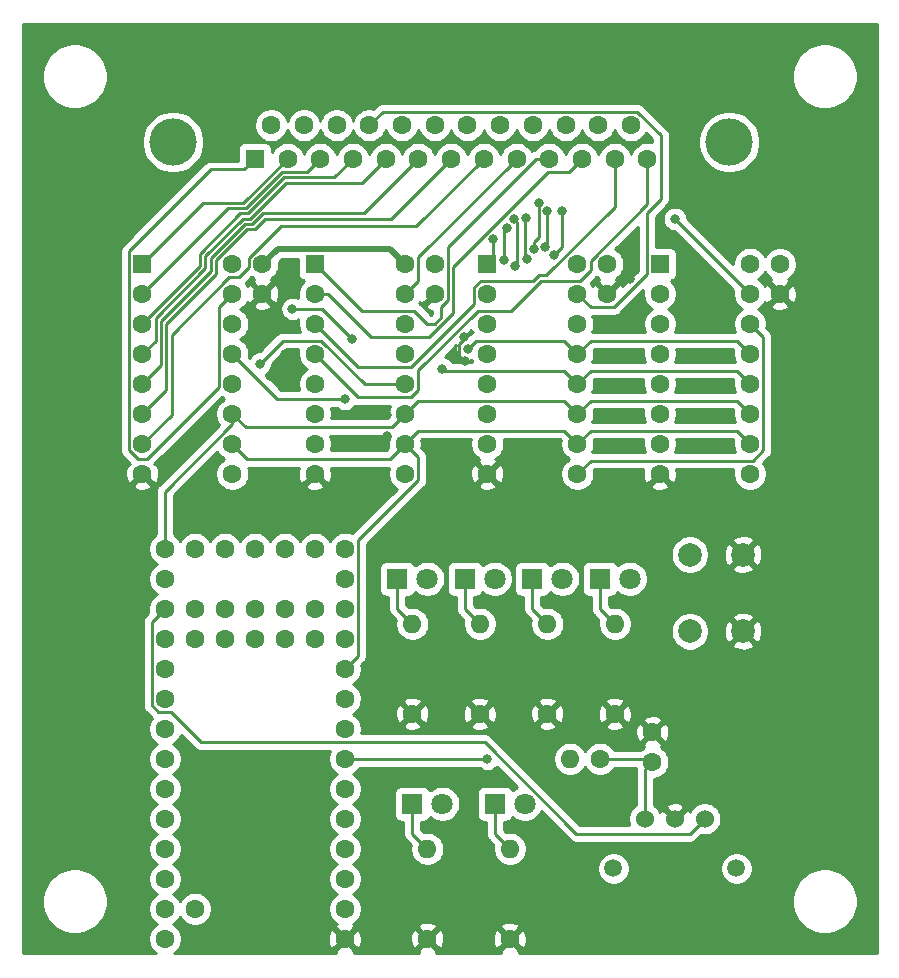
<source format=gbr>
%TF.GenerationSoftware,KiCad,Pcbnew,5.1.9-73d0e3b20d~88~ubuntu18.04.1*%
%TF.CreationDate,2021-08-18T08:01:23-04:00*%
%TF.ProjectId,spdif-decoder,73706469-662d-4646-9563-6f6465722e6b,rev?*%
%TF.SameCoordinates,Original*%
%TF.FileFunction,Copper,L1,Top*%
%TF.FilePolarity,Positive*%
%FSLAX46Y46*%
G04 Gerber Fmt 4.6, Leading zero omitted, Abs format (unit mm)*
G04 Created by KiCad (PCBNEW 5.1.9-73d0e3b20d~88~ubuntu18.04.1) date 2021-08-18 08:01:23*
%MOMM*%
%LPD*%
G01*
G04 APERTURE LIST*
%TA.AperFunction,ComponentPad*%
%ADD10C,1.500000*%
%TD*%
%TA.AperFunction,ComponentPad*%
%ADD11C,1.524000*%
%TD*%
%TA.AperFunction,ComponentPad*%
%ADD12C,1.600000*%
%TD*%
%TA.AperFunction,ComponentPad*%
%ADD13R,1.600000X1.600000*%
%TD*%
%TA.AperFunction,ComponentPad*%
%ADD14C,4.000000*%
%TD*%
%TA.AperFunction,ComponentPad*%
%ADD15C,2.000000*%
%TD*%
%TA.AperFunction,ComponentPad*%
%ADD16O,1.600000X1.600000*%
%TD*%
%TA.AperFunction,ComponentPad*%
%ADD17C,1.800000*%
%TD*%
%TA.AperFunction,ComponentPad*%
%ADD18R,1.800000X1.800000*%
%TD*%
%TA.AperFunction,ViaPad*%
%ADD19C,0.800000*%
%TD*%
%TA.AperFunction,Conductor*%
%ADD20C,0.500000*%
%TD*%
%TA.AperFunction,Conductor*%
%ADD21C,0.250000*%
%TD*%
%TA.AperFunction,Conductor*%
%ADD22C,0.254000*%
%TD*%
%TA.AperFunction,Conductor*%
%ADD23C,0.100000*%
%TD*%
G04 APERTURE END LIST*
D10*
%TO.P,J2,5*%
%TO.N,Net-(J2-Pad5)*%
X105530000Y-143265000D03*
%TO.P,J2,4*%
%TO.N,Net-(J2-Pad4)*%
X95130000Y-143265000D03*
D11*
%TO.P,J2,3*%
%TO.N,Net-(C5-Pad2)*%
X97790000Y-139065000D03*
%TO.P,J2,2*%
%TO.N,GND*%
X100330000Y-139065000D03*
%TO.P,J2,1*%
%TO.N,SPDIF_IN*%
X102870000Y-139065000D03*
%TD*%
D12*
%TO.P,C4,1*%
%TO.N,GND*%
X109220000Y-94615000D03*
%TO.P,C4,2*%
%TO.N,+5V*%
X109220000Y-92115000D03*
%TD*%
%TO.P,U3,9*%
%TO.N,Net-(U3-Pad9)*%
X77470000Y-109855000D03*
%TO.P,U3,8*%
%TO.N,GND*%
X69850000Y-109855000D03*
%TO.P,U3,16*%
%TO.N,+5V*%
X77470000Y-92075000D03*
%TO.P,U3,15*%
%TO.N,Net-(J1-Pad9)*%
X77470000Y-94615000D03*
%TO.P,U3,14*%
%TO.N,Net-(U2-Pad9)*%
X77470000Y-97155000D03*
%TO.P,U3,13*%
%TO.N,SHIFT_ENABLE*%
X77470000Y-99695000D03*
%TO.P,U3,12*%
%TO.N,LATCH*%
X77470000Y-102235000D03*
%TO.P,U3,11*%
%TO.N,SPI_CLK*%
X77470000Y-104775000D03*
%TO.P,U3,10*%
%TO.N,REG_CLEAR*%
X77470000Y-107315000D03*
%TO.P,U3,7*%
%TO.N,Net-(J1-Pad16)*%
X69850000Y-107315000D03*
%TO.P,U3,6*%
%TO.N,Net-(J1-Pad15)*%
X69850000Y-104775000D03*
%TO.P,U3,5*%
%TO.N,Net-(J1-Pad14)*%
X69850000Y-102235000D03*
%TO.P,U3,4*%
%TO.N,Net-(J1-Pad13)*%
X69850000Y-99695000D03*
%TO.P,U3,3*%
%TO.N,Net-(J1-Pad12)*%
X69850000Y-97155000D03*
%TO.P,U3,2*%
%TO.N,Net-(J1-Pad11)*%
X69850000Y-94615000D03*
D13*
%TO.P,U3,1*%
%TO.N,Net-(J1-Pad10)*%
X69850000Y-92075000D03*
%TD*%
D14*
%TO.P,J1,0*%
%TO.N,N/C*%
X57840000Y-81765000D03*
X104940000Y-81765000D03*
D12*
%TO.P,J1,25*%
%TO.N,Net-(J1-Pad25)*%
X96625000Y-80345000D03*
%TO.P,J1,24*%
%TO.N,Net-(J1-Pad24)*%
X93855000Y-80345000D03*
%TO.P,J1,23*%
%TO.N,Net-(J1-Pad23)*%
X91085000Y-80345000D03*
%TO.P,J1,22*%
%TO.N,Net-(J1-Pad22)*%
X88315000Y-80345000D03*
%TO.P,J1,21*%
%TO.N,Net-(J1-Pad21)*%
X85545000Y-80345000D03*
%TO.P,J1,20*%
%TO.N,Net-(J1-Pad20)*%
X82775000Y-80345000D03*
%TO.P,J1,19*%
%TO.N,Net-(J1-Pad19)*%
X80005000Y-80345000D03*
%TO.P,J1,18*%
%TO.N,Net-(J1-Pad18)*%
X77235000Y-80345000D03*
%TO.P,J1,17*%
%TO.N,Net-(J1-Pad17)*%
X74465000Y-80345000D03*
%TO.P,J1,16*%
%TO.N,Net-(J1-Pad16)*%
X71695000Y-80345000D03*
%TO.P,J1,15*%
%TO.N,Net-(J1-Pad15)*%
X68925000Y-80345000D03*
%TO.P,J1,14*%
%TO.N,Net-(J1-Pad14)*%
X66155000Y-80345000D03*
%TO.P,J1,13*%
%TO.N,Net-(J1-Pad13)*%
X98010000Y-83185000D03*
%TO.P,J1,12*%
%TO.N,Net-(J1-Pad12)*%
X95240000Y-83185000D03*
%TO.P,J1,11*%
%TO.N,Net-(J1-Pad11)*%
X92470000Y-83185000D03*
%TO.P,J1,10*%
%TO.N,Net-(J1-Pad10)*%
X89700000Y-83185000D03*
%TO.P,J1,9*%
%TO.N,Net-(J1-Pad9)*%
X86930000Y-83185000D03*
%TO.P,J1,8*%
%TO.N,Net-(J1-Pad8)*%
X84160000Y-83185000D03*
%TO.P,J1,7*%
%TO.N,Net-(J1-Pad7)*%
X81390000Y-83185000D03*
%TO.P,J1,6*%
%TO.N,Net-(J1-Pad6)*%
X78620000Y-83185000D03*
%TO.P,J1,5*%
%TO.N,Net-(J1-Pad5)*%
X75850000Y-83185000D03*
%TO.P,J1,4*%
%TO.N,Net-(J1-Pad4)*%
X73080000Y-83185000D03*
%TO.P,J1,3*%
%TO.N,Net-(J1-Pad3)*%
X70310000Y-83185000D03*
%TO.P,J1,2*%
%TO.N,Net-(J1-Pad2)*%
X67540000Y-83185000D03*
D13*
%TO.P,J1,1*%
%TO.N,Net-(J1-Pad1)*%
X64770000Y-83185000D03*
%TD*%
D15*
%TO.P,SW1,1*%
%TO.N,CONFIG*%
X101600000Y-116690000D03*
%TO.P,SW1,2*%
%TO.N,GND*%
X106100000Y-116690000D03*
%TO.P,SW1,1*%
%TO.N,CONFIG*%
X101600000Y-123190000D03*
%TO.P,SW1,2*%
%TO.N,GND*%
X106100000Y-123190000D03*
%TD*%
D13*
%TO.P,U5,1*%
%TO.N,LED_BIT0*%
X99060000Y-92075000D03*
D12*
%TO.P,U5,2*%
%TO.N,LED_BIT1*%
X99060000Y-94615000D03*
%TO.P,U5,3*%
%TO.N,LED_BIT2*%
X99060000Y-97155000D03*
%TO.P,U5,4*%
%TO.N,LED_BIT3*%
X99060000Y-99695000D03*
%TO.P,U5,5*%
%TO.N,Net-(U5-Pad5)*%
X99060000Y-102235000D03*
%TO.P,U5,6*%
%TO.N,Net-(U5-Pad6)*%
X99060000Y-104775000D03*
%TO.P,U5,7*%
%TO.N,Net-(U5-Pad7)*%
X99060000Y-107315000D03*
%TO.P,U5,10*%
%TO.N,REG_CLEAR*%
X106680000Y-107315000D03*
%TO.P,U5,11*%
%TO.N,SPI_CLK*%
X106680000Y-104775000D03*
%TO.P,U5,12*%
%TO.N,LATCH*%
X106680000Y-102235000D03*
%TO.P,U5,13*%
%TO.N,SHIFT_ENABLE*%
X106680000Y-99695000D03*
%TO.P,U5,14*%
%TO.N,Net-(U4-Pad9)*%
X106680000Y-97155000D03*
%TO.P,U5,15*%
%TO.N,Net-(J1-Pad25)*%
X106680000Y-94615000D03*
%TO.P,U5,16*%
%TO.N,+5V*%
X106680000Y-92075000D03*
%TO.P,U5,8*%
%TO.N,GND*%
X99060000Y-109855000D03*
%TO.P,U5,9*%
%TO.N,Net-(U5-Pad9)*%
X106680000Y-109855000D03*
%TD*%
%TO.P,U4,9*%
%TO.N,Net-(U4-Pad9)*%
X92075000Y-109855000D03*
%TO.P,U4,8*%
%TO.N,GND*%
X84455000Y-109855000D03*
%TO.P,U4,16*%
%TO.N,+5V*%
X92075000Y-92075000D03*
%TO.P,U4,15*%
%TO.N,Net-(J1-Pad17)*%
X92075000Y-94615000D03*
%TO.P,U4,14*%
%TO.N,Net-(U3-Pad9)*%
X92075000Y-97155000D03*
%TO.P,U4,13*%
%TO.N,SHIFT_ENABLE*%
X92075000Y-99695000D03*
%TO.P,U4,12*%
%TO.N,LATCH*%
X92075000Y-102235000D03*
%TO.P,U4,11*%
%TO.N,SPI_CLK*%
X92075000Y-104775000D03*
%TO.P,U4,10*%
%TO.N,REG_CLEAR*%
X92075000Y-107315000D03*
%TO.P,U4,7*%
%TO.N,Net-(J1-Pad24)*%
X84455000Y-107315000D03*
%TO.P,U4,6*%
%TO.N,Net-(J1-Pad23)*%
X84455000Y-104775000D03*
%TO.P,U4,5*%
%TO.N,Net-(J1-Pad22)*%
X84455000Y-102235000D03*
%TO.P,U4,4*%
%TO.N,Net-(J1-Pad21)*%
X84455000Y-99695000D03*
%TO.P,U4,3*%
%TO.N,Net-(J1-Pad20)*%
X84455000Y-97155000D03*
%TO.P,U4,2*%
%TO.N,Net-(J1-Pad19)*%
X84455000Y-94615000D03*
D13*
%TO.P,U4,1*%
%TO.N,Net-(J1-Pad18)*%
X84455000Y-92075000D03*
%TD*%
D12*
%TO.P,U2,9*%
%TO.N,Net-(U2-Pad9)*%
X62865000Y-109855000D03*
%TO.P,U2,8*%
%TO.N,GND*%
X55245000Y-109855000D03*
%TO.P,U2,16*%
%TO.N,+5V*%
X62865000Y-92075000D03*
%TO.P,U2,15*%
%TO.N,Net-(J1-Pad1)*%
X62865000Y-94615000D03*
%TO.P,U2,14*%
%TO.N,SPI_MOSI*%
X62865000Y-97155000D03*
%TO.P,U2,13*%
%TO.N,SHIFT_ENABLE*%
X62865000Y-99695000D03*
%TO.P,U2,12*%
%TO.N,LATCH*%
X62865000Y-102235000D03*
%TO.P,U2,11*%
%TO.N,SPI_CLK*%
X62865000Y-104775000D03*
%TO.P,U2,10*%
%TO.N,REG_CLEAR*%
X62865000Y-107315000D03*
%TO.P,U2,7*%
%TO.N,Net-(J1-Pad8)*%
X55245000Y-107315000D03*
%TO.P,U2,6*%
%TO.N,Net-(J1-Pad7)*%
X55245000Y-104775000D03*
%TO.P,U2,5*%
%TO.N,Net-(J1-Pad6)*%
X55245000Y-102235000D03*
%TO.P,U2,4*%
%TO.N,Net-(J1-Pad5)*%
X55245000Y-99695000D03*
%TO.P,U2,3*%
%TO.N,Net-(J1-Pad4)*%
X55245000Y-97155000D03*
%TO.P,U2,2*%
%TO.N,Net-(J1-Pad3)*%
X55245000Y-94615000D03*
D13*
%TO.P,U2,1*%
%TO.N,Net-(J1-Pad2)*%
X55245000Y-92075000D03*
%TD*%
D12*
%TO.P,U1,44*%
%TO.N,Net-(U1-Pad44)*%
X69850000Y-123825000D03*
%TO.P,U1,43*%
%TO.N,Net-(U1-Pad43)*%
X69850000Y-121285000D03*
%TO.P,U1,42*%
%TO.N,Net-(U1-Pad42)*%
X67310000Y-123825000D03*
%TO.P,U1,41*%
%TO.N,Net-(U1-Pad41)*%
X67310000Y-121285000D03*
%TO.P,U1,40*%
%TO.N,Net-(U1-Pad40)*%
X64770000Y-123825000D03*
%TO.P,U1,39*%
%TO.N,Net-(U1-Pad39)*%
X64770000Y-121285000D03*
%TO.P,U1,38*%
%TO.N,Net-(U1-Pad38)*%
X62230000Y-123825000D03*
%TO.P,U1,37*%
%TO.N,Net-(U1-Pad37)*%
X62230000Y-121285000D03*
%TO.P,U1,36*%
%TO.N,Net-(U1-Pad36)*%
X59690000Y-123825000D03*
%TO.P,U1,35*%
%TO.N,Net-(U1-Pad35)*%
X59690000Y-121285000D03*
%TO.P,U1,1*%
%TO.N,GND*%
X72390000Y-149225000D03*
%TO.P,U1,2*%
%TO.N,Net-(U1-Pad2)*%
X72390000Y-146685000D03*
%TO.P,U1,3*%
%TO.N,Net-(U1-Pad3)*%
X72390000Y-144145000D03*
%TO.P,U1,4*%
%TO.N,Net-(U1-Pad4)*%
X72390000Y-141605000D03*
%TO.P,U1,5*%
%TO.N,Net-(U1-Pad5)*%
X72390000Y-139065000D03*
%TO.P,U1,6*%
%TO.N,Net-(U1-Pad6)*%
X72390000Y-136525000D03*
%TO.P,U1,7*%
%TO.N,CONFIG*%
X72390000Y-133985000D03*
%TO.P,U1,8*%
%TO.N,Net-(U1-Pad8)*%
X72390000Y-131445000D03*
%TO.P,U1,9*%
%TO.N,Net-(U1-Pad9)*%
X72390000Y-128905000D03*
%TO.P,U1,10*%
%TO.N,REG_CLEAR*%
X72390000Y-126365000D03*
%TO.P,U1,11*%
%TO.N,SHIFT_ENABLE*%
X72390000Y-123825000D03*
%TO.P,U1,12*%
%TO.N,LATCH*%
X72390000Y-121285000D03*
%TO.P,U1,13*%
%TO.N,SPI_MOSI*%
X72390000Y-118745000D03*
%TO.P,U1,34*%
%TO.N,Net-(U1-Pad34)*%
X59690000Y-146685000D03*
%TO.P,U1,33*%
%TO.N,+5V*%
X57150000Y-149225000D03*
%TO.P,U1,32*%
%TO.N,Net-(U1-Pad32)*%
X57150000Y-146685000D03*
%TO.P,U1,31*%
%TO.N,Net-(U1-Pad31)*%
X57150000Y-144145000D03*
%TO.P,U1,30*%
%TO.N,Net-(U1-Pad30)*%
X57150000Y-141605000D03*
%TO.P,U1,29*%
%TO.N,Net-(U1-Pad29)*%
X57150000Y-139065000D03*
%TO.P,U1,28*%
%TO.N,Net-(U1-Pad28)*%
X57150000Y-136525000D03*
%TO.P,U1,27*%
%TO.N,Net-(U1-Pad27)*%
X57150000Y-133985000D03*
%TO.P,U1,26*%
%TO.N,Net-(U1-Pad26)*%
X57150000Y-131445000D03*
%TO.P,U1,25*%
%TO.N,Net-(U1-Pad25)*%
X57150000Y-128905000D03*
%TO.P,U1,24*%
%TO.N,LED_SPDIF*%
X57150000Y-126365000D03*
%TO.P,U1,23*%
%TO.N,LED_POW*%
X57150000Y-123825000D03*
%TO.P,U1,22*%
%TO.N,SPDIF_IN*%
X57150000Y-121285000D03*
%TO.P,U1,21*%
%TO.N,Net-(U1-Pad21)*%
X57150000Y-118745000D03*
%TO.P,U1,14*%
%TO.N,Net-(U1-Pad14)*%
X72390000Y-116205000D03*
%TO.P,U1,15*%
%TO.N,Net-(U1-Pad15)*%
X69850000Y-116205000D03*
%TO.P,U1,16*%
%TO.N,Net-(U1-Pad16)*%
X67310000Y-116205000D03*
%TO.P,U1,20*%
%TO.N,SPI_CLK*%
X57150000Y-116205000D03*
%TO.P,U1,19*%
%TO.N,Net-(U1-Pad19)*%
X59690000Y-116205000D03*
%TO.P,U1,18*%
%TO.N,Net-(U1-Pad18)*%
X62230000Y-116205000D03*
%TO.P,U1,17*%
%TO.N,Net-(U1-Pad17)*%
X64770000Y-116205000D03*
%TD*%
D16*
%TO.P,R2,2*%
%TO.N,Net-(D2-Pad1)*%
X86360000Y-141605000D03*
D12*
%TO.P,R2,1*%
%TO.N,GND*%
X86360000Y-149225000D03*
%TD*%
D16*
%TO.P,R6,2*%
%TO.N,Net-(D6-Pad1)*%
X95250000Y-122555000D03*
D12*
%TO.P,R6,1*%
%TO.N,GND*%
X95250000Y-130175000D03*
%TD*%
D16*
%TO.P,R5,2*%
%TO.N,Net-(D5-Pad1)*%
X89535000Y-122555000D03*
D12*
%TO.P,R5,1*%
%TO.N,GND*%
X89535000Y-130175000D03*
%TD*%
D16*
%TO.P,R4,2*%
%TO.N,Net-(D4-Pad1)*%
X83820000Y-122555000D03*
D12*
%TO.P,R4,1*%
%TO.N,GND*%
X83820000Y-130175000D03*
%TD*%
D16*
%TO.P,R3,2*%
%TO.N,Net-(D3-Pad1)*%
X78105000Y-122555000D03*
D12*
%TO.P,R3,1*%
%TO.N,GND*%
X78105000Y-130175000D03*
%TD*%
D16*
%TO.P,R1,2*%
%TO.N,Net-(D1-Pad1)*%
X79375000Y-141605000D03*
D12*
%TO.P,R1,1*%
%TO.N,GND*%
X79375000Y-149225000D03*
%TD*%
D16*
%TO.P,L1,2*%
%TO.N,+5V*%
X91440000Y-133985000D03*
D12*
%TO.P,L1,1*%
%TO.N,Net-(C5-Pad2)*%
X93980000Y-133985000D03*
%TD*%
D17*
%TO.P,D2,2*%
%TO.N,LED_SPDIF*%
X87630000Y-137795000D03*
D18*
%TO.P,D2,1*%
%TO.N,Net-(D2-Pad1)*%
X85090000Y-137795000D03*
%TD*%
D17*
%TO.P,D6,2*%
%TO.N,LED_BIT3*%
X96520000Y-118745000D03*
D18*
%TO.P,D6,1*%
%TO.N,Net-(D6-Pad1)*%
X93980000Y-118745000D03*
%TD*%
D17*
%TO.P,D5,2*%
%TO.N,LED_BIT2*%
X90805000Y-118745000D03*
D18*
%TO.P,D5,1*%
%TO.N,Net-(D5-Pad1)*%
X88265000Y-118745000D03*
%TD*%
D17*
%TO.P,D4,2*%
%TO.N,LED_BIT1*%
X85090000Y-118745000D03*
D18*
%TO.P,D4,1*%
%TO.N,Net-(D4-Pad1)*%
X82550000Y-118745000D03*
%TD*%
D17*
%TO.P,D3,2*%
%TO.N,LED_BIT0*%
X79375000Y-118745000D03*
D18*
%TO.P,D3,1*%
%TO.N,Net-(D3-Pad1)*%
X76835000Y-118745000D03*
%TD*%
D17*
%TO.P,D1,2*%
%TO.N,LED_POW*%
X80645000Y-137795000D03*
D18*
%TO.P,D1,1*%
%TO.N,Net-(D1-Pad1)*%
X78105000Y-137795000D03*
%TD*%
D12*
%TO.P,C5,2*%
%TO.N,Net-(C5-Pad2)*%
X98425000Y-134239000D03*
%TO.P,C5,1*%
%TO.N,GND*%
X98425000Y-131739000D03*
%TD*%
%TO.P,C3,2*%
%TO.N,+5V*%
X94615000Y-92115000D03*
%TO.P,C3,1*%
%TO.N,GND*%
X94615000Y-94615000D03*
%TD*%
%TO.P,C2,2*%
%TO.N,+5V*%
X80010000Y-92115000D03*
%TO.P,C2,1*%
%TO.N,GND*%
X80010000Y-94615000D03*
%TD*%
%TO.P,C1,2*%
%TO.N,+5V*%
X65405000Y-92115000D03*
%TO.P,C1,1*%
%TO.N,GND*%
X65405000Y-94615000D03*
%TD*%
D19*
%TO.N,GND*%
X67310000Y-99695000D03*
X64135000Y-140335000D03*
X66675000Y-137160000D03*
X62230000Y-136525000D03*
X96520000Y-92075000D03*
X96520000Y-93345000D03*
X82550000Y-100330000D03*
X82512080Y-98295373D03*
X81280000Y-113665000D03*
X83185000Y-113665000D03*
X85090000Y-113665000D03*
X86995000Y-113665000D03*
X94615000Y-111760000D03*
X93345000Y-113030000D03*
X92075000Y-114300000D03*
X90805000Y-115570000D03*
X60960000Y-113030000D03*
X63500000Y-113030000D03*
X66040000Y-113030000D03*
X68580000Y-113030000D03*
X102870000Y-107315000D03*
X102870000Y-104775000D03*
X102870000Y-102235000D03*
X102870000Y-99695000D03*
X94615000Y-97155000D03*
X94615000Y-99695000D03*
X94615000Y-102235000D03*
X73025000Y-109855000D03*
X73660000Y-111760000D03*
X80010000Y-107315000D03*
X81280000Y-107315000D03*
X82550000Y-107315000D03*
X66040000Y-101600000D03*
X66040000Y-97790000D03*
X80010000Y-109855000D03*
X81280000Y-109855000D03*
X82550000Y-109855000D03*
X94615000Y-104775000D03*
X94615000Y-107315000D03*
X78105000Y-113030000D03*
X73025000Y-107315000D03*
X73660000Y-104775000D03*
X75946000Y-104902000D03*
X75946000Y-106680000D03*
%TO.N,SHIFT_ENABLE*%
X72390000Y-103505000D03*
X82792851Y-99255160D03*
%TO.N,LATCH*%
X80645000Y-100965000D03*
X65209840Y-100525160D03*
%TO.N,Net-(U2-Pad9)*%
X67945000Y-95885000D03*
X73025000Y-98425000D03*
%TO.N,Net-(J1-Pad25)*%
X100330000Y-88265000D03*
%TO.N,Net-(J1-Pad24)*%
X90805000Y-87630000D03*
X90094839Y-91364839D03*
%TO.N,Net-(J1-Pad23)*%
X89535000Y-87630000D03*
X89373948Y-90671773D03*
%TO.N,Net-(J1-Pad22)*%
X88827885Y-86922885D03*
X88385010Y-90820178D03*
%TO.N,Net-(J1-Pad21)*%
X87742582Y-88203238D03*
X87818782Y-91644441D03*
%TO.N,Net-(J1-Pad20)*%
X86835364Y-92282319D03*
X86745965Y-88285574D03*
%TO.N,Net-(J1-Pad19)*%
X85855012Y-91784839D03*
X86126835Y-89070877D03*
%TO.N,Net-(J1-Pad18)*%
X84974991Y-89964981D03*
%TO.N,CONFIG*%
X84455000Y-133985000D03*
%TD*%
D20*
%TO.N,+5V*%
X92115000Y-92115000D02*
X92075000Y-92075000D01*
X76219999Y-90824999D02*
X77470000Y-92075000D01*
X66695001Y-90824999D02*
X76219999Y-90824999D01*
X65405000Y-92115000D02*
X66695001Y-90824999D01*
D21*
%TO.N,GND*%
X82550000Y-100119682D02*
X82550000Y-100330000D01*
X82067841Y-99847841D02*
X82550000Y-100330000D01*
X82067841Y-98907159D02*
X82067841Y-99847841D01*
X82067841Y-98907159D02*
X82512080Y-98462920D01*
X82512080Y-98462920D02*
X82512080Y-98295373D01*
X66040000Y-100965000D02*
X67310000Y-99695000D01*
X66040000Y-101600000D02*
X66040000Y-100965000D01*
X80010000Y-107315000D02*
X80010000Y-109855000D01*
X81280000Y-107315000D02*
X81280000Y-109855000D01*
X82550000Y-107315000D02*
X82550000Y-109855000D01*
%TO.N,Net-(D1-Pad1)*%
X78105000Y-140335000D02*
X79375000Y-141605000D01*
X78105000Y-137795000D02*
X78105000Y-140335000D01*
%TO.N,Net-(D2-Pad1)*%
X85090000Y-140335000D02*
X86360000Y-141605000D01*
X85090000Y-137795000D02*
X85090000Y-140335000D01*
%TO.N,Net-(D3-Pad1)*%
X76835000Y-121285000D02*
X78105000Y-122555000D01*
X76835000Y-118745000D02*
X76835000Y-121285000D01*
%TO.N,Net-(D4-Pad1)*%
X82550000Y-121285000D02*
X83820000Y-122555000D01*
X82550000Y-118745000D02*
X82550000Y-121285000D01*
%TO.N,Net-(D5-Pad1)*%
X88265000Y-121285000D02*
X89535000Y-122555000D01*
X88265000Y-118745000D02*
X88265000Y-121285000D01*
%TO.N,Net-(D6-Pad1)*%
X93980000Y-121285000D02*
X95250000Y-122555000D01*
X93980000Y-118745000D02*
X93980000Y-121285000D01*
%TO.N,SPDIF_IN*%
X56024999Y-122410001D02*
X57150000Y-121285000D01*
X56609999Y-130030001D02*
X56024999Y-129445001D01*
X56024999Y-129445001D02*
X56024999Y-122410001D01*
X57640001Y-130030001D02*
X56609999Y-130030001D01*
X84218003Y-132570001D02*
X60180001Y-132570001D01*
X60180001Y-132570001D02*
X57640001Y-130030001D01*
X102870000Y-139065000D02*
X101600000Y-140335000D01*
X101600000Y-140335000D02*
X91983002Y-140335000D01*
X91983002Y-140335000D02*
X84218003Y-132570001D01*
%TO.N,Net-(J1-Pad13)*%
X98010000Y-83185000D02*
X98010000Y-83838587D01*
X78595001Y-102775001D02*
X78010001Y-103360001D01*
X88994999Y-93489999D02*
X86454999Y-96029999D01*
X73515001Y-103360001D02*
X69850000Y-99695000D01*
X78595001Y-101108589D02*
X78595001Y-102775001D01*
X93200001Y-91864997D02*
X93200001Y-92615001D01*
X83673591Y-96029999D02*
X78595001Y-101108589D01*
X86454999Y-96029999D02*
X83673591Y-96029999D01*
X92325003Y-93489999D02*
X88994999Y-93489999D01*
X93200001Y-92615001D02*
X92325003Y-93489999D01*
X98010000Y-83185000D02*
X98010000Y-87054998D01*
X78010001Y-103360001D02*
X73515001Y-103360001D01*
X98010000Y-87054998D02*
X93200001Y-91864997D01*
%TO.N,Net-(J1-Pad12)*%
X78010001Y-100820001D02*
X73515001Y-100820001D01*
X95240000Y-87244998D02*
X89445010Y-93039988D01*
X83329999Y-94074999D02*
X83329999Y-95500003D01*
X88358589Y-93489999D02*
X83914999Y-93489999D01*
X89445010Y-93039988D02*
X88808599Y-93039988D01*
X95240000Y-83185000D02*
X95240000Y-87244998D01*
X83329999Y-95500003D02*
X78010001Y-100820001D01*
X88808599Y-93039988D02*
X88358589Y-93489999D01*
X73515001Y-100820001D02*
X69850000Y-97155000D01*
X83914999Y-93489999D02*
X83329999Y-94074999D01*
%TO.N,Net-(J1-Pad11)*%
X92470000Y-83185000D02*
X91344999Y-84310001D01*
X70981370Y-94615000D02*
X69850000Y-94615000D01*
X91344999Y-84310001D02*
X89604651Y-84310001D01*
X89604651Y-84310001D02*
X81585012Y-92329640D01*
X81585012Y-96216399D02*
X79521410Y-98280001D01*
X79521410Y-98280001D02*
X74646371Y-98280001D01*
X81585012Y-92329640D02*
X81585012Y-96216399D01*
X74646371Y-98280001D02*
X70981370Y-94615000D01*
%TO.N,Net-(J1-Pad10)*%
X73515001Y-95740001D02*
X69850000Y-92075000D01*
X73804999Y-96029999D02*
X73515001Y-95740001D01*
X79375000Y-97155000D02*
X78249999Y-96029999D01*
X80550001Y-96614999D02*
X80010000Y-97155000D01*
X80550001Y-95740001D02*
X80550001Y-96614999D01*
X80010000Y-97155000D02*
X79375000Y-97155000D01*
X81135001Y-95155001D02*
X80550001Y-95740001D01*
X78249999Y-96029999D02*
X73804999Y-96029999D01*
X81135001Y-90618629D02*
X81135001Y-95155001D01*
X88568630Y-83185000D02*
X81135001Y-90618629D01*
X89700000Y-83185000D02*
X88568630Y-83185000D01*
%TO.N,Net-(J1-Pad9)*%
X78595001Y-91519999D02*
X86930000Y-83185000D01*
X78595001Y-93489999D02*
X78595001Y-91519999D01*
X77470000Y-94615000D02*
X78595001Y-93489999D01*
%TO.N,Net-(J1-Pad8)*%
X63405001Y-93200001D02*
X64279999Y-92325003D01*
X62614997Y-93200001D02*
X63405001Y-93200001D01*
X78445000Y-88900000D02*
X84160000Y-83185000D01*
X57720038Y-98094959D02*
X62614997Y-93200001D01*
X66954998Y-88900000D02*
X78445000Y-88900000D01*
X57720038Y-104839962D02*
X57720038Y-98094959D01*
X55245000Y-107315000D02*
X57720038Y-104839962D01*
X64279999Y-91574999D02*
X66954998Y-88900000D01*
X64279999Y-92325003D02*
X64279999Y-91574999D01*
%TO.N,Net-(J1-Pad7)*%
X55245000Y-104775000D02*
X57270030Y-102749970D01*
X57270030Y-102749970D02*
X57270030Y-97175411D01*
X57270030Y-97175411D02*
X61490042Y-92955399D01*
X61490042Y-92955399D02*
X61490042Y-91784956D01*
X61490042Y-91784956D02*
X64109985Y-89165013D01*
X64109985Y-89165013D02*
X64742038Y-89165012D01*
X64742038Y-89165012D02*
X65642049Y-88265001D01*
X65642049Y-88265001D02*
X76310000Y-88265000D01*
X76310000Y-88265000D02*
X81390000Y-83185000D01*
%TO.N,Net-(J1-Pad6)*%
X64555637Y-88715003D02*
X65455650Y-87814990D01*
X65455650Y-87814990D02*
X73990010Y-87814990D01*
X73990010Y-87814990D02*
X78620000Y-83185000D01*
X61040031Y-92724066D02*
X61040032Y-91598556D01*
X61040032Y-91598556D02*
X63923584Y-88715004D01*
X63923584Y-88715004D02*
X64555637Y-88715003D01*
X56820019Y-96944078D02*
X61040031Y-92724066D01*
X56820019Y-100659981D02*
X56820019Y-96944078D01*
X55245000Y-102235000D02*
X56820019Y-100659981D01*
%TO.N,Net-(J1-Pad5)*%
X56370008Y-98569992D02*
X56370008Y-96667809D01*
X60590021Y-92447796D02*
X60590022Y-91412156D01*
X60590022Y-91412156D02*
X63737183Y-88264995D01*
X73824977Y-85210023D02*
X75850000Y-83185000D01*
X55245000Y-99695000D02*
X56370008Y-98569992D01*
X56370008Y-96667809D02*
X60590021Y-92447796D01*
X67424207Y-85210023D02*
X73824977Y-85210023D01*
X64369236Y-88264994D02*
X67424207Y-85210023D01*
X63737183Y-88264995D02*
X64369236Y-88264994D01*
%TO.N,Net-(J1-Pad4)*%
X55246408Y-97155000D02*
X60140011Y-92261397D01*
X60140011Y-92261397D02*
X60140012Y-91225756D01*
X63550782Y-87814986D02*
X64182835Y-87814985D01*
X64182835Y-87814985D02*
X67237808Y-84760012D01*
X55245000Y-97155000D02*
X55246408Y-97155000D01*
X67237808Y-84760012D02*
X71504988Y-84760012D01*
X71504988Y-84760012D02*
X73080000Y-83185000D01*
X60140012Y-91225756D02*
X63550782Y-87814986D01*
%TO.N,Net-(J1-Pad3)*%
X63996434Y-87364976D02*
X67051409Y-84310001D01*
X62495024Y-87364976D02*
X63996434Y-87364976D01*
X69184999Y-84310001D02*
X70310000Y-83185000D01*
X67051409Y-84310001D02*
X69184999Y-84310001D01*
X55245000Y-94615000D02*
X62495024Y-87364976D01*
%TO.N,REG_CLEAR*%
X93200001Y-106189999D02*
X92075000Y-107315000D01*
X105554999Y-106189999D02*
X93200001Y-106189999D01*
X106680000Y-107315000D02*
X105554999Y-106189999D01*
X78595001Y-106189999D02*
X77470000Y-107315000D01*
X90949999Y-106189999D02*
X78595001Y-106189999D01*
X92075000Y-107315000D02*
X90949999Y-106189999D01*
X77470000Y-107315000D02*
X76200000Y-108585000D01*
X64135000Y-108585000D02*
X62865000Y-107315000D01*
X76200000Y-108585000D02*
X64135000Y-108585000D01*
X78595001Y-108440001D02*
X77470000Y-107315000D01*
X78595001Y-110395001D02*
X78595001Y-108440001D01*
X73515001Y-115475001D02*
X78595001Y-110395001D01*
X73515001Y-125239999D02*
X73515001Y-115475001D01*
X72390000Y-126365000D02*
X73515001Y-125239999D01*
%TO.N,SHIFT_ENABLE*%
X66675000Y-103505000D02*
X72390000Y-103505000D01*
X62865000Y-99695000D02*
X66675000Y-103505000D01*
X105554999Y-98569999D02*
X106680000Y-99695000D01*
X93200001Y-98569999D02*
X105554999Y-98569999D01*
X92075000Y-99695000D02*
X93200001Y-98569999D01*
X92075000Y-99695000D02*
X90949999Y-98569999D01*
X90949999Y-98569999D02*
X83478012Y-98569999D01*
X83478012Y-98569999D02*
X82792851Y-99255160D01*
%TO.N,LATCH*%
X93200001Y-101109999D02*
X92075000Y-102235000D01*
X105554999Y-101109999D02*
X93200001Y-101109999D01*
X106680000Y-102235000D02*
X105554999Y-101109999D01*
X80789999Y-101109999D02*
X80645000Y-100965000D01*
X90949999Y-101109999D02*
X80789999Y-101109999D01*
X92075000Y-102235000D02*
X90949999Y-101109999D01*
X77470000Y-102235000D02*
X74055002Y-102235000D01*
X70390001Y-98569999D02*
X67165001Y-98569999D01*
X74055002Y-102235000D02*
X70390001Y-98569999D01*
X67165001Y-98569999D02*
X65209840Y-100525160D01*
%TO.N,SPI_CLK*%
X93200001Y-103649999D02*
X92075000Y-104775000D01*
X105554999Y-103649999D02*
X93200001Y-103649999D01*
X106680000Y-104775000D02*
X105554999Y-103649999D01*
X78595001Y-103649999D02*
X77470000Y-104775000D01*
X90949999Y-103649999D02*
X78595001Y-103649999D01*
X92075000Y-104775000D02*
X90949999Y-103649999D01*
X63990001Y-105900001D02*
X62865000Y-104775000D01*
X76344999Y-105900001D02*
X63990001Y-105900001D01*
X77470000Y-104775000D02*
X76344999Y-105900001D01*
X62865000Y-105649998D02*
X62865000Y-104775000D01*
X57150000Y-111364998D02*
X62865000Y-105649998D01*
X57150000Y-116205000D02*
X57150000Y-111364998D01*
%TO.N,Net-(U2-Pad9)*%
X70485000Y-95885000D02*
X73025000Y-98425000D01*
X67945000Y-95885000D02*
X70485000Y-95885000D01*
%TO.N,Net-(U4-Pad9)*%
X107805001Y-98280001D02*
X106680000Y-97155000D01*
X107805001Y-107855001D02*
X107805001Y-98280001D01*
X106930003Y-108729999D02*
X107805001Y-107855001D01*
X93200001Y-108729999D02*
X106930003Y-108729999D01*
X92075000Y-109855000D02*
X93200001Y-108729999D01*
%TO.N,Net-(J1-Pad2)*%
X55245000Y-92075000D02*
X60405033Y-86914967D01*
X60405033Y-86914967D02*
X63810033Y-86914967D01*
X63810033Y-86914967D02*
X67540000Y-83185000D01*
%TO.N,Net-(J1-Pad1)*%
X54119999Y-107855001D02*
X54849998Y-108585000D01*
X54119999Y-91014999D02*
X54119999Y-107855001D01*
X61044997Y-84090001D02*
X54119999Y-91014999D01*
X63864999Y-84090001D02*
X61044997Y-84090001D01*
X64770000Y-83185000D02*
X63864999Y-84090001D01*
X61739999Y-95740001D02*
X62865000Y-94615000D01*
X61739999Y-102485003D02*
X61739999Y-95740001D01*
X55640002Y-108585000D02*
X61739999Y-102485003D01*
X54849998Y-108585000D02*
X55640002Y-108585000D01*
%TO.N,Net-(J1-Pad25)*%
X106680000Y-94615000D02*
X100330000Y-88265000D01*
%TO.N,Net-(J1-Pad24)*%
X90805000Y-90654678D02*
X90094839Y-91364839D01*
X90805000Y-87630000D02*
X90805000Y-90654678D01*
%TO.N,Net-(J1-Pad23)*%
X89535000Y-90510721D02*
X89373948Y-90671773D01*
X89535000Y-87630000D02*
X89535000Y-90510721D01*
%TO.N,Net-(J1-Pad22)*%
X88827885Y-86922885D02*
X88809999Y-86940771D01*
X88809999Y-89829504D02*
X88385010Y-90254493D01*
X88385010Y-90254493D02*
X88385010Y-90820178D01*
X88809999Y-86940771D02*
X88809999Y-89829504D01*
%TO.N,Net-(J1-Pad21)*%
X87742582Y-88203238D02*
X87660008Y-88285812D01*
X87660008Y-88285812D02*
X87660008Y-91485667D01*
X87660008Y-91485667D02*
X87818782Y-91644441D01*
%TO.N,Net-(J1-Pad20)*%
X86835364Y-92282319D02*
X86995000Y-92122683D01*
X86995000Y-92122683D02*
X86995000Y-88534609D01*
X86995000Y-88534609D02*
X86745965Y-88285574D01*
%TO.N,Net-(J1-Pad19)*%
X85855012Y-89342700D02*
X86126835Y-89070877D01*
X85855012Y-91784839D02*
X85855012Y-89342700D01*
%TO.N,Net-(J1-Pad18)*%
X84974991Y-91555009D02*
X84455000Y-92075000D01*
X84974991Y-89964981D02*
X84974991Y-91555009D01*
%TO.N,Net-(J1-Pad17)*%
X95155001Y-95740001D02*
X93200001Y-95740001D01*
X97934999Y-87766409D02*
X97934999Y-92960003D01*
X75590001Y-79219999D02*
X97165001Y-79219999D01*
X99135001Y-81189999D02*
X99135001Y-86566407D01*
X97165001Y-79219999D02*
X99135001Y-81189999D01*
X74465000Y-80345000D02*
X75590001Y-79219999D01*
X97934999Y-92960003D02*
X95155001Y-95740001D01*
X93200001Y-95740001D02*
X92075000Y-94615000D01*
X99135001Y-86566407D02*
X97934999Y-87766409D01*
%TO.N,CONFIG*%
X72390000Y-133985000D02*
X84455000Y-133985000D01*
%TO.N,Net-(C5-Pad2)*%
X98171000Y-133985000D02*
X98425000Y-134239000D01*
X93980000Y-133985000D02*
X98171000Y-133985000D01*
X97790000Y-134874000D02*
X98425000Y-134239000D01*
X97790000Y-139065000D02*
X97790000Y-134874000D01*
%TD*%
D22*
%TO.N,GND*%
X117425001Y-150445000D02*
X87106405Y-150445000D01*
X87173097Y-150217702D01*
X86360000Y-149404605D01*
X85546903Y-150217702D01*
X85613595Y-150445000D01*
X80121405Y-150445000D01*
X80188097Y-150217702D01*
X79375000Y-149404605D01*
X78561903Y-150217702D01*
X78628595Y-150445000D01*
X73136405Y-150445000D01*
X73203097Y-150217702D01*
X72390000Y-149404605D01*
X71576903Y-150217702D01*
X71643595Y-150445000D01*
X57907072Y-150445000D01*
X58064759Y-150339637D01*
X58264637Y-150139759D01*
X58421680Y-149904727D01*
X58529853Y-149643574D01*
X58585000Y-149366335D01*
X58585000Y-149295512D01*
X70949783Y-149295512D01*
X70991213Y-149575130D01*
X71086397Y-149841292D01*
X71153329Y-149966514D01*
X71397298Y-150038097D01*
X72210395Y-149225000D01*
X72569605Y-149225000D01*
X73382702Y-150038097D01*
X73626671Y-149966514D01*
X73747571Y-149711004D01*
X73816300Y-149436816D01*
X73823265Y-149295512D01*
X77934783Y-149295512D01*
X77976213Y-149575130D01*
X78071397Y-149841292D01*
X78138329Y-149966514D01*
X78382298Y-150038097D01*
X79195395Y-149225000D01*
X79554605Y-149225000D01*
X80367702Y-150038097D01*
X80611671Y-149966514D01*
X80732571Y-149711004D01*
X80801300Y-149436816D01*
X80808265Y-149295512D01*
X84919783Y-149295512D01*
X84961213Y-149575130D01*
X85056397Y-149841292D01*
X85123329Y-149966514D01*
X85367298Y-150038097D01*
X86180395Y-149225000D01*
X86539605Y-149225000D01*
X87352702Y-150038097D01*
X87596671Y-149966514D01*
X87717571Y-149711004D01*
X87786300Y-149436816D01*
X87800217Y-149154488D01*
X87758787Y-148874870D01*
X87663603Y-148608708D01*
X87596671Y-148483486D01*
X87352702Y-148411903D01*
X86539605Y-149225000D01*
X86180395Y-149225000D01*
X85367298Y-148411903D01*
X85123329Y-148483486D01*
X85002429Y-148738996D01*
X84933700Y-149013184D01*
X84919783Y-149295512D01*
X80808265Y-149295512D01*
X80815217Y-149154488D01*
X80773787Y-148874870D01*
X80678603Y-148608708D01*
X80611671Y-148483486D01*
X80367702Y-148411903D01*
X79554605Y-149225000D01*
X79195395Y-149225000D01*
X78382298Y-148411903D01*
X78138329Y-148483486D01*
X78017429Y-148738996D01*
X77948700Y-149013184D01*
X77934783Y-149295512D01*
X73823265Y-149295512D01*
X73830217Y-149154488D01*
X73788787Y-148874870D01*
X73693603Y-148608708D01*
X73626671Y-148483486D01*
X73382702Y-148411903D01*
X72569605Y-149225000D01*
X72210395Y-149225000D01*
X71397298Y-148411903D01*
X71153329Y-148483486D01*
X71032429Y-148738996D01*
X70963700Y-149013184D01*
X70949783Y-149295512D01*
X58585000Y-149295512D01*
X58585000Y-149083665D01*
X58529853Y-148806426D01*
X58421680Y-148545273D01*
X58264637Y-148310241D01*
X58064759Y-148110363D01*
X57832241Y-147955000D01*
X58064759Y-147799637D01*
X58264637Y-147599759D01*
X58420000Y-147367241D01*
X58575363Y-147599759D01*
X58775241Y-147799637D01*
X59010273Y-147956680D01*
X59271426Y-148064853D01*
X59548665Y-148120000D01*
X59831335Y-148120000D01*
X60108574Y-148064853D01*
X60369727Y-147956680D01*
X60604759Y-147799637D01*
X60804637Y-147599759D01*
X60961680Y-147364727D01*
X61069853Y-147103574D01*
X61125000Y-146826335D01*
X61125000Y-146543665D01*
X61069853Y-146266426D01*
X60961680Y-146005273D01*
X60804637Y-145770241D01*
X60604759Y-145570363D01*
X60369727Y-145413320D01*
X60108574Y-145305147D01*
X59831335Y-145250000D01*
X59548665Y-145250000D01*
X59271426Y-145305147D01*
X59010273Y-145413320D01*
X58775241Y-145570363D01*
X58575363Y-145770241D01*
X58420000Y-146002759D01*
X58264637Y-145770241D01*
X58064759Y-145570363D01*
X57832241Y-145415000D01*
X58064759Y-145259637D01*
X58264637Y-145059759D01*
X58421680Y-144824727D01*
X58529853Y-144563574D01*
X58585000Y-144286335D01*
X58585000Y-144003665D01*
X58529853Y-143726426D01*
X58421680Y-143465273D01*
X58264637Y-143230241D01*
X58064759Y-143030363D01*
X57832241Y-142875000D01*
X58064759Y-142719637D01*
X58264637Y-142519759D01*
X58421680Y-142284727D01*
X58529853Y-142023574D01*
X58585000Y-141746335D01*
X58585000Y-141463665D01*
X58529853Y-141186426D01*
X58421680Y-140925273D01*
X58264637Y-140690241D01*
X58064759Y-140490363D01*
X57832241Y-140335000D01*
X58064759Y-140179637D01*
X58264637Y-139979759D01*
X58421680Y-139744727D01*
X58529853Y-139483574D01*
X58585000Y-139206335D01*
X58585000Y-138923665D01*
X58529853Y-138646426D01*
X58421680Y-138385273D01*
X58264637Y-138150241D01*
X58064759Y-137950363D01*
X57832241Y-137795000D01*
X58064759Y-137639637D01*
X58264637Y-137439759D01*
X58421680Y-137204727D01*
X58529853Y-136943574D01*
X58585000Y-136666335D01*
X58585000Y-136383665D01*
X58529853Y-136106426D01*
X58421680Y-135845273D01*
X58264637Y-135610241D01*
X58064759Y-135410363D01*
X57832241Y-135255000D01*
X58064759Y-135099637D01*
X58264637Y-134899759D01*
X58421680Y-134664727D01*
X58529853Y-134403574D01*
X58585000Y-134126335D01*
X58585000Y-133843665D01*
X58529853Y-133566426D01*
X58421680Y-133305273D01*
X58264637Y-133070241D01*
X58064759Y-132870363D01*
X57832241Y-132715000D01*
X58064759Y-132559637D01*
X58264637Y-132359759D01*
X58421680Y-132124727D01*
X58491460Y-131956262D01*
X59616206Y-133081009D01*
X59640000Y-133110002D01*
X59668993Y-133133796D01*
X59668997Y-133133800D01*
X59724339Y-133179217D01*
X59755725Y-133204975D01*
X59887754Y-133275547D01*
X60031015Y-133319004D01*
X60142668Y-133330001D01*
X60142677Y-133330001D01*
X60180000Y-133333677D01*
X60217323Y-133330001D01*
X71108077Y-133330001D01*
X71010147Y-133566426D01*
X70955000Y-133843665D01*
X70955000Y-134126335D01*
X71010147Y-134403574D01*
X71118320Y-134664727D01*
X71275363Y-134899759D01*
X71475241Y-135099637D01*
X71707759Y-135255000D01*
X71475241Y-135410363D01*
X71275363Y-135610241D01*
X71118320Y-135845273D01*
X71010147Y-136106426D01*
X70955000Y-136383665D01*
X70955000Y-136666335D01*
X71010147Y-136943574D01*
X71118320Y-137204727D01*
X71275363Y-137439759D01*
X71475241Y-137639637D01*
X71707759Y-137795000D01*
X71475241Y-137950363D01*
X71275363Y-138150241D01*
X71118320Y-138385273D01*
X71010147Y-138646426D01*
X70955000Y-138923665D01*
X70955000Y-139206335D01*
X71010147Y-139483574D01*
X71118320Y-139744727D01*
X71275363Y-139979759D01*
X71475241Y-140179637D01*
X71707759Y-140335000D01*
X71475241Y-140490363D01*
X71275363Y-140690241D01*
X71118320Y-140925273D01*
X71010147Y-141186426D01*
X70955000Y-141463665D01*
X70955000Y-141746335D01*
X71010147Y-142023574D01*
X71118320Y-142284727D01*
X71275363Y-142519759D01*
X71475241Y-142719637D01*
X71707759Y-142875000D01*
X71475241Y-143030363D01*
X71275363Y-143230241D01*
X71118320Y-143465273D01*
X71010147Y-143726426D01*
X70955000Y-144003665D01*
X70955000Y-144286335D01*
X71010147Y-144563574D01*
X71118320Y-144824727D01*
X71275363Y-145059759D01*
X71475241Y-145259637D01*
X71707759Y-145415000D01*
X71475241Y-145570363D01*
X71275363Y-145770241D01*
X71118320Y-146005273D01*
X71010147Y-146266426D01*
X70955000Y-146543665D01*
X70955000Y-146826335D01*
X71010147Y-147103574D01*
X71118320Y-147364727D01*
X71275363Y-147599759D01*
X71475241Y-147799637D01*
X71709128Y-147955915D01*
X71648486Y-147988329D01*
X71576903Y-148232298D01*
X72390000Y-149045395D01*
X73203097Y-148232298D01*
X78561903Y-148232298D01*
X79375000Y-149045395D01*
X80188097Y-148232298D01*
X85546903Y-148232298D01*
X86360000Y-149045395D01*
X87173097Y-148232298D01*
X87101514Y-147988329D01*
X86846004Y-147867429D01*
X86571816Y-147798700D01*
X86289488Y-147784783D01*
X86009870Y-147826213D01*
X85743708Y-147921397D01*
X85618486Y-147988329D01*
X85546903Y-148232298D01*
X80188097Y-148232298D01*
X80116514Y-147988329D01*
X79861004Y-147867429D01*
X79586816Y-147798700D01*
X79304488Y-147784783D01*
X79024870Y-147826213D01*
X78758708Y-147921397D01*
X78633486Y-147988329D01*
X78561903Y-148232298D01*
X73203097Y-148232298D01*
X73131514Y-147988329D01*
X73067008Y-147957806D01*
X73069727Y-147956680D01*
X73304759Y-147799637D01*
X73504637Y-147599759D01*
X73661680Y-147364727D01*
X73769853Y-147103574D01*
X73825000Y-146826335D01*
X73825000Y-146543665D01*
X73769853Y-146266426D01*
X73661680Y-146005273D01*
X73508286Y-145775701D01*
X110245000Y-145775701D01*
X110245000Y-146324299D01*
X110352026Y-146862354D01*
X110561965Y-147369192D01*
X110866750Y-147825334D01*
X111254666Y-148213250D01*
X111710808Y-148518035D01*
X112217646Y-148727974D01*
X112755701Y-148835000D01*
X113304299Y-148835000D01*
X113842354Y-148727974D01*
X114349192Y-148518035D01*
X114805334Y-148213250D01*
X115193250Y-147825334D01*
X115498035Y-147369192D01*
X115707974Y-146862354D01*
X115815000Y-146324299D01*
X115815000Y-145775701D01*
X115707974Y-145237646D01*
X115498035Y-144730808D01*
X115193250Y-144274666D01*
X114805334Y-143886750D01*
X114349192Y-143581965D01*
X113842354Y-143372026D01*
X113304299Y-143265000D01*
X112755701Y-143265000D01*
X112217646Y-143372026D01*
X111710808Y-143581965D01*
X111254666Y-143886750D01*
X110866750Y-144274666D01*
X110561965Y-144730808D01*
X110352026Y-145237646D01*
X110245000Y-145775701D01*
X73508286Y-145775701D01*
X73504637Y-145770241D01*
X73304759Y-145570363D01*
X73072241Y-145415000D01*
X73304759Y-145259637D01*
X73504637Y-145059759D01*
X73661680Y-144824727D01*
X73769853Y-144563574D01*
X73825000Y-144286335D01*
X73825000Y-144003665D01*
X73769853Y-143726426D01*
X73661680Y-143465273D01*
X73504637Y-143230241D01*
X73402985Y-143128589D01*
X93745000Y-143128589D01*
X93745000Y-143401411D01*
X93798225Y-143668989D01*
X93902629Y-143921043D01*
X94054201Y-144147886D01*
X94247114Y-144340799D01*
X94473957Y-144492371D01*
X94726011Y-144596775D01*
X94993589Y-144650000D01*
X95266411Y-144650000D01*
X95533989Y-144596775D01*
X95786043Y-144492371D01*
X96012886Y-144340799D01*
X96205799Y-144147886D01*
X96357371Y-143921043D01*
X96461775Y-143668989D01*
X96515000Y-143401411D01*
X96515000Y-143128589D01*
X104145000Y-143128589D01*
X104145000Y-143401411D01*
X104198225Y-143668989D01*
X104302629Y-143921043D01*
X104454201Y-144147886D01*
X104647114Y-144340799D01*
X104873957Y-144492371D01*
X105126011Y-144596775D01*
X105393589Y-144650000D01*
X105666411Y-144650000D01*
X105933989Y-144596775D01*
X106186043Y-144492371D01*
X106412886Y-144340799D01*
X106605799Y-144147886D01*
X106757371Y-143921043D01*
X106861775Y-143668989D01*
X106915000Y-143401411D01*
X106915000Y-143128589D01*
X106861775Y-142861011D01*
X106757371Y-142608957D01*
X106605799Y-142382114D01*
X106412886Y-142189201D01*
X106186043Y-142037629D01*
X105933989Y-141933225D01*
X105666411Y-141880000D01*
X105393589Y-141880000D01*
X105126011Y-141933225D01*
X104873957Y-142037629D01*
X104647114Y-142189201D01*
X104454201Y-142382114D01*
X104302629Y-142608957D01*
X104198225Y-142861011D01*
X104145000Y-143128589D01*
X96515000Y-143128589D01*
X96461775Y-142861011D01*
X96357371Y-142608957D01*
X96205799Y-142382114D01*
X96012886Y-142189201D01*
X95786043Y-142037629D01*
X95533989Y-141933225D01*
X95266411Y-141880000D01*
X94993589Y-141880000D01*
X94726011Y-141933225D01*
X94473957Y-142037629D01*
X94247114Y-142189201D01*
X94054201Y-142382114D01*
X93902629Y-142608957D01*
X93798225Y-142861011D01*
X93745000Y-143128589D01*
X73402985Y-143128589D01*
X73304759Y-143030363D01*
X73072241Y-142875000D01*
X73304759Y-142719637D01*
X73504637Y-142519759D01*
X73661680Y-142284727D01*
X73769853Y-142023574D01*
X73825000Y-141746335D01*
X73825000Y-141463665D01*
X73769853Y-141186426D01*
X73661680Y-140925273D01*
X73504637Y-140690241D01*
X73304759Y-140490363D01*
X73072241Y-140335000D01*
X73304759Y-140179637D01*
X73504637Y-139979759D01*
X73661680Y-139744727D01*
X73769853Y-139483574D01*
X73825000Y-139206335D01*
X73825000Y-138923665D01*
X73769853Y-138646426D01*
X73661680Y-138385273D01*
X73504637Y-138150241D01*
X73304759Y-137950363D01*
X73072241Y-137795000D01*
X73304759Y-137639637D01*
X73504637Y-137439759D01*
X73661680Y-137204727D01*
X73769853Y-136943574D01*
X73779515Y-136895000D01*
X76566928Y-136895000D01*
X76566928Y-138695000D01*
X76579188Y-138819482D01*
X76615498Y-138939180D01*
X76674463Y-139049494D01*
X76753815Y-139146185D01*
X76850506Y-139225537D01*
X76960820Y-139284502D01*
X77080518Y-139320812D01*
X77205000Y-139333072D01*
X77345001Y-139333072D01*
X77345001Y-140297668D01*
X77341324Y-140335000D01*
X77345001Y-140372333D01*
X77355998Y-140483986D01*
X77360856Y-140500000D01*
X77399454Y-140627246D01*
X77470026Y-140759276D01*
X77541201Y-140846002D01*
X77565000Y-140875001D01*
X77593998Y-140898799D01*
X77976312Y-141281114D01*
X77940000Y-141463665D01*
X77940000Y-141746335D01*
X77995147Y-142023574D01*
X78103320Y-142284727D01*
X78260363Y-142519759D01*
X78460241Y-142719637D01*
X78695273Y-142876680D01*
X78956426Y-142984853D01*
X79233665Y-143040000D01*
X79516335Y-143040000D01*
X79793574Y-142984853D01*
X80054727Y-142876680D01*
X80289759Y-142719637D01*
X80489637Y-142519759D01*
X80646680Y-142284727D01*
X80754853Y-142023574D01*
X80810000Y-141746335D01*
X80810000Y-141463665D01*
X80754853Y-141186426D01*
X80646680Y-140925273D01*
X80489637Y-140690241D01*
X80289759Y-140490363D01*
X80054727Y-140333320D01*
X79793574Y-140225147D01*
X79516335Y-140170000D01*
X79233665Y-140170000D01*
X79051114Y-140206312D01*
X78865000Y-140020199D01*
X78865000Y-139333072D01*
X79005000Y-139333072D01*
X79129482Y-139320812D01*
X79249180Y-139284502D01*
X79359494Y-139225537D01*
X79456185Y-139146185D01*
X79535537Y-139049494D01*
X79594502Y-138939180D01*
X79600056Y-138920873D01*
X79666495Y-138987312D01*
X79917905Y-139155299D01*
X80197257Y-139271011D01*
X80493816Y-139330000D01*
X80796184Y-139330000D01*
X81092743Y-139271011D01*
X81372095Y-139155299D01*
X81623505Y-138987312D01*
X81837312Y-138773505D01*
X82005299Y-138522095D01*
X82121011Y-138242743D01*
X82180000Y-137946184D01*
X82180000Y-137643816D01*
X82121011Y-137347257D01*
X82005299Y-137067905D01*
X81837312Y-136816495D01*
X81623505Y-136602688D01*
X81372095Y-136434701D01*
X81092743Y-136318989D01*
X80796184Y-136260000D01*
X80493816Y-136260000D01*
X80197257Y-136318989D01*
X79917905Y-136434701D01*
X79666495Y-136602688D01*
X79600056Y-136669127D01*
X79594502Y-136650820D01*
X79535537Y-136540506D01*
X79456185Y-136443815D01*
X79359494Y-136364463D01*
X79249180Y-136305498D01*
X79129482Y-136269188D01*
X79005000Y-136256928D01*
X77205000Y-136256928D01*
X77080518Y-136269188D01*
X76960820Y-136305498D01*
X76850506Y-136364463D01*
X76753815Y-136443815D01*
X76674463Y-136540506D01*
X76615498Y-136650820D01*
X76579188Y-136770518D01*
X76566928Y-136895000D01*
X73779515Y-136895000D01*
X73825000Y-136666335D01*
X73825000Y-136383665D01*
X73769853Y-136106426D01*
X73661680Y-135845273D01*
X73504637Y-135610241D01*
X73304759Y-135410363D01*
X73072241Y-135255000D01*
X73304759Y-135099637D01*
X73504637Y-134899759D01*
X73608043Y-134745000D01*
X83751289Y-134745000D01*
X83795226Y-134788937D01*
X83964744Y-134902205D01*
X84153102Y-134980226D01*
X84353061Y-135020000D01*
X84556939Y-135020000D01*
X84756898Y-134980226D01*
X84945256Y-134902205D01*
X85114774Y-134788937D01*
X85238456Y-134665255D01*
X86977149Y-136403948D01*
X86902905Y-136434701D01*
X86651495Y-136602688D01*
X86585056Y-136669127D01*
X86579502Y-136650820D01*
X86520537Y-136540506D01*
X86441185Y-136443815D01*
X86344494Y-136364463D01*
X86234180Y-136305498D01*
X86114482Y-136269188D01*
X85990000Y-136256928D01*
X84190000Y-136256928D01*
X84065518Y-136269188D01*
X83945820Y-136305498D01*
X83835506Y-136364463D01*
X83738815Y-136443815D01*
X83659463Y-136540506D01*
X83600498Y-136650820D01*
X83564188Y-136770518D01*
X83551928Y-136895000D01*
X83551928Y-138695000D01*
X83564188Y-138819482D01*
X83600498Y-138939180D01*
X83659463Y-139049494D01*
X83738815Y-139146185D01*
X83835506Y-139225537D01*
X83945820Y-139284502D01*
X84065518Y-139320812D01*
X84190000Y-139333072D01*
X84330001Y-139333072D01*
X84330001Y-140297668D01*
X84326324Y-140335000D01*
X84330001Y-140372333D01*
X84340998Y-140483986D01*
X84345856Y-140500000D01*
X84384454Y-140627246D01*
X84455026Y-140759276D01*
X84526201Y-140846002D01*
X84550000Y-140875001D01*
X84578998Y-140898799D01*
X84961312Y-141281114D01*
X84925000Y-141463665D01*
X84925000Y-141746335D01*
X84980147Y-142023574D01*
X85088320Y-142284727D01*
X85245363Y-142519759D01*
X85445241Y-142719637D01*
X85680273Y-142876680D01*
X85941426Y-142984853D01*
X86218665Y-143040000D01*
X86501335Y-143040000D01*
X86778574Y-142984853D01*
X87039727Y-142876680D01*
X87274759Y-142719637D01*
X87474637Y-142519759D01*
X87631680Y-142284727D01*
X87739853Y-142023574D01*
X87795000Y-141746335D01*
X87795000Y-141463665D01*
X87739853Y-141186426D01*
X87631680Y-140925273D01*
X87474637Y-140690241D01*
X87274759Y-140490363D01*
X87039727Y-140333320D01*
X86778574Y-140225147D01*
X86501335Y-140170000D01*
X86218665Y-140170000D01*
X86036114Y-140206312D01*
X85850000Y-140020199D01*
X85850000Y-139333072D01*
X85990000Y-139333072D01*
X86114482Y-139320812D01*
X86234180Y-139284502D01*
X86344494Y-139225537D01*
X86441185Y-139146185D01*
X86520537Y-139049494D01*
X86579502Y-138939180D01*
X86585056Y-138920873D01*
X86651495Y-138987312D01*
X86902905Y-139155299D01*
X87182257Y-139271011D01*
X87478816Y-139330000D01*
X87781184Y-139330000D01*
X88077743Y-139271011D01*
X88357095Y-139155299D01*
X88608505Y-138987312D01*
X88822312Y-138773505D01*
X88990299Y-138522095D01*
X89021052Y-138447852D01*
X91419202Y-140846002D01*
X91443001Y-140875001D01*
X91471999Y-140898799D01*
X91558725Y-140969974D01*
X91690755Y-141040546D01*
X91834016Y-141084003D01*
X91945669Y-141095000D01*
X91945679Y-141095000D01*
X91983002Y-141098676D01*
X92020325Y-141095000D01*
X101562678Y-141095000D01*
X101600000Y-141098676D01*
X101637322Y-141095000D01*
X101637333Y-141095000D01*
X101748986Y-141084003D01*
X101892247Y-141040546D01*
X102024276Y-140969974D01*
X102140001Y-140875001D01*
X102163804Y-140845997D01*
X102578430Y-140431372D01*
X102732408Y-140462000D01*
X103007592Y-140462000D01*
X103277490Y-140408314D01*
X103531727Y-140303005D01*
X103760535Y-140150120D01*
X103955120Y-139955535D01*
X104108005Y-139726727D01*
X104213314Y-139472490D01*
X104267000Y-139202592D01*
X104267000Y-138927408D01*
X104213314Y-138657510D01*
X104108005Y-138403273D01*
X103955120Y-138174465D01*
X103760535Y-137979880D01*
X103531727Y-137826995D01*
X103277490Y-137721686D01*
X103007592Y-137668000D01*
X102732408Y-137668000D01*
X102462510Y-137721686D01*
X102208273Y-137826995D01*
X101979465Y-137979880D01*
X101784880Y-138174465D01*
X101631995Y-138403273D01*
X101602308Y-138474943D01*
X101597636Y-138461977D01*
X101535656Y-138346020D01*
X101295565Y-138279040D01*
X100509605Y-139065000D01*
X100523748Y-139079143D01*
X100344143Y-139258748D01*
X100330000Y-139244605D01*
X100315858Y-139258748D01*
X100136253Y-139079143D01*
X100150395Y-139065000D01*
X99364435Y-138279040D01*
X99124344Y-138346020D01*
X99060515Y-138481760D01*
X99028005Y-138403273D01*
X98875120Y-138174465D01*
X98800090Y-138099435D01*
X99544040Y-138099435D01*
X100330000Y-138885395D01*
X101115960Y-138099435D01*
X101048980Y-137859344D01*
X100799952Y-137742244D01*
X100532865Y-137675977D01*
X100257983Y-137663090D01*
X99985867Y-137704078D01*
X99726977Y-137797364D01*
X99611020Y-137859344D01*
X99544040Y-138099435D01*
X98800090Y-138099435D01*
X98680535Y-137979880D01*
X98550000Y-137892659D01*
X98550000Y-135674000D01*
X98566335Y-135674000D01*
X98843574Y-135618853D01*
X99104727Y-135510680D01*
X99339759Y-135353637D01*
X99539637Y-135153759D01*
X99696680Y-134918727D01*
X99804853Y-134657574D01*
X99860000Y-134380335D01*
X99860000Y-134097665D01*
X99804853Y-133820426D01*
X99696680Y-133559273D01*
X99539637Y-133324241D01*
X99339759Y-133124363D01*
X99139131Y-132990308D01*
X99166514Y-132975671D01*
X99238097Y-132731702D01*
X98425000Y-131918605D01*
X97611903Y-132731702D01*
X97683486Y-132975671D01*
X97712341Y-132989324D01*
X97510241Y-133124363D01*
X97409604Y-133225000D01*
X95198043Y-133225000D01*
X95094637Y-133070241D01*
X94894759Y-132870363D01*
X94659727Y-132713320D01*
X94398574Y-132605147D01*
X94121335Y-132550000D01*
X93838665Y-132550000D01*
X93561426Y-132605147D01*
X93300273Y-132713320D01*
X93065241Y-132870363D01*
X92865363Y-133070241D01*
X92710000Y-133302759D01*
X92554637Y-133070241D01*
X92354759Y-132870363D01*
X92119727Y-132713320D01*
X91858574Y-132605147D01*
X91581335Y-132550000D01*
X91298665Y-132550000D01*
X91021426Y-132605147D01*
X90760273Y-132713320D01*
X90525241Y-132870363D01*
X90325363Y-133070241D01*
X90168320Y-133305273D01*
X90060147Y-133566426D01*
X90005000Y-133843665D01*
X90005000Y-134126335D01*
X90060147Y-134403574D01*
X90168320Y-134664727D01*
X90325363Y-134899759D01*
X90525241Y-135099637D01*
X90760273Y-135256680D01*
X91021426Y-135364853D01*
X91298665Y-135420000D01*
X91581335Y-135420000D01*
X91858574Y-135364853D01*
X92119727Y-135256680D01*
X92354759Y-135099637D01*
X92554637Y-134899759D01*
X92710000Y-134667241D01*
X92865363Y-134899759D01*
X93065241Y-135099637D01*
X93300273Y-135256680D01*
X93561426Y-135364853D01*
X93838665Y-135420000D01*
X94121335Y-135420000D01*
X94398574Y-135364853D01*
X94659727Y-135256680D01*
X94894759Y-135099637D01*
X95094637Y-134899759D01*
X95198043Y-134745000D01*
X97039030Y-134745000D01*
X97026324Y-134874000D01*
X97030001Y-134911332D01*
X97030000Y-137892659D01*
X96899465Y-137979880D01*
X96704880Y-138174465D01*
X96551995Y-138403273D01*
X96446686Y-138657510D01*
X96393000Y-138927408D01*
X96393000Y-139202592D01*
X96446686Y-139472490D01*
X96489147Y-139575000D01*
X92297804Y-139575000D01*
X84781807Y-132059004D01*
X84758004Y-132030000D01*
X84642279Y-131935027D01*
X84510250Y-131864455D01*
X84366989Y-131820998D01*
X84255336Y-131810001D01*
X84255325Y-131810001D01*
X84250361Y-131809512D01*
X96984783Y-131809512D01*
X97026213Y-132089130D01*
X97121397Y-132355292D01*
X97188329Y-132480514D01*
X97432298Y-132552097D01*
X98245395Y-131739000D01*
X98604605Y-131739000D01*
X99417702Y-132552097D01*
X99661671Y-132480514D01*
X99782571Y-132225004D01*
X99851300Y-131950816D01*
X99865217Y-131668488D01*
X99823787Y-131388870D01*
X99728603Y-131122708D01*
X99661671Y-130997486D01*
X99417702Y-130925903D01*
X98604605Y-131739000D01*
X98245395Y-131739000D01*
X97432298Y-130925903D01*
X97188329Y-130997486D01*
X97067429Y-131252996D01*
X96998700Y-131527184D01*
X96984783Y-131809512D01*
X84250361Y-131809512D01*
X84218003Y-131806325D01*
X84180681Y-131810001D01*
X73780509Y-131810001D01*
X73825000Y-131586335D01*
X73825000Y-131303665D01*
X73797955Y-131167702D01*
X77291903Y-131167702D01*
X77363486Y-131411671D01*
X77618996Y-131532571D01*
X77893184Y-131601300D01*
X78175512Y-131615217D01*
X78455130Y-131573787D01*
X78721292Y-131478603D01*
X78846514Y-131411671D01*
X78918097Y-131167702D01*
X83006903Y-131167702D01*
X83078486Y-131411671D01*
X83333996Y-131532571D01*
X83608184Y-131601300D01*
X83890512Y-131615217D01*
X84170130Y-131573787D01*
X84436292Y-131478603D01*
X84561514Y-131411671D01*
X84633097Y-131167702D01*
X88721903Y-131167702D01*
X88793486Y-131411671D01*
X89048996Y-131532571D01*
X89323184Y-131601300D01*
X89605512Y-131615217D01*
X89885130Y-131573787D01*
X90151292Y-131478603D01*
X90276514Y-131411671D01*
X90348097Y-131167702D01*
X94436903Y-131167702D01*
X94508486Y-131411671D01*
X94763996Y-131532571D01*
X95038184Y-131601300D01*
X95320512Y-131615217D01*
X95600130Y-131573787D01*
X95866292Y-131478603D01*
X95991514Y-131411671D01*
X96063097Y-131167702D01*
X95250000Y-130354605D01*
X94436903Y-131167702D01*
X90348097Y-131167702D01*
X89535000Y-130354605D01*
X88721903Y-131167702D01*
X84633097Y-131167702D01*
X83820000Y-130354605D01*
X83006903Y-131167702D01*
X78918097Y-131167702D01*
X78105000Y-130354605D01*
X77291903Y-131167702D01*
X73797955Y-131167702D01*
X73769853Y-131026426D01*
X73661680Y-130765273D01*
X73504637Y-130530241D01*
X73304759Y-130330363D01*
X73177771Y-130245512D01*
X76664783Y-130245512D01*
X76706213Y-130525130D01*
X76801397Y-130791292D01*
X76868329Y-130916514D01*
X77112298Y-130988097D01*
X77925395Y-130175000D01*
X78284605Y-130175000D01*
X79097702Y-130988097D01*
X79341671Y-130916514D01*
X79462571Y-130661004D01*
X79531300Y-130386816D01*
X79538265Y-130245512D01*
X82379783Y-130245512D01*
X82421213Y-130525130D01*
X82516397Y-130791292D01*
X82583329Y-130916514D01*
X82827298Y-130988097D01*
X83640395Y-130175000D01*
X83999605Y-130175000D01*
X84812702Y-130988097D01*
X85056671Y-130916514D01*
X85177571Y-130661004D01*
X85246300Y-130386816D01*
X85253265Y-130245512D01*
X88094783Y-130245512D01*
X88136213Y-130525130D01*
X88231397Y-130791292D01*
X88298329Y-130916514D01*
X88542298Y-130988097D01*
X89355395Y-130175000D01*
X89714605Y-130175000D01*
X90527702Y-130988097D01*
X90771671Y-130916514D01*
X90892571Y-130661004D01*
X90961300Y-130386816D01*
X90968265Y-130245512D01*
X93809783Y-130245512D01*
X93851213Y-130525130D01*
X93946397Y-130791292D01*
X94013329Y-130916514D01*
X94257298Y-130988097D01*
X95070395Y-130175000D01*
X95429605Y-130175000D01*
X96242702Y-130988097D01*
X96486671Y-130916514D01*
X96567212Y-130746298D01*
X97611903Y-130746298D01*
X98425000Y-131559395D01*
X99238097Y-130746298D01*
X99166514Y-130502329D01*
X98911004Y-130381429D01*
X98636816Y-130312700D01*
X98354488Y-130298783D01*
X98074870Y-130340213D01*
X97808708Y-130435397D01*
X97683486Y-130502329D01*
X97611903Y-130746298D01*
X96567212Y-130746298D01*
X96607571Y-130661004D01*
X96676300Y-130386816D01*
X96690217Y-130104488D01*
X96648787Y-129824870D01*
X96553603Y-129558708D01*
X96486671Y-129433486D01*
X96242702Y-129361903D01*
X95429605Y-130175000D01*
X95070395Y-130175000D01*
X94257298Y-129361903D01*
X94013329Y-129433486D01*
X93892429Y-129688996D01*
X93823700Y-129963184D01*
X93809783Y-130245512D01*
X90968265Y-130245512D01*
X90975217Y-130104488D01*
X90933787Y-129824870D01*
X90838603Y-129558708D01*
X90771671Y-129433486D01*
X90527702Y-129361903D01*
X89714605Y-130175000D01*
X89355395Y-130175000D01*
X88542298Y-129361903D01*
X88298329Y-129433486D01*
X88177429Y-129688996D01*
X88108700Y-129963184D01*
X88094783Y-130245512D01*
X85253265Y-130245512D01*
X85260217Y-130104488D01*
X85218787Y-129824870D01*
X85123603Y-129558708D01*
X85056671Y-129433486D01*
X84812702Y-129361903D01*
X83999605Y-130175000D01*
X83640395Y-130175000D01*
X82827298Y-129361903D01*
X82583329Y-129433486D01*
X82462429Y-129688996D01*
X82393700Y-129963184D01*
X82379783Y-130245512D01*
X79538265Y-130245512D01*
X79545217Y-130104488D01*
X79503787Y-129824870D01*
X79408603Y-129558708D01*
X79341671Y-129433486D01*
X79097702Y-129361903D01*
X78284605Y-130175000D01*
X77925395Y-130175000D01*
X77112298Y-129361903D01*
X76868329Y-129433486D01*
X76747429Y-129688996D01*
X76678700Y-129963184D01*
X76664783Y-130245512D01*
X73177771Y-130245512D01*
X73072241Y-130175000D01*
X73304759Y-130019637D01*
X73504637Y-129819759D01*
X73661680Y-129584727D01*
X73769853Y-129323574D01*
X73797954Y-129182298D01*
X77291903Y-129182298D01*
X78105000Y-129995395D01*
X78918097Y-129182298D01*
X83006903Y-129182298D01*
X83820000Y-129995395D01*
X84633097Y-129182298D01*
X88721903Y-129182298D01*
X89535000Y-129995395D01*
X90348097Y-129182298D01*
X94436903Y-129182298D01*
X95250000Y-129995395D01*
X96063097Y-129182298D01*
X95991514Y-128938329D01*
X95736004Y-128817429D01*
X95461816Y-128748700D01*
X95179488Y-128734783D01*
X94899870Y-128776213D01*
X94633708Y-128871397D01*
X94508486Y-128938329D01*
X94436903Y-129182298D01*
X90348097Y-129182298D01*
X90276514Y-128938329D01*
X90021004Y-128817429D01*
X89746816Y-128748700D01*
X89464488Y-128734783D01*
X89184870Y-128776213D01*
X88918708Y-128871397D01*
X88793486Y-128938329D01*
X88721903Y-129182298D01*
X84633097Y-129182298D01*
X84561514Y-128938329D01*
X84306004Y-128817429D01*
X84031816Y-128748700D01*
X83749488Y-128734783D01*
X83469870Y-128776213D01*
X83203708Y-128871397D01*
X83078486Y-128938329D01*
X83006903Y-129182298D01*
X78918097Y-129182298D01*
X78846514Y-128938329D01*
X78591004Y-128817429D01*
X78316816Y-128748700D01*
X78034488Y-128734783D01*
X77754870Y-128776213D01*
X77488708Y-128871397D01*
X77363486Y-128938329D01*
X77291903Y-129182298D01*
X73797954Y-129182298D01*
X73825000Y-129046335D01*
X73825000Y-128763665D01*
X73769853Y-128486426D01*
X73661680Y-128225273D01*
X73504637Y-127990241D01*
X73304759Y-127790363D01*
X73072241Y-127635000D01*
X73304759Y-127479637D01*
X73504637Y-127279759D01*
X73661680Y-127044727D01*
X73769853Y-126783574D01*
X73825000Y-126506335D01*
X73825000Y-126223665D01*
X73788688Y-126041114D01*
X74026005Y-125803797D01*
X74055002Y-125780000D01*
X74149975Y-125664275D01*
X74220547Y-125532246D01*
X74264004Y-125388985D01*
X74275001Y-125277332D01*
X74275001Y-125277324D01*
X74278677Y-125239999D01*
X74275001Y-125202674D01*
X74275001Y-117845000D01*
X75296928Y-117845000D01*
X75296928Y-119645000D01*
X75309188Y-119769482D01*
X75345498Y-119889180D01*
X75404463Y-119999494D01*
X75483815Y-120096185D01*
X75580506Y-120175537D01*
X75690820Y-120234502D01*
X75810518Y-120270812D01*
X75935000Y-120283072D01*
X76075001Y-120283072D01*
X76075001Y-121247668D01*
X76071324Y-121285000D01*
X76075001Y-121322333D01*
X76085998Y-121433986D01*
X76099180Y-121477442D01*
X76129454Y-121577246D01*
X76200026Y-121709276D01*
X76226129Y-121741082D01*
X76295000Y-121825001D01*
X76323998Y-121848799D01*
X76706312Y-122231114D01*
X76670000Y-122413665D01*
X76670000Y-122696335D01*
X76725147Y-122973574D01*
X76833320Y-123234727D01*
X76990363Y-123469759D01*
X77190241Y-123669637D01*
X77425273Y-123826680D01*
X77686426Y-123934853D01*
X77963665Y-123990000D01*
X78246335Y-123990000D01*
X78523574Y-123934853D01*
X78784727Y-123826680D01*
X79019759Y-123669637D01*
X79219637Y-123469759D01*
X79376680Y-123234727D01*
X79484853Y-122973574D01*
X79540000Y-122696335D01*
X79540000Y-122413665D01*
X79484853Y-122136426D01*
X79376680Y-121875273D01*
X79219637Y-121640241D01*
X79019759Y-121440363D01*
X78784727Y-121283320D01*
X78523574Y-121175147D01*
X78246335Y-121120000D01*
X77963665Y-121120000D01*
X77781114Y-121156312D01*
X77595000Y-120970199D01*
X77595000Y-120283072D01*
X77735000Y-120283072D01*
X77859482Y-120270812D01*
X77979180Y-120234502D01*
X78089494Y-120175537D01*
X78186185Y-120096185D01*
X78265537Y-119999494D01*
X78324502Y-119889180D01*
X78330056Y-119870873D01*
X78396495Y-119937312D01*
X78647905Y-120105299D01*
X78927257Y-120221011D01*
X79223816Y-120280000D01*
X79526184Y-120280000D01*
X79822743Y-120221011D01*
X80102095Y-120105299D01*
X80353505Y-119937312D01*
X80567312Y-119723505D01*
X80735299Y-119472095D01*
X80851011Y-119192743D01*
X80910000Y-118896184D01*
X80910000Y-118593816D01*
X80851011Y-118297257D01*
X80735299Y-118017905D01*
X80619768Y-117845000D01*
X81011928Y-117845000D01*
X81011928Y-119645000D01*
X81024188Y-119769482D01*
X81060498Y-119889180D01*
X81119463Y-119999494D01*
X81198815Y-120096185D01*
X81295506Y-120175537D01*
X81405820Y-120234502D01*
X81525518Y-120270812D01*
X81650000Y-120283072D01*
X81790001Y-120283072D01*
X81790001Y-121247668D01*
X81786324Y-121285000D01*
X81790001Y-121322333D01*
X81800998Y-121433986D01*
X81814180Y-121477442D01*
X81844454Y-121577246D01*
X81915026Y-121709276D01*
X81941129Y-121741082D01*
X82010000Y-121825001D01*
X82038998Y-121848799D01*
X82421312Y-122231114D01*
X82385000Y-122413665D01*
X82385000Y-122696335D01*
X82440147Y-122973574D01*
X82548320Y-123234727D01*
X82705363Y-123469759D01*
X82905241Y-123669637D01*
X83140273Y-123826680D01*
X83401426Y-123934853D01*
X83678665Y-123990000D01*
X83961335Y-123990000D01*
X84238574Y-123934853D01*
X84499727Y-123826680D01*
X84734759Y-123669637D01*
X84934637Y-123469759D01*
X85091680Y-123234727D01*
X85199853Y-122973574D01*
X85255000Y-122696335D01*
X85255000Y-122413665D01*
X85199853Y-122136426D01*
X85091680Y-121875273D01*
X84934637Y-121640241D01*
X84734759Y-121440363D01*
X84499727Y-121283320D01*
X84238574Y-121175147D01*
X83961335Y-121120000D01*
X83678665Y-121120000D01*
X83496114Y-121156312D01*
X83310000Y-120970199D01*
X83310000Y-120283072D01*
X83450000Y-120283072D01*
X83574482Y-120270812D01*
X83694180Y-120234502D01*
X83804494Y-120175537D01*
X83901185Y-120096185D01*
X83980537Y-119999494D01*
X84039502Y-119889180D01*
X84045056Y-119870873D01*
X84111495Y-119937312D01*
X84362905Y-120105299D01*
X84642257Y-120221011D01*
X84938816Y-120280000D01*
X85241184Y-120280000D01*
X85537743Y-120221011D01*
X85817095Y-120105299D01*
X86068505Y-119937312D01*
X86282312Y-119723505D01*
X86450299Y-119472095D01*
X86566011Y-119192743D01*
X86625000Y-118896184D01*
X86625000Y-118593816D01*
X86566011Y-118297257D01*
X86450299Y-118017905D01*
X86334768Y-117845000D01*
X86726928Y-117845000D01*
X86726928Y-119645000D01*
X86739188Y-119769482D01*
X86775498Y-119889180D01*
X86834463Y-119999494D01*
X86913815Y-120096185D01*
X87010506Y-120175537D01*
X87120820Y-120234502D01*
X87240518Y-120270812D01*
X87365000Y-120283072D01*
X87505001Y-120283072D01*
X87505001Y-121247668D01*
X87501324Y-121285000D01*
X87505001Y-121322333D01*
X87515998Y-121433986D01*
X87529180Y-121477442D01*
X87559454Y-121577246D01*
X87630026Y-121709276D01*
X87656129Y-121741082D01*
X87725000Y-121825001D01*
X87753998Y-121848799D01*
X88136312Y-122231114D01*
X88100000Y-122413665D01*
X88100000Y-122696335D01*
X88155147Y-122973574D01*
X88263320Y-123234727D01*
X88420363Y-123469759D01*
X88620241Y-123669637D01*
X88855273Y-123826680D01*
X89116426Y-123934853D01*
X89393665Y-123990000D01*
X89676335Y-123990000D01*
X89953574Y-123934853D01*
X90214727Y-123826680D01*
X90449759Y-123669637D01*
X90649637Y-123469759D01*
X90806680Y-123234727D01*
X90914853Y-122973574D01*
X90970000Y-122696335D01*
X90970000Y-122413665D01*
X90914853Y-122136426D01*
X90806680Y-121875273D01*
X90649637Y-121640241D01*
X90449759Y-121440363D01*
X90214727Y-121283320D01*
X89953574Y-121175147D01*
X89676335Y-121120000D01*
X89393665Y-121120000D01*
X89211114Y-121156312D01*
X89025000Y-120970199D01*
X89025000Y-120283072D01*
X89165000Y-120283072D01*
X89289482Y-120270812D01*
X89409180Y-120234502D01*
X89519494Y-120175537D01*
X89616185Y-120096185D01*
X89695537Y-119999494D01*
X89754502Y-119889180D01*
X89760056Y-119870873D01*
X89826495Y-119937312D01*
X90077905Y-120105299D01*
X90357257Y-120221011D01*
X90653816Y-120280000D01*
X90956184Y-120280000D01*
X91252743Y-120221011D01*
X91532095Y-120105299D01*
X91783505Y-119937312D01*
X91997312Y-119723505D01*
X92165299Y-119472095D01*
X92281011Y-119192743D01*
X92340000Y-118896184D01*
X92340000Y-118593816D01*
X92281011Y-118297257D01*
X92165299Y-118017905D01*
X92049768Y-117845000D01*
X92441928Y-117845000D01*
X92441928Y-119645000D01*
X92454188Y-119769482D01*
X92490498Y-119889180D01*
X92549463Y-119999494D01*
X92628815Y-120096185D01*
X92725506Y-120175537D01*
X92835820Y-120234502D01*
X92955518Y-120270812D01*
X93080000Y-120283072D01*
X93220001Y-120283072D01*
X93220001Y-121247668D01*
X93216324Y-121285000D01*
X93220001Y-121322333D01*
X93230998Y-121433986D01*
X93244180Y-121477442D01*
X93274454Y-121577246D01*
X93345026Y-121709276D01*
X93371129Y-121741082D01*
X93440000Y-121825001D01*
X93468998Y-121848799D01*
X93851312Y-122231114D01*
X93815000Y-122413665D01*
X93815000Y-122696335D01*
X93870147Y-122973574D01*
X93978320Y-123234727D01*
X94135363Y-123469759D01*
X94335241Y-123669637D01*
X94570273Y-123826680D01*
X94831426Y-123934853D01*
X95108665Y-123990000D01*
X95391335Y-123990000D01*
X95668574Y-123934853D01*
X95929727Y-123826680D01*
X96164759Y-123669637D01*
X96364637Y-123469759D01*
X96521680Y-123234727D01*
X96606908Y-123028967D01*
X99965000Y-123028967D01*
X99965000Y-123351033D01*
X100027832Y-123666912D01*
X100151082Y-123964463D01*
X100330013Y-124232252D01*
X100557748Y-124459987D01*
X100825537Y-124638918D01*
X101123088Y-124762168D01*
X101438967Y-124825000D01*
X101761033Y-124825000D01*
X102076912Y-124762168D01*
X102374463Y-124638918D01*
X102642252Y-124459987D01*
X102776826Y-124325413D01*
X105144192Y-124325413D01*
X105239956Y-124589814D01*
X105529571Y-124730704D01*
X105841108Y-124812384D01*
X106162595Y-124831718D01*
X106481675Y-124787961D01*
X106786088Y-124682795D01*
X106960044Y-124589814D01*
X107055808Y-124325413D01*
X106100000Y-123369605D01*
X105144192Y-124325413D01*
X102776826Y-124325413D01*
X102869987Y-124232252D01*
X103048918Y-123964463D01*
X103172168Y-123666912D01*
X103235000Y-123351033D01*
X103235000Y-123252595D01*
X104458282Y-123252595D01*
X104502039Y-123571675D01*
X104607205Y-123876088D01*
X104700186Y-124050044D01*
X104964587Y-124145808D01*
X105920395Y-123190000D01*
X106279605Y-123190000D01*
X107235413Y-124145808D01*
X107499814Y-124050044D01*
X107640704Y-123760429D01*
X107722384Y-123448892D01*
X107741718Y-123127405D01*
X107697961Y-122808325D01*
X107592795Y-122503912D01*
X107499814Y-122329956D01*
X107235413Y-122234192D01*
X106279605Y-123190000D01*
X105920395Y-123190000D01*
X104964587Y-122234192D01*
X104700186Y-122329956D01*
X104559296Y-122619571D01*
X104477616Y-122931108D01*
X104458282Y-123252595D01*
X103235000Y-123252595D01*
X103235000Y-123028967D01*
X103172168Y-122713088D01*
X103048918Y-122415537D01*
X102869987Y-122147748D01*
X102776826Y-122054587D01*
X105144192Y-122054587D01*
X106100000Y-123010395D01*
X107055808Y-122054587D01*
X106960044Y-121790186D01*
X106670429Y-121649296D01*
X106358892Y-121567616D01*
X106037405Y-121548282D01*
X105718325Y-121592039D01*
X105413912Y-121697205D01*
X105239956Y-121790186D01*
X105144192Y-122054587D01*
X102776826Y-122054587D01*
X102642252Y-121920013D01*
X102374463Y-121741082D01*
X102076912Y-121617832D01*
X101761033Y-121555000D01*
X101438967Y-121555000D01*
X101123088Y-121617832D01*
X100825537Y-121741082D01*
X100557748Y-121920013D01*
X100330013Y-122147748D01*
X100151082Y-122415537D01*
X100027832Y-122713088D01*
X99965000Y-123028967D01*
X96606908Y-123028967D01*
X96629853Y-122973574D01*
X96685000Y-122696335D01*
X96685000Y-122413665D01*
X96629853Y-122136426D01*
X96521680Y-121875273D01*
X96364637Y-121640241D01*
X96164759Y-121440363D01*
X95929727Y-121283320D01*
X95668574Y-121175147D01*
X95391335Y-121120000D01*
X95108665Y-121120000D01*
X94926114Y-121156312D01*
X94740000Y-120970199D01*
X94740000Y-120283072D01*
X94880000Y-120283072D01*
X95004482Y-120270812D01*
X95124180Y-120234502D01*
X95234494Y-120175537D01*
X95331185Y-120096185D01*
X95410537Y-119999494D01*
X95469502Y-119889180D01*
X95475056Y-119870873D01*
X95541495Y-119937312D01*
X95792905Y-120105299D01*
X96072257Y-120221011D01*
X96368816Y-120280000D01*
X96671184Y-120280000D01*
X96967743Y-120221011D01*
X97247095Y-120105299D01*
X97498505Y-119937312D01*
X97712312Y-119723505D01*
X97880299Y-119472095D01*
X97996011Y-119192743D01*
X98055000Y-118896184D01*
X98055000Y-118593816D01*
X97996011Y-118297257D01*
X97880299Y-118017905D01*
X97712312Y-117766495D01*
X97498505Y-117552688D01*
X97247095Y-117384701D01*
X96967743Y-117268989D01*
X96671184Y-117210000D01*
X96368816Y-117210000D01*
X96072257Y-117268989D01*
X95792905Y-117384701D01*
X95541495Y-117552688D01*
X95475056Y-117619127D01*
X95469502Y-117600820D01*
X95410537Y-117490506D01*
X95331185Y-117393815D01*
X95234494Y-117314463D01*
X95124180Y-117255498D01*
X95004482Y-117219188D01*
X94880000Y-117206928D01*
X93080000Y-117206928D01*
X92955518Y-117219188D01*
X92835820Y-117255498D01*
X92725506Y-117314463D01*
X92628815Y-117393815D01*
X92549463Y-117490506D01*
X92490498Y-117600820D01*
X92454188Y-117720518D01*
X92441928Y-117845000D01*
X92049768Y-117845000D01*
X91997312Y-117766495D01*
X91783505Y-117552688D01*
X91532095Y-117384701D01*
X91252743Y-117268989D01*
X90956184Y-117210000D01*
X90653816Y-117210000D01*
X90357257Y-117268989D01*
X90077905Y-117384701D01*
X89826495Y-117552688D01*
X89760056Y-117619127D01*
X89754502Y-117600820D01*
X89695537Y-117490506D01*
X89616185Y-117393815D01*
X89519494Y-117314463D01*
X89409180Y-117255498D01*
X89289482Y-117219188D01*
X89165000Y-117206928D01*
X87365000Y-117206928D01*
X87240518Y-117219188D01*
X87120820Y-117255498D01*
X87010506Y-117314463D01*
X86913815Y-117393815D01*
X86834463Y-117490506D01*
X86775498Y-117600820D01*
X86739188Y-117720518D01*
X86726928Y-117845000D01*
X86334768Y-117845000D01*
X86282312Y-117766495D01*
X86068505Y-117552688D01*
X85817095Y-117384701D01*
X85537743Y-117268989D01*
X85241184Y-117210000D01*
X84938816Y-117210000D01*
X84642257Y-117268989D01*
X84362905Y-117384701D01*
X84111495Y-117552688D01*
X84045056Y-117619127D01*
X84039502Y-117600820D01*
X83980537Y-117490506D01*
X83901185Y-117393815D01*
X83804494Y-117314463D01*
X83694180Y-117255498D01*
X83574482Y-117219188D01*
X83450000Y-117206928D01*
X81650000Y-117206928D01*
X81525518Y-117219188D01*
X81405820Y-117255498D01*
X81295506Y-117314463D01*
X81198815Y-117393815D01*
X81119463Y-117490506D01*
X81060498Y-117600820D01*
X81024188Y-117720518D01*
X81011928Y-117845000D01*
X80619768Y-117845000D01*
X80567312Y-117766495D01*
X80353505Y-117552688D01*
X80102095Y-117384701D01*
X79822743Y-117268989D01*
X79526184Y-117210000D01*
X79223816Y-117210000D01*
X78927257Y-117268989D01*
X78647905Y-117384701D01*
X78396495Y-117552688D01*
X78330056Y-117619127D01*
X78324502Y-117600820D01*
X78265537Y-117490506D01*
X78186185Y-117393815D01*
X78089494Y-117314463D01*
X77979180Y-117255498D01*
X77859482Y-117219188D01*
X77735000Y-117206928D01*
X75935000Y-117206928D01*
X75810518Y-117219188D01*
X75690820Y-117255498D01*
X75580506Y-117314463D01*
X75483815Y-117393815D01*
X75404463Y-117490506D01*
X75345498Y-117600820D01*
X75309188Y-117720518D01*
X75296928Y-117845000D01*
X74275001Y-117845000D01*
X74275001Y-116528967D01*
X99965000Y-116528967D01*
X99965000Y-116851033D01*
X100027832Y-117166912D01*
X100151082Y-117464463D01*
X100330013Y-117732252D01*
X100557748Y-117959987D01*
X100825537Y-118138918D01*
X101123088Y-118262168D01*
X101438967Y-118325000D01*
X101761033Y-118325000D01*
X102076912Y-118262168D01*
X102374463Y-118138918D01*
X102642252Y-117959987D01*
X102776826Y-117825413D01*
X105144192Y-117825413D01*
X105239956Y-118089814D01*
X105529571Y-118230704D01*
X105841108Y-118312384D01*
X106162595Y-118331718D01*
X106481675Y-118287961D01*
X106786088Y-118182795D01*
X106960044Y-118089814D01*
X107055808Y-117825413D01*
X106100000Y-116869605D01*
X105144192Y-117825413D01*
X102776826Y-117825413D01*
X102869987Y-117732252D01*
X103048918Y-117464463D01*
X103172168Y-117166912D01*
X103235000Y-116851033D01*
X103235000Y-116752595D01*
X104458282Y-116752595D01*
X104502039Y-117071675D01*
X104607205Y-117376088D01*
X104700186Y-117550044D01*
X104964587Y-117645808D01*
X105920395Y-116690000D01*
X106279605Y-116690000D01*
X107235413Y-117645808D01*
X107499814Y-117550044D01*
X107640704Y-117260429D01*
X107722384Y-116948892D01*
X107741718Y-116627405D01*
X107697961Y-116308325D01*
X107592795Y-116003912D01*
X107499814Y-115829956D01*
X107235413Y-115734192D01*
X106279605Y-116690000D01*
X105920395Y-116690000D01*
X104964587Y-115734192D01*
X104700186Y-115829956D01*
X104559296Y-116119571D01*
X104477616Y-116431108D01*
X104458282Y-116752595D01*
X103235000Y-116752595D01*
X103235000Y-116528967D01*
X103172168Y-116213088D01*
X103048918Y-115915537D01*
X102869987Y-115647748D01*
X102776826Y-115554587D01*
X105144192Y-115554587D01*
X106100000Y-116510395D01*
X107055808Y-115554587D01*
X106960044Y-115290186D01*
X106670429Y-115149296D01*
X106358892Y-115067616D01*
X106037405Y-115048282D01*
X105718325Y-115092039D01*
X105413912Y-115197205D01*
X105239956Y-115290186D01*
X105144192Y-115554587D01*
X102776826Y-115554587D01*
X102642252Y-115420013D01*
X102374463Y-115241082D01*
X102076912Y-115117832D01*
X101761033Y-115055000D01*
X101438967Y-115055000D01*
X101123088Y-115117832D01*
X100825537Y-115241082D01*
X100557748Y-115420013D01*
X100330013Y-115647748D01*
X100151082Y-115915537D01*
X100027832Y-116213088D01*
X99965000Y-116528967D01*
X74275001Y-116528967D01*
X74275001Y-115789802D01*
X79106005Y-110958799D01*
X79135002Y-110935002D01*
X79201482Y-110853996D01*
X79206647Y-110847702D01*
X83641903Y-110847702D01*
X83713486Y-111091671D01*
X83968996Y-111212571D01*
X84243184Y-111281300D01*
X84525512Y-111295217D01*
X84805130Y-111253787D01*
X85071292Y-111158603D01*
X85196514Y-111091671D01*
X85268097Y-110847702D01*
X84455000Y-110034605D01*
X83641903Y-110847702D01*
X79206647Y-110847702D01*
X79229975Y-110819278D01*
X79300547Y-110687248D01*
X79306356Y-110668097D01*
X79344004Y-110543987D01*
X79355001Y-110432334D01*
X79355001Y-110432324D01*
X79358677Y-110395001D01*
X79355001Y-110357678D01*
X79355001Y-109925512D01*
X83014783Y-109925512D01*
X83056213Y-110205130D01*
X83151397Y-110471292D01*
X83218329Y-110596514D01*
X83462298Y-110668097D01*
X84275395Y-109855000D01*
X84634605Y-109855000D01*
X85447702Y-110668097D01*
X85691671Y-110596514D01*
X85812571Y-110341004D01*
X85881300Y-110066816D01*
X85895217Y-109784488D01*
X85853787Y-109504870D01*
X85758603Y-109238708D01*
X85691671Y-109113486D01*
X85447702Y-109041903D01*
X84634605Y-109855000D01*
X84275395Y-109855000D01*
X83462298Y-109041903D01*
X83218329Y-109113486D01*
X83097429Y-109368996D01*
X83028700Y-109643184D01*
X83014783Y-109925512D01*
X79355001Y-109925512D01*
X79355001Y-108477326D01*
X79358677Y-108440001D01*
X79355001Y-108402676D01*
X79355001Y-108402668D01*
X79344004Y-108291015D01*
X79300547Y-108147754D01*
X79229975Y-108015725D01*
X79135002Y-107900000D01*
X79106004Y-107876202D01*
X78868688Y-107638886D01*
X78905000Y-107456335D01*
X78905000Y-107173665D01*
X78868688Y-106991114D01*
X78909803Y-106949999D01*
X83064491Y-106949999D01*
X83020000Y-107173665D01*
X83020000Y-107456335D01*
X83075147Y-107733574D01*
X83183320Y-107994727D01*
X83340363Y-108229759D01*
X83540241Y-108429637D01*
X83774128Y-108585915D01*
X83713486Y-108618329D01*
X83641903Y-108862298D01*
X84455000Y-109675395D01*
X85268097Y-108862298D01*
X85196514Y-108618329D01*
X85132008Y-108587806D01*
X85134727Y-108586680D01*
X85369759Y-108429637D01*
X85569637Y-108229759D01*
X85726680Y-107994727D01*
X85834853Y-107733574D01*
X85890000Y-107456335D01*
X85890000Y-107173665D01*
X85845509Y-106949999D01*
X90635198Y-106949999D01*
X90676312Y-106991113D01*
X90640000Y-107173665D01*
X90640000Y-107456335D01*
X90695147Y-107733574D01*
X90803320Y-107994727D01*
X90960363Y-108229759D01*
X91160241Y-108429637D01*
X91392759Y-108585000D01*
X91160241Y-108740363D01*
X90960363Y-108940241D01*
X90803320Y-109175273D01*
X90695147Y-109436426D01*
X90640000Y-109713665D01*
X90640000Y-109996335D01*
X90695147Y-110273574D01*
X90803320Y-110534727D01*
X90960363Y-110769759D01*
X91160241Y-110969637D01*
X91395273Y-111126680D01*
X91656426Y-111234853D01*
X91933665Y-111290000D01*
X92216335Y-111290000D01*
X92493574Y-111234853D01*
X92754727Y-111126680D01*
X92989759Y-110969637D01*
X93111694Y-110847702D01*
X98246903Y-110847702D01*
X98318486Y-111091671D01*
X98573996Y-111212571D01*
X98848184Y-111281300D01*
X99130512Y-111295217D01*
X99410130Y-111253787D01*
X99676292Y-111158603D01*
X99801514Y-111091671D01*
X99873097Y-110847702D01*
X99060000Y-110034605D01*
X98246903Y-110847702D01*
X93111694Y-110847702D01*
X93189637Y-110769759D01*
X93346680Y-110534727D01*
X93454853Y-110273574D01*
X93510000Y-109996335D01*
X93510000Y-109713665D01*
X93473688Y-109531114D01*
X93514803Y-109489999D01*
X97672098Y-109489999D01*
X97633700Y-109643184D01*
X97619783Y-109925512D01*
X97661213Y-110205130D01*
X97756397Y-110471292D01*
X97823329Y-110596514D01*
X98067298Y-110668097D01*
X98880395Y-109855000D01*
X98866253Y-109840858D01*
X99045858Y-109661253D01*
X99060000Y-109675395D01*
X99074143Y-109661253D01*
X99253748Y-109840858D01*
X99239605Y-109855000D01*
X100052702Y-110668097D01*
X100296671Y-110596514D01*
X100417571Y-110341004D01*
X100486300Y-110066816D01*
X100500217Y-109784488D01*
X100458787Y-109504870D01*
X100453469Y-109489999D01*
X105289491Y-109489999D01*
X105245000Y-109713665D01*
X105245000Y-109996335D01*
X105300147Y-110273574D01*
X105408320Y-110534727D01*
X105565363Y-110769759D01*
X105765241Y-110969637D01*
X106000273Y-111126680D01*
X106261426Y-111234853D01*
X106538665Y-111290000D01*
X106821335Y-111290000D01*
X107098574Y-111234853D01*
X107359727Y-111126680D01*
X107594759Y-110969637D01*
X107794637Y-110769759D01*
X107951680Y-110534727D01*
X108059853Y-110273574D01*
X108115000Y-109996335D01*
X108115000Y-109713665D01*
X108059853Y-109436426D01*
X107951680Y-109175273D01*
X107794637Y-108940241D01*
X107794600Y-108940204D01*
X108316005Y-108418799D01*
X108345002Y-108395002D01*
X108371333Y-108362918D01*
X108439975Y-108279278D01*
X108510547Y-108147248D01*
X108526388Y-108095025D01*
X108554004Y-108003987D01*
X108565001Y-107892334D01*
X108565001Y-107892325D01*
X108568677Y-107855002D01*
X108565001Y-107817679D01*
X108565001Y-98317326D01*
X108568677Y-98280001D01*
X108565001Y-98242676D01*
X108565001Y-98242668D01*
X108554004Y-98131015D01*
X108510547Y-97987754D01*
X108439975Y-97855725D01*
X108345002Y-97740000D01*
X108316004Y-97716202D01*
X108078688Y-97478886D01*
X108115000Y-97296335D01*
X108115000Y-97013665D01*
X108059853Y-96736426D01*
X107951680Y-96475273D01*
X107794637Y-96240241D01*
X107594759Y-96040363D01*
X107362241Y-95885000D01*
X107594759Y-95729637D01*
X107716694Y-95607702D01*
X108406903Y-95607702D01*
X108478486Y-95851671D01*
X108733996Y-95972571D01*
X109008184Y-96041300D01*
X109290512Y-96055217D01*
X109570130Y-96013787D01*
X109836292Y-95918603D01*
X109961514Y-95851671D01*
X110033097Y-95607702D01*
X109220000Y-94794605D01*
X108406903Y-95607702D01*
X107716694Y-95607702D01*
X107794637Y-95529759D01*
X107950915Y-95295872D01*
X107983329Y-95356514D01*
X108227298Y-95428097D01*
X109040395Y-94615000D01*
X109399605Y-94615000D01*
X110212702Y-95428097D01*
X110456671Y-95356514D01*
X110577571Y-95101004D01*
X110646300Y-94826816D01*
X110660217Y-94544488D01*
X110618787Y-94264870D01*
X110523603Y-93998708D01*
X110456671Y-93873486D01*
X110212702Y-93801903D01*
X109399605Y-94615000D01*
X109040395Y-94615000D01*
X108227298Y-93801903D01*
X107983329Y-93873486D01*
X107952806Y-93937992D01*
X107951680Y-93935273D01*
X107794637Y-93700241D01*
X107594759Y-93500363D01*
X107362241Y-93345000D01*
X107594759Y-93189637D01*
X107794637Y-92989759D01*
X107939378Y-92773139D01*
X107948320Y-92794727D01*
X108105363Y-93029759D01*
X108305241Y-93229637D01*
X108505869Y-93363692D01*
X108478486Y-93378329D01*
X108406903Y-93622298D01*
X109220000Y-94435395D01*
X110033097Y-93622298D01*
X109961514Y-93378329D01*
X109932659Y-93364676D01*
X110134759Y-93229637D01*
X110334637Y-93029759D01*
X110491680Y-92794727D01*
X110599853Y-92533574D01*
X110655000Y-92256335D01*
X110655000Y-91973665D01*
X110599853Y-91696426D01*
X110491680Y-91435273D01*
X110334637Y-91200241D01*
X110134759Y-91000363D01*
X109899727Y-90843320D01*
X109638574Y-90735147D01*
X109361335Y-90680000D01*
X109078665Y-90680000D01*
X108801426Y-90735147D01*
X108540273Y-90843320D01*
X108305241Y-91000363D01*
X108105363Y-91200241D01*
X107960622Y-91416861D01*
X107951680Y-91395273D01*
X107794637Y-91160241D01*
X107594759Y-90960363D01*
X107359727Y-90803320D01*
X107098574Y-90695147D01*
X106821335Y-90640000D01*
X106538665Y-90640000D01*
X106261426Y-90695147D01*
X106000273Y-90803320D01*
X105765241Y-90960363D01*
X105565363Y-91160241D01*
X105408320Y-91395273D01*
X105300147Y-91656426D01*
X105245000Y-91933665D01*
X105245000Y-92105198D01*
X101365000Y-88225199D01*
X101365000Y-88163061D01*
X101325226Y-87963102D01*
X101247205Y-87774744D01*
X101133937Y-87605226D01*
X100989774Y-87461063D01*
X100820256Y-87347795D01*
X100631898Y-87269774D01*
X100431939Y-87230000D01*
X100228061Y-87230000D01*
X100028102Y-87269774D01*
X99839744Y-87347795D01*
X99670226Y-87461063D01*
X99526063Y-87605226D01*
X99412795Y-87774744D01*
X99334774Y-87963102D01*
X99295000Y-88163061D01*
X99295000Y-88366939D01*
X99334774Y-88566898D01*
X99412795Y-88755256D01*
X99526063Y-88924774D01*
X99670226Y-89068937D01*
X99839744Y-89182205D01*
X100028102Y-89260226D01*
X100228061Y-89300000D01*
X100290199Y-89300000D01*
X105281312Y-94291114D01*
X105245000Y-94473665D01*
X105245000Y-94756335D01*
X105300147Y-95033574D01*
X105408320Y-95294727D01*
X105565363Y-95529759D01*
X105765241Y-95729637D01*
X105997759Y-95885000D01*
X105765241Y-96040363D01*
X105565363Y-96240241D01*
X105408320Y-96475273D01*
X105300147Y-96736426D01*
X105245000Y-97013665D01*
X105245000Y-97296335D01*
X105300147Y-97573574D01*
X105398077Y-97809999D01*
X100341923Y-97809999D01*
X100439853Y-97573574D01*
X100495000Y-97296335D01*
X100495000Y-97013665D01*
X100439853Y-96736426D01*
X100331680Y-96475273D01*
X100174637Y-96240241D01*
X99974759Y-96040363D01*
X99742241Y-95885000D01*
X99974759Y-95729637D01*
X100174637Y-95529759D01*
X100331680Y-95294727D01*
X100439853Y-95033574D01*
X100495000Y-94756335D01*
X100495000Y-94473665D01*
X100439853Y-94196426D01*
X100331680Y-93935273D01*
X100174637Y-93700241D01*
X99976039Y-93501643D01*
X99984482Y-93500812D01*
X100104180Y-93464502D01*
X100214494Y-93405537D01*
X100311185Y-93326185D01*
X100390537Y-93229494D01*
X100449502Y-93119180D01*
X100485812Y-92999482D01*
X100498072Y-92875000D01*
X100498072Y-91275000D01*
X100485812Y-91150518D01*
X100449502Y-91030820D01*
X100390537Y-90920506D01*
X100311185Y-90823815D01*
X100214494Y-90744463D01*
X100104180Y-90685498D01*
X99984482Y-90649188D01*
X99860000Y-90636928D01*
X98694999Y-90636928D01*
X98694999Y-88081210D01*
X99646004Y-87130206D01*
X99675002Y-87106408D01*
X99720220Y-87051310D01*
X99769975Y-86990684D01*
X99840547Y-86858654D01*
X99860831Y-86791785D01*
X99884004Y-86715393D01*
X99895001Y-86603740D01*
X99895001Y-86603731D01*
X99898677Y-86566408D01*
X99895001Y-86529085D01*
X99895001Y-81505475D01*
X102305000Y-81505475D01*
X102305000Y-82024525D01*
X102406261Y-82533601D01*
X102604893Y-83013141D01*
X102893262Y-83444715D01*
X103260285Y-83811738D01*
X103691859Y-84100107D01*
X104171399Y-84298739D01*
X104680475Y-84400000D01*
X105199525Y-84400000D01*
X105708601Y-84298739D01*
X106188141Y-84100107D01*
X106619715Y-83811738D01*
X106986738Y-83444715D01*
X107275107Y-83013141D01*
X107473739Y-82533601D01*
X107575000Y-82024525D01*
X107575000Y-81505475D01*
X107473739Y-80996399D01*
X107275107Y-80516859D01*
X106986738Y-80085285D01*
X106619715Y-79718262D01*
X106188141Y-79429893D01*
X105708601Y-79231261D01*
X105199525Y-79130000D01*
X104680475Y-79130000D01*
X104171399Y-79231261D01*
X103691859Y-79429893D01*
X103260285Y-79718262D01*
X102893262Y-80085285D01*
X102604893Y-80516859D01*
X102406261Y-80996399D01*
X102305000Y-81505475D01*
X99895001Y-81505475D01*
X99895001Y-81227324D01*
X99898677Y-81189999D01*
X99895001Y-81152674D01*
X99895001Y-81152666D01*
X99884004Y-81041013D01*
X99840547Y-80897752D01*
X99769975Y-80765723D01*
X99675002Y-80649998D01*
X99646005Y-80626201D01*
X97728805Y-78709002D01*
X97705002Y-78679998D01*
X97589277Y-78585025D01*
X97457248Y-78514453D01*
X97313987Y-78470996D01*
X97202334Y-78459999D01*
X97202323Y-78459999D01*
X97165001Y-78456323D01*
X97127679Y-78459999D01*
X75627326Y-78459999D01*
X75590001Y-78456323D01*
X75552676Y-78459999D01*
X75552668Y-78459999D01*
X75441015Y-78470996D01*
X75297754Y-78514453D01*
X75165725Y-78585025D01*
X75050000Y-78679998D01*
X75026202Y-78708996D01*
X74788886Y-78946312D01*
X74606335Y-78910000D01*
X74323665Y-78910000D01*
X74046426Y-78965147D01*
X73785273Y-79073320D01*
X73550241Y-79230363D01*
X73350363Y-79430241D01*
X73193320Y-79665273D01*
X73085147Y-79926426D01*
X73080000Y-79952301D01*
X73074853Y-79926426D01*
X72966680Y-79665273D01*
X72809637Y-79430241D01*
X72609759Y-79230363D01*
X72374727Y-79073320D01*
X72113574Y-78965147D01*
X71836335Y-78910000D01*
X71553665Y-78910000D01*
X71276426Y-78965147D01*
X71015273Y-79073320D01*
X70780241Y-79230363D01*
X70580363Y-79430241D01*
X70423320Y-79665273D01*
X70315147Y-79926426D01*
X70310000Y-79952301D01*
X70304853Y-79926426D01*
X70196680Y-79665273D01*
X70039637Y-79430241D01*
X69839759Y-79230363D01*
X69604727Y-79073320D01*
X69343574Y-78965147D01*
X69066335Y-78910000D01*
X68783665Y-78910000D01*
X68506426Y-78965147D01*
X68245273Y-79073320D01*
X68010241Y-79230363D01*
X67810363Y-79430241D01*
X67653320Y-79665273D01*
X67545147Y-79926426D01*
X67540000Y-79952301D01*
X67534853Y-79926426D01*
X67426680Y-79665273D01*
X67269637Y-79430241D01*
X67069759Y-79230363D01*
X66834727Y-79073320D01*
X66573574Y-78965147D01*
X66296335Y-78910000D01*
X66013665Y-78910000D01*
X65736426Y-78965147D01*
X65475273Y-79073320D01*
X65240241Y-79230363D01*
X65040363Y-79430241D01*
X64883320Y-79665273D01*
X64775147Y-79926426D01*
X64720000Y-80203665D01*
X64720000Y-80486335D01*
X64775147Y-80763574D01*
X64883320Y-81024727D01*
X65040363Y-81259759D01*
X65240241Y-81459637D01*
X65475273Y-81616680D01*
X65736426Y-81724853D01*
X66013665Y-81780000D01*
X66296335Y-81780000D01*
X66573574Y-81724853D01*
X66834727Y-81616680D01*
X67069759Y-81459637D01*
X67269637Y-81259759D01*
X67426680Y-81024727D01*
X67534853Y-80763574D01*
X67540000Y-80737699D01*
X67545147Y-80763574D01*
X67653320Y-81024727D01*
X67810363Y-81259759D01*
X68010241Y-81459637D01*
X68245273Y-81616680D01*
X68506426Y-81724853D01*
X68783665Y-81780000D01*
X69066335Y-81780000D01*
X69343574Y-81724853D01*
X69604727Y-81616680D01*
X69839759Y-81459637D01*
X70039637Y-81259759D01*
X70196680Y-81024727D01*
X70304853Y-80763574D01*
X70310000Y-80737699D01*
X70315147Y-80763574D01*
X70423320Y-81024727D01*
X70580363Y-81259759D01*
X70780241Y-81459637D01*
X71015273Y-81616680D01*
X71276426Y-81724853D01*
X71553665Y-81780000D01*
X71836335Y-81780000D01*
X72113574Y-81724853D01*
X72374727Y-81616680D01*
X72609759Y-81459637D01*
X72809637Y-81259759D01*
X72966680Y-81024727D01*
X73074853Y-80763574D01*
X73080000Y-80737699D01*
X73085147Y-80763574D01*
X73193320Y-81024727D01*
X73350363Y-81259759D01*
X73550241Y-81459637D01*
X73785273Y-81616680D01*
X74046426Y-81724853D01*
X74323665Y-81780000D01*
X74606335Y-81780000D01*
X74883574Y-81724853D01*
X75144727Y-81616680D01*
X75379759Y-81459637D01*
X75579637Y-81259759D01*
X75736680Y-81024727D01*
X75844853Y-80763574D01*
X75850000Y-80737699D01*
X75855147Y-80763574D01*
X75963320Y-81024727D01*
X76120363Y-81259759D01*
X76320241Y-81459637D01*
X76555273Y-81616680D01*
X76816426Y-81724853D01*
X77093665Y-81780000D01*
X77376335Y-81780000D01*
X77653574Y-81724853D01*
X77914727Y-81616680D01*
X78149759Y-81459637D01*
X78349637Y-81259759D01*
X78506680Y-81024727D01*
X78614853Y-80763574D01*
X78620000Y-80737699D01*
X78625147Y-80763574D01*
X78733320Y-81024727D01*
X78890363Y-81259759D01*
X79090241Y-81459637D01*
X79325273Y-81616680D01*
X79586426Y-81724853D01*
X79863665Y-81780000D01*
X80146335Y-81780000D01*
X80423574Y-81724853D01*
X80684727Y-81616680D01*
X80919759Y-81459637D01*
X81119637Y-81259759D01*
X81276680Y-81024727D01*
X81384853Y-80763574D01*
X81390000Y-80737699D01*
X81395147Y-80763574D01*
X81503320Y-81024727D01*
X81660363Y-81259759D01*
X81860241Y-81459637D01*
X82095273Y-81616680D01*
X82356426Y-81724853D01*
X82633665Y-81780000D01*
X82916335Y-81780000D01*
X83193574Y-81724853D01*
X83454727Y-81616680D01*
X83689759Y-81459637D01*
X83889637Y-81259759D01*
X84046680Y-81024727D01*
X84154853Y-80763574D01*
X84160000Y-80737699D01*
X84165147Y-80763574D01*
X84273320Y-81024727D01*
X84430363Y-81259759D01*
X84630241Y-81459637D01*
X84865273Y-81616680D01*
X85126426Y-81724853D01*
X85403665Y-81780000D01*
X85686335Y-81780000D01*
X85963574Y-81724853D01*
X86224727Y-81616680D01*
X86459759Y-81459637D01*
X86659637Y-81259759D01*
X86816680Y-81024727D01*
X86924853Y-80763574D01*
X86930000Y-80737699D01*
X86935147Y-80763574D01*
X87043320Y-81024727D01*
X87200363Y-81259759D01*
X87400241Y-81459637D01*
X87635273Y-81616680D01*
X87896426Y-81724853D01*
X88173665Y-81780000D01*
X88456335Y-81780000D01*
X88733574Y-81724853D01*
X88994727Y-81616680D01*
X89229759Y-81459637D01*
X89429637Y-81259759D01*
X89586680Y-81024727D01*
X89694853Y-80763574D01*
X89700000Y-80737699D01*
X89705147Y-80763574D01*
X89813320Y-81024727D01*
X89970363Y-81259759D01*
X90170241Y-81459637D01*
X90405273Y-81616680D01*
X90666426Y-81724853D01*
X90943665Y-81780000D01*
X91226335Y-81780000D01*
X91503574Y-81724853D01*
X91764727Y-81616680D01*
X91999759Y-81459637D01*
X92199637Y-81259759D01*
X92356680Y-81024727D01*
X92464853Y-80763574D01*
X92470000Y-80737699D01*
X92475147Y-80763574D01*
X92583320Y-81024727D01*
X92740363Y-81259759D01*
X92940241Y-81459637D01*
X93175273Y-81616680D01*
X93436426Y-81724853D01*
X93713665Y-81780000D01*
X93996335Y-81780000D01*
X94273574Y-81724853D01*
X94534727Y-81616680D01*
X94769759Y-81459637D01*
X94969637Y-81259759D01*
X95126680Y-81024727D01*
X95234853Y-80763574D01*
X95240000Y-80737699D01*
X95245147Y-80763574D01*
X95353320Y-81024727D01*
X95510363Y-81259759D01*
X95710241Y-81459637D01*
X95945273Y-81616680D01*
X96206426Y-81724853D01*
X96483665Y-81780000D01*
X96766335Y-81780000D01*
X97043574Y-81724853D01*
X97304727Y-81616680D01*
X97539759Y-81459637D01*
X97739637Y-81259759D01*
X97895978Y-81025778D01*
X98375001Y-81504801D01*
X98375001Y-81794491D01*
X98151335Y-81750000D01*
X97868665Y-81750000D01*
X97591426Y-81805147D01*
X97330273Y-81913320D01*
X97095241Y-82070363D01*
X96895363Y-82270241D01*
X96738320Y-82505273D01*
X96630147Y-82766426D01*
X96625000Y-82792301D01*
X96619853Y-82766426D01*
X96511680Y-82505273D01*
X96354637Y-82270241D01*
X96154759Y-82070363D01*
X95919727Y-81913320D01*
X95658574Y-81805147D01*
X95381335Y-81750000D01*
X95098665Y-81750000D01*
X94821426Y-81805147D01*
X94560273Y-81913320D01*
X94325241Y-82070363D01*
X94125363Y-82270241D01*
X93968320Y-82505273D01*
X93860147Y-82766426D01*
X93855000Y-82792301D01*
X93849853Y-82766426D01*
X93741680Y-82505273D01*
X93584637Y-82270241D01*
X93384759Y-82070363D01*
X93149727Y-81913320D01*
X92888574Y-81805147D01*
X92611335Y-81750000D01*
X92328665Y-81750000D01*
X92051426Y-81805147D01*
X91790273Y-81913320D01*
X91555241Y-82070363D01*
X91355363Y-82270241D01*
X91198320Y-82505273D01*
X91090147Y-82766426D01*
X91085000Y-82792301D01*
X91079853Y-82766426D01*
X90971680Y-82505273D01*
X90814637Y-82270241D01*
X90614759Y-82070363D01*
X90379727Y-81913320D01*
X90118574Y-81805147D01*
X89841335Y-81750000D01*
X89558665Y-81750000D01*
X89281426Y-81805147D01*
X89020273Y-81913320D01*
X88785241Y-82070363D01*
X88585363Y-82270241D01*
X88478481Y-82430202D01*
X88419644Y-82435997D01*
X88276383Y-82479454D01*
X88206465Y-82516826D01*
X88201680Y-82505273D01*
X88044637Y-82270241D01*
X87844759Y-82070363D01*
X87609727Y-81913320D01*
X87348574Y-81805147D01*
X87071335Y-81750000D01*
X86788665Y-81750000D01*
X86511426Y-81805147D01*
X86250273Y-81913320D01*
X86015241Y-82070363D01*
X85815363Y-82270241D01*
X85658320Y-82505273D01*
X85550147Y-82766426D01*
X85545000Y-82792301D01*
X85539853Y-82766426D01*
X85431680Y-82505273D01*
X85274637Y-82270241D01*
X85074759Y-82070363D01*
X84839727Y-81913320D01*
X84578574Y-81805147D01*
X84301335Y-81750000D01*
X84018665Y-81750000D01*
X83741426Y-81805147D01*
X83480273Y-81913320D01*
X83245241Y-82070363D01*
X83045363Y-82270241D01*
X82888320Y-82505273D01*
X82780147Y-82766426D01*
X82775000Y-82792301D01*
X82769853Y-82766426D01*
X82661680Y-82505273D01*
X82504637Y-82270241D01*
X82304759Y-82070363D01*
X82069727Y-81913320D01*
X81808574Y-81805147D01*
X81531335Y-81750000D01*
X81248665Y-81750000D01*
X80971426Y-81805147D01*
X80710273Y-81913320D01*
X80475241Y-82070363D01*
X80275363Y-82270241D01*
X80118320Y-82505273D01*
X80010147Y-82766426D01*
X80005000Y-82792301D01*
X79999853Y-82766426D01*
X79891680Y-82505273D01*
X79734637Y-82270241D01*
X79534759Y-82070363D01*
X79299727Y-81913320D01*
X79038574Y-81805147D01*
X78761335Y-81750000D01*
X78478665Y-81750000D01*
X78201426Y-81805147D01*
X77940273Y-81913320D01*
X77705241Y-82070363D01*
X77505363Y-82270241D01*
X77348320Y-82505273D01*
X77240147Y-82766426D01*
X77235000Y-82792301D01*
X77229853Y-82766426D01*
X77121680Y-82505273D01*
X76964637Y-82270241D01*
X76764759Y-82070363D01*
X76529727Y-81913320D01*
X76268574Y-81805147D01*
X75991335Y-81750000D01*
X75708665Y-81750000D01*
X75431426Y-81805147D01*
X75170273Y-81913320D01*
X74935241Y-82070363D01*
X74735363Y-82270241D01*
X74578320Y-82505273D01*
X74470147Y-82766426D01*
X74465000Y-82792301D01*
X74459853Y-82766426D01*
X74351680Y-82505273D01*
X74194637Y-82270241D01*
X73994759Y-82070363D01*
X73759727Y-81913320D01*
X73498574Y-81805147D01*
X73221335Y-81750000D01*
X72938665Y-81750000D01*
X72661426Y-81805147D01*
X72400273Y-81913320D01*
X72165241Y-82070363D01*
X71965363Y-82270241D01*
X71808320Y-82505273D01*
X71700147Y-82766426D01*
X71695000Y-82792301D01*
X71689853Y-82766426D01*
X71581680Y-82505273D01*
X71424637Y-82270241D01*
X71224759Y-82070363D01*
X70989727Y-81913320D01*
X70728574Y-81805147D01*
X70451335Y-81750000D01*
X70168665Y-81750000D01*
X69891426Y-81805147D01*
X69630273Y-81913320D01*
X69395241Y-82070363D01*
X69195363Y-82270241D01*
X69038320Y-82505273D01*
X68930147Y-82766426D01*
X68925000Y-82792301D01*
X68919853Y-82766426D01*
X68811680Y-82505273D01*
X68654637Y-82270241D01*
X68454759Y-82070363D01*
X68219727Y-81913320D01*
X67958574Y-81805147D01*
X67681335Y-81750000D01*
X67398665Y-81750000D01*
X67121426Y-81805147D01*
X66860273Y-81913320D01*
X66625241Y-82070363D01*
X66425363Y-82270241D01*
X66268320Y-82505273D01*
X66208072Y-82650725D01*
X66208072Y-82385000D01*
X66195812Y-82260518D01*
X66159502Y-82140820D01*
X66100537Y-82030506D01*
X66021185Y-81933815D01*
X65924494Y-81854463D01*
X65814180Y-81795498D01*
X65694482Y-81759188D01*
X65570000Y-81746928D01*
X63970000Y-81746928D01*
X63845518Y-81759188D01*
X63725820Y-81795498D01*
X63615506Y-81854463D01*
X63518815Y-81933815D01*
X63439463Y-82030506D01*
X63380498Y-82140820D01*
X63344188Y-82260518D01*
X63331928Y-82385000D01*
X63331928Y-83330001D01*
X61082319Y-83330001D01*
X61044996Y-83326325D01*
X61007673Y-83330001D01*
X61007664Y-83330001D01*
X60896011Y-83340998D01*
X60752750Y-83384455D01*
X60620720Y-83455027D01*
X60537080Y-83523669D01*
X60504996Y-83550000D01*
X60481198Y-83578998D01*
X53609002Y-90451195D01*
X53579998Y-90474998D01*
X53544478Y-90518280D01*
X53485025Y-90590723D01*
X53423082Y-90706610D01*
X53414453Y-90722753D01*
X53370996Y-90866014D01*
X53359999Y-90977667D01*
X53359999Y-90977677D01*
X53356323Y-91014999D01*
X53359999Y-91052321D01*
X53360000Y-107817668D01*
X53356323Y-107855001D01*
X53360000Y-107892333D01*
X53360000Y-107892334D01*
X53370997Y-108003987D01*
X53374558Y-108015725D01*
X53414453Y-108147247D01*
X53485025Y-108279277D01*
X53556200Y-108366003D01*
X53579999Y-108395002D01*
X53608996Y-108418800D01*
X54236681Y-109046485D01*
X54008329Y-109113486D01*
X53887429Y-109368996D01*
X53818700Y-109643184D01*
X53804783Y-109925512D01*
X53846213Y-110205130D01*
X53941397Y-110471292D01*
X54008329Y-110596514D01*
X54252298Y-110668097D01*
X55065395Y-109855000D01*
X55051253Y-109840858D01*
X55230858Y-109661253D01*
X55245000Y-109675395D01*
X55259143Y-109661253D01*
X55438748Y-109840858D01*
X55424605Y-109855000D01*
X56237702Y-110668097D01*
X56481671Y-110596514D01*
X56602571Y-110341004D01*
X56671300Y-110066816D01*
X56685217Y-109784488D01*
X56643787Y-109504870D01*
X56548603Y-109238708D01*
X56481671Y-109113486D01*
X56253318Y-109046485D01*
X61950204Y-103349600D01*
X61950241Y-103349637D01*
X62182759Y-103505000D01*
X61950241Y-103660363D01*
X61750363Y-103860241D01*
X61593320Y-104095273D01*
X61485147Y-104356426D01*
X61430000Y-104633665D01*
X61430000Y-104916335D01*
X61485147Y-105193574D01*
X61593320Y-105454727D01*
X61750363Y-105689759D01*
X61750400Y-105689796D01*
X56638998Y-110801199D01*
X56610000Y-110824997D01*
X56586202Y-110853995D01*
X56586201Y-110853996D01*
X56515026Y-110940722D01*
X56444454Y-111072752D01*
X56418390Y-111158678D01*
X56400998Y-111216012D01*
X56394568Y-111281300D01*
X56386324Y-111364998D01*
X56390001Y-111402330D01*
X56390000Y-114986956D01*
X56235241Y-115090363D01*
X56035363Y-115290241D01*
X55878320Y-115525273D01*
X55770147Y-115786426D01*
X55715000Y-116063665D01*
X55715000Y-116346335D01*
X55770147Y-116623574D01*
X55878320Y-116884727D01*
X56035363Y-117119759D01*
X56235241Y-117319637D01*
X56467759Y-117475000D01*
X56235241Y-117630363D01*
X56035363Y-117830241D01*
X55878320Y-118065273D01*
X55770147Y-118326426D01*
X55715000Y-118603665D01*
X55715000Y-118886335D01*
X55770147Y-119163574D01*
X55878320Y-119424727D01*
X56035363Y-119659759D01*
X56235241Y-119859637D01*
X56467759Y-120015000D01*
X56235241Y-120170363D01*
X56035363Y-120370241D01*
X55878320Y-120605273D01*
X55770147Y-120866426D01*
X55715000Y-121143665D01*
X55715000Y-121426335D01*
X55751312Y-121608887D01*
X55513997Y-121846202D01*
X55484999Y-121870000D01*
X55461201Y-121898998D01*
X55461200Y-121898999D01*
X55390025Y-121985725D01*
X55319453Y-122117755D01*
X55275997Y-122261016D01*
X55261323Y-122410001D01*
X55265000Y-122447333D01*
X55264999Y-129407678D01*
X55261323Y-129445001D01*
X55264999Y-129482323D01*
X55264999Y-129482333D01*
X55275996Y-129593986D01*
X55319453Y-129737247D01*
X55390025Y-129869277D01*
X55429870Y-129917827D01*
X55484998Y-129985002D01*
X55514001Y-130008804D01*
X56035400Y-130530204D01*
X56035363Y-130530241D01*
X55878320Y-130765273D01*
X55770147Y-131026426D01*
X55715000Y-131303665D01*
X55715000Y-131586335D01*
X55770147Y-131863574D01*
X55878320Y-132124727D01*
X56035363Y-132359759D01*
X56235241Y-132559637D01*
X56467759Y-132715000D01*
X56235241Y-132870363D01*
X56035363Y-133070241D01*
X55878320Y-133305273D01*
X55770147Y-133566426D01*
X55715000Y-133843665D01*
X55715000Y-134126335D01*
X55770147Y-134403574D01*
X55878320Y-134664727D01*
X56035363Y-134899759D01*
X56235241Y-135099637D01*
X56467759Y-135255000D01*
X56235241Y-135410363D01*
X56035363Y-135610241D01*
X55878320Y-135845273D01*
X55770147Y-136106426D01*
X55715000Y-136383665D01*
X55715000Y-136666335D01*
X55770147Y-136943574D01*
X55878320Y-137204727D01*
X56035363Y-137439759D01*
X56235241Y-137639637D01*
X56467759Y-137795000D01*
X56235241Y-137950363D01*
X56035363Y-138150241D01*
X55878320Y-138385273D01*
X55770147Y-138646426D01*
X55715000Y-138923665D01*
X55715000Y-139206335D01*
X55770147Y-139483574D01*
X55878320Y-139744727D01*
X56035363Y-139979759D01*
X56235241Y-140179637D01*
X56467759Y-140335000D01*
X56235241Y-140490363D01*
X56035363Y-140690241D01*
X55878320Y-140925273D01*
X55770147Y-141186426D01*
X55715000Y-141463665D01*
X55715000Y-141746335D01*
X55770147Y-142023574D01*
X55878320Y-142284727D01*
X56035363Y-142519759D01*
X56235241Y-142719637D01*
X56467759Y-142875000D01*
X56235241Y-143030363D01*
X56035363Y-143230241D01*
X55878320Y-143465273D01*
X55770147Y-143726426D01*
X55715000Y-144003665D01*
X55715000Y-144286335D01*
X55770147Y-144563574D01*
X55878320Y-144824727D01*
X56035363Y-145059759D01*
X56235241Y-145259637D01*
X56467759Y-145415000D01*
X56235241Y-145570363D01*
X56035363Y-145770241D01*
X55878320Y-146005273D01*
X55770147Y-146266426D01*
X55715000Y-146543665D01*
X55715000Y-146826335D01*
X55770147Y-147103574D01*
X55878320Y-147364727D01*
X56035363Y-147599759D01*
X56235241Y-147799637D01*
X56467759Y-147955000D01*
X56235241Y-148110363D01*
X56035363Y-148310241D01*
X55878320Y-148545273D01*
X55770147Y-148806426D01*
X55715000Y-149083665D01*
X55715000Y-149366335D01*
X55770147Y-149643574D01*
X55878320Y-149904727D01*
X56035363Y-150139759D01*
X56235241Y-150339637D01*
X56392928Y-150445000D01*
X45135000Y-150445000D01*
X45135000Y-145775701D01*
X46745000Y-145775701D01*
X46745000Y-146324299D01*
X46852026Y-146862354D01*
X47061965Y-147369192D01*
X47366750Y-147825334D01*
X47754666Y-148213250D01*
X48210808Y-148518035D01*
X48717646Y-148727974D01*
X49255701Y-148835000D01*
X49804299Y-148835000D01*
X50342354Y-148727974D01*
X50849192Y-148518035D01*
X51305334Y-148213250D01*
X51693250Y-147825334D01*
X51998035Y-147369192D01*
X52207974Y-146862354D01*
X52315000Y-146324299D01*
X52315000Y-145775701D01*
X52207974Y-145237646D01*
X51998035Y-144730808D01*
X51693250Y-144274666D01*
X51305334Y-143886750D01*
X50849192Y-143581965D01*
X50342354Y-143372026D01*
X49804299Y-143265000D01*
X49255701Y-143265000D01*
X48717646Y-143372026D01*
X48210808Y-143581965D01*
X47754666Y-143886750D01*
X47366750Y-144274666D01*
X47061965Y-144730808D01*
X46852026Y-145237646D01*
X46745000Y-145775701D01*
X45135000Y-145775701D01*
X45135000Y-110847702D01*
X54431903Y-110847702D01*
X54503486Y-111091671D01*
X54758996Y-111212571D01*
X55033184Y-111281300D01*
X55315512Y-111295217D01*
X55595130Y-111253787D01*
X55861292Y-111158603D01*
X55986514Y-111091671D01*
X56058097Y-110847702D01*
X55245000Y-110034605D01*
X54431903Y-110847702D01*
X45135000Y-110847702D01*
X45135000Y-81505475D01*
X55205000Y-81505475D01*
X55205000Y-82024525D01*
X55306261Y-82533601D01*
X55504893Y-83013141D01*
X55793262Y-83444715D01*
X56160285Y-83811738D01*
X56591859Y-84100107D01*
X57071399Y-84298739D01*
X57580475Y-84400000D01*
X58099525Y-84400000D01*
X58608601Y-84298739D01*
X59088141Y-84100107D01*
X59519715Y-83811738D01*
X59886738Y-83444715D01*
X60175107Y-83013141D01*
X60373739Y-82533601D01*
X60475000Y-82024525D01*
X60475000Y-81505475D01*
X60373739Y-80996399D01*
X60175107Y-80516859D01*
X59886738Y-80085285D01*
X59519715Y-79718262D01*
X59088141Y-79429893D01*
X58608601Y-79231261D01*
X58099525Y-79130000D01*
X57580475Y-79130000D01*
X57071399Y-79231261D01*
X56591859Y-79429893D01*
X56160285Y-79718262D01*
X55793262Y-80085285D01*
X55504893Y-80516859D01*
X55306261Y-80996399D01*
X55205000Y-81505475D01*
X45135000Y-81505475D01*
X45135000Y-75925701D01*
X46745000Y-75925701D01*
X46745000Y-76474299D01*
X46852026Y-77012354D01*
X47061965Y-77519192D01*
X47366750Y-77975334D01*
X47754666Y-78363250D01*
X48210808Y-78668035D01*
X48717646Y-78877974D01*
X49255701Y-78985000D01*
X49804299Y-78985000D01*
X50342354Y-78877974D01*
X50849192Y-78668035D01*
X51305334Y-78363250D01*
X51693250Y-77975334D01*
X51998035Y-77519192D01*
X52207974Y-77012354D01*
X52315000Y-76474299D01*
X52315000Y-75925701D01*
X110245000Y-75925701D01*
X110245000Y-76474299D01*
X110352026Y-77012354D01*
X110561965Y-77519192D01*
X110866750Y-77975334D01*
X111254666Y-78363250D01*
X111710808Y-78668035D01*
X112217646Y-78877974D01*
X112755701Y-78985000D01*
X113304299Y-78985000D01*
X113842354Y-78877974D01*
X114349192Y-78668035D01*
X114805334Y-78363250D01*
X115193250Y-77975334D01*
X115498035Y-77519192D01*
X115707974Y-77012354D01*
X115815000Y-76474299D01*
X115815000Y-75925701D01*
X115707974Y-75387646D01*
X115498035Y-74880808D01*
X115193250Y-74424666D01*
X114805334Y-74036750D01*
X114349192Y-73731965D01*
X113842354Y-73522026D01*
X113304299Y-73415000D01*
X112755701Y-73415000D01*
X112217646Y-73522026D01*
X111710808Y-73731965D01*
X111254666Y-74036750D01*
X110866750Y-74424666D01*
X110561965Y-74880808D01*
X110352026Y-75387646D01*
X110245000Y-75925701D01*
X52315000Y-75925701D01*
X52207974Y-75387646D01*
X51998035Y-74880808D01*
X51693250Y-74424666D01*
X51305334Y-74036750D01*
X50849192Y-73731965D01*
X50342354Y-73522026D01*
X49804299Y-73415000D01*
X49255701Y-73415000D01*
X48717646Y-73522026D01*
X48210808Y-73731965D01*
X47754666Y-74036750D01*
X47366750Y-74424666D01*
X47061965Y-74880808D01*
X46852026Y-75387646D01*
X46745000Y-75925701D01*
X45135000Y-75925701D01*
X45135000Y-71805000D01*
X117425000Y-71805000D01*
X117425001Y-150445000D01*
%TA.AperFunction,Conductor*%
D23*
G36*
X117425001Y-150445000D02*
G01*
X87106405Y-150445000D01*
X87173097Y-150217702D01*
X86360000Y-149404605D01*
X85546903Y-150217702D01*
X85613595Y-150445000D01*
X80121405Y-150445000D01*
X80188097Y-150217702D01*
X79375000Y-149404605D01*
X78561903Y-150217702D01*
X78628595Y-150445000D01*
X73136405Y-150445000D01*
X73203097Y-150217702D01*
X72390000Y-149404605D01*
X71576903Y-150217702D01*
X71643595Y-150445000D01*
X57907072Y-150445000D01*
X58064759Y-150339637D01*
X58264637Y-150139759D01*
X58421680Y-149904727D01*
X58529853Y-149643574D01*
X58585000Y-149366335D01*
X58585000Y-149295512D01*
X70949783Y-149295512D01*
X70991213Y-149575130D01*
X71086397Y-149841292D01*
X71153329Y-149966514D01*
X71397298Y-150038097D01*
X72210395Y-149225000D01*
X72569605Y-149225000D01*
X73382702Y-150038097D01*
X73626671Y-149966514D01*
X73747571Y-149711004D01*
X73816300Y-149436816D01*
X73823265Y-149295512D01*
X77934783Y-149295512D01*
X77976213Y-149575130D01*
X78071397Y-149841292D01*
X78138329Y-149966514D01*
X78382298Y-150038097D01*
X79195395Y-149225000D01*
X79554605Y-149225000D01*
X80367702Y-150038097D01*
X80611671Y-149966514D01*
X80732571Y-149711004D01*
X80801300Y-149436816D01*
X80808265Y-149295512D01*
X84919783Y-149295512D01*
X84961213Y-149575130D01*
X85056397Y-149841292D01*
X85123329Y-149966514D01*
X85367298Y-150038097D01*
X86180395Y-149225000D01*
X86539605Y-149225000D01*
X87352702Y-150038097D01*
X87596671Y-149966514D01*
X87717571Y-149711004D01*
X87786300Y-149436816D01*
X87800217Y-149154488D01*
X87758787Y-148874870D01*
X87663603Y-148608708D01*
X87596671Y-148483486D01*
X87352702Y-148411903D01*
X86539605Y-149225000D01*
X86180395Y-149225000D01*
X85367298Y-148411903D01*
X85123329Y-148483486D01*
X85002429Y-148738996D01*
X84933700Y-149013184D01*
X84919783Y-149295512D01*
X80808265Y-149295512D01*
X80815217Y-149154488D01*
X80773787Y-148874870D01*
X80678603Y-148608708D01*
X80611671Y-148483486D01*
X80367702Y-148411903D01*
X79554605Y-149225000D01*
X79195395Y-149225000D01*
X78382298Y-148411903D01*
X78138329Y-148483486D01*
X78017429Y-148738996D01*
X77948700Y-149013184D01*
X77934783Y-149295512D01*
X73823265Y-149295512D01*
X73830217Y-149154488D01*
X73788787Y-148874870D01*
X73693603Y-148608708D01*
X73626671Y-148483486D01*
X73382702Y-148411903D01*
X72569605Y-149225000D01*
X72210395Y-149225000D01*
X71397298Y-148411903D01*
X71153329Y-148483486D01*
X71032429Y-148738996D01*
X70963700Y-149013184D01*
X70949783Y-149295512D01*
X58585000Y-149295512D01*
X58585000Y-149083665D01*
X58529853Y-148806426D01*
X58421680Y-148545273D01*
X58264637Y-148310241D01*
X58064759Y-148110363D01*
X57832241Y-147955000D01*
X58064759Y-147799637D01*
X58264637Y-147599759D01*
X58420000Y-147367241D01*
X58575363Y-147599759D01*
X58775241Y-147799637D01*
X59010273Y-147956680D01*
X59271426Y-148064853D01*
X59548665Y-148120000D01*
X59831335Y-148120000D01*
X60108574Y-148064853D01*
X60369727Y-147956680D01*
X60604759Y-147799637D01*
X60804637Y-147599759D01*
X60961680Y-147364727D01*
X61069853Y-147103574D01*
X61125000Y-146826335D01*
X61125000Y-146543665D01*
X61069853Y-146266426D01*
X60961680Y-146005273D01*
X60804637Y-145770241D01*
X60604759Y-145570363D01*
X60369727Y-145413320D01*
X60108574Y-145305147D01*
X59831335Y-145250000D01*
X59548665Y-145250000D01*
X59271426Y-145305147D01*
X59010273Y-145413320D01*
X58775241Y-145570363D01*
X58575363Y-145770241D01*
X58420000Y-146002759D01*
X58264637Y-145770241D01*
X58064759Y-145570363D01*
X57832241Y-145415000D01*
X58064759Y-145259637D01*
X58264637Y-145059759D01*
X58421680Y-144824727D01*
X58529853Y-144563574D01*
X58585000Y-144286335D01*
X58585000Y-144003665D01*
X58529853Y-143726426D01*
X58421680Y-143465273D01*
X58264637Y-143230241D01*
X58064759Y-143030363D01*
X57832241Y-142875000D01*
X58064759Y-142719637D01*
X58264637Y-142519759D01*
X58421680Y-142284727D01*
X58529853Y-142023574D01*
X58585000Y-141746335D01*
X58585000Y-141463665D01*
X58529853Y-141186426D01*
X58421680Y-140925273D01*
X58264637Y-140690241D01*
X58064759Y-140490363D01*
X57832241Y-140335000D01*
X58064759Y-140179637D01*
X58264637Y-139979759D01*
X58421680Y-139744727D01*
X58529853Y-139483574D01*
X58585000Y-139206335D01*
X58585000Y-138923665D01*
X58529853Y-138646426D01*
X58421680Y-138385273D01*
X58264637Y-138150241D01*
X58064759Y-137950363D01*
X57832241Y-137795000D01*
X58064759Y-137639637D01*
X58264637Y-137439759D01*
X58421680Y-137204727D01*
X58529853Y-136943574D01*
X58585000Y-136666335D01*
X58585000Y-136383665D01*
X58529853Y-136106426D01*
X58421680Y-135845273D01*
X58264637Y-135610241D01*
X58064759Y-135410363D01*
X57832241Y-135255000D01*
X58064759Y-135099637D01*
X58264637Y-134899759D01*
X58421680Y-134664727D01*
X58529853Y-134403574D01*
X58585000Y-134126335D01*
X58585000Y-133843665D01*
X58529853Y-133566426D01*
X58421680Y-133305273D01*
X58264637Y-133070241D01*
X58064759Y-132870363D01*
X57832241Y-132715000D01*
X58064759Y-132559637D01*
X58264637Y-132359759D01*
X58421680Y-132124727D01*
X58491460Y-131956262D01*
X59616206Y-133081009D01*
X59640000Y-133110002D01*
X59668993Y-133133796D01*
X59668997Y-133133800D01*
X59724339Y-133179217D01*
X59755725Y-133204975D01*
X59887754Y-133275547D01*
X60031015Y-133319004D01*
X60142668Y-133330001D01*
X60142677Y-133330001D01*
X60180000Y-133333677D01*
X60217323Y-133330001D01*
X71108077Y-133330001D01*
X71010147Y-133566426D01*
X70955000Y-133843665D01*
X70955000Y-134126335D01*
X71010147Y-134403574D01*
X71118320Y-134664727D01*
X71275363Y-134899759D01*
X71475241Y-135099637D01*
X71707759Y-135255000D01*
X71475241Y-135410363D01*
X71275363Y-135610241D01*
X71118320Y-135845273D01*
X71010147Y-136106426D01*
X70955000Y-136383665D01*
X70955000Y-136666335D01*
X71010147Y-136943574D01*
X71118320Y-137204727D01*
X71275363Y-137439759D01*
X71475241Y-137639637D01*
X71707759Y-137795000D01*
X71475241Y-137950363D01*
X71275363Y-138150241D01*
X71118320Y-138385273D01*
X71010147Y-138646426D01*
X70955000Y-138923665D01*
X70955000Y-139206335D01*
X71010147Y-139483574D01*
X71118320Y-139744727D01*
X71275363Y-139979759D01*
X71475241Y-140179637D01*
X71707759Y-140335000D01*
X71475241Y-140490363D01*
X71275363Y-140690241D01*
X71118320Y-140925273D01*
X71010147Y-141186426D01*
X70955000Y-141463665D01*
X70955000Y-141746335D01*
X71010147Y-142023574D01*
X71118320Y-142284727D01*
X71275363Y-142519759D01*
X71475241Y-142719637D01*
X71707759Y-142875000D01*
X71475241Y-143030363D01*
X71275363Y-143230241D01*
X71118320Y-143465273D01*
X71010147Y-143726426D01*
X70955000Y-144003665D01*
X70955000Y-144286335D01*
X71010147Y-144563574D01*
X71118320Y-144824727D01*
X71275363Y-145059759D01*
X71475241Y-145259637D01*
X71707759Y-145415000D01*
X71475241Y-145570363D01*
X71275363Y-145770241D01*
X71118320Y-146005273D01*
X71010147Y-146266426D01*
X70955000Y-146543665D01*
X70955000Y-146826335D01*
X71010147Y-147103574D01*
X71118320Y-147364727D01*
X71275363Y-147599759D01*
X71475241Y-147799637D01*
X71709128Y-147955915D01*
X71648486Y-147988329D01*
X71576903Y-148232298D01*
X72390000Y-149045395D01*
X73203097Y-148232298D01*
X78561903Y-148232298D01*
X79375000Y-149045395D01*
X80188097Y-148232298D01*
X85546903Y-148232298D01*
X86360000Y-149045395D01*
X87173097Y-148232298D01*
X87101514Y-147988329D01*
X86846004Y-147867429D01*
X86571816Y-147798700D01*
X86289488Y-147784783D01*
X86009870Y-147826213D01*
X85743708Y-147921397D01*
X85618486Y-147988329D01*
X85546903Y-148232298D01*
X80188097Y-148232298D01*
X80116514Y-147988329D01*
X79861004Y-147867429D01*
X79586816Y-147798700D01*
X79304488Y-147784783D01*
X79024870Y-147826213D01*
X78758708Y-147921397D01*
X78633486Y-147988329D01*
X78561903Y-148232298D01*
X73203097Y-148232298D01*
X73131514Y-147988329D01*
X73067008Y-147957806D01*
X73069727Y-147956680D01*
X73304759Y-147799637D01*
X73504637Y-147599759D01*
X73661680Y-147364727D01*
X73769853Y-147103574D01*
X73825000Y-146826335D01*
X73825000Y-146543665D01*
X73769853Y-146266426D01*
X73661680Y-146005273D01*
X73508286Y-145775701D01*
X110245000Y-145775701D01*
X110245000Y-146324299D01*
X110352026Y-146862354D01*
X110561965Y-147369192D01*
X110866750Y-147825334D01*
X111254666Y-148213250D01*
X111710808Y-148518035D01*
X112217646Y-148727974D01*
X112755701Y-148835000D01*
X113304299Y-148835000D01*
X113842354Y-148727974D01*
X114349192Y-148518035D01*
X114805334Y-148213250D01*
X115193250Y-147825334D01*
X115498035Y-147369192D01*
X115707974Y-146862354D01*
X115815000Y-146324299D01*
X115815000Y-145775701D01*
X115707974Y-145237646D01*
X115498035Y-144730808D01*
X115193250Y-144274666D01*
X114805334Y-143886750D01*
X114349192Y-143581965D01*
X113842354Y-143372026D01*
X113304299Y-143265000D01*
X112755701Y-143265000D01*
X112217646Y-143372026D01*
X111710808Y-143581965D01*
X111254666Y-143886750D01*
X110866750Y-144274666D01*
X110561965Y-144730808D01*
X110352026Y-145237646D01*
X110245000Y-145775701D01*
X73508286Y-145775701D01*
X73504637Y-145770241D01*
X73304759Y-145570363D01*
X73072241Y-145415000D01*
X73304759Y-145259637D01*
X73504637Y-145059759D01*
X73661680Y-144824727D01*
X73769853Y-144563574D01*
X73825000Y-144286335D01*
X73825000Y-144003665D01*
X73769853Y-143726426D01*
X73661680Y-143465273D01*
X73504637Y-143230241D01*
X73402985Y-143128589D01*
X93745000Y-143128589D01*
X93745000Y-143401411D01*
X93798225Y-143668989D01*
X93902629Y-143921043D01*
X94054201Y-144147886D01*
X94247114Y-144340799D01*
X94473957Y-144492371D01*
X94726011Y-144596775D01*
X94993589Y-144650000D01*
X95266411Y-144650000D01*
X95533989Y-144596775D01*
X95786043Y-144492371D01*
X96012886Y-144340799D01*
X96205799Y-144147886D01*
X96357371Y-143921043D01*
X96461775Y-143668989D01*
X96515000Y-143401411D01*
X96515000Y-143128589D01*
X104145000Y-143128589D01*
X104145000Y-143401411D01*
X104198225Y-143668989D01*
X104302629Y-143921043D01*
X104454201Y-144147886D01*
X104647114Y-144340799D01*
X104873957Y-144492371D01*
X105126011Y-144596775D01*
X105393589Y-144650000D01*
X105666411Y-144650000D01*
X105933989Y-144596775D01*
X106186043Y-144492371D01*
X106412886Y-144340799D01*
X106605799Y-144147886D01*
X106757371Y-143921043D01*
X106861775Y-143668989D01*
X106915000Y-143401411D01*
X106915000Y-143128589D01*
X106861775Y-142861011D01*
X106757371Y-142608957D01*
X106605799Y-142382114D01*
X106412886Y-142189201D01*
X106186043Y-142037629D01*
X105933989Y-141933225D01*
X105666411Y-141880000D01*
X105393589Y-141880000D01*
X105126011Y-141933225D01*
X104873957Y-142037629D01*
X104647114Y-142189201D01*
X104454201Y-142382114D01*
X104302629Y-142608957D01*
X104198225Y-142861011D01*
X104145000Y-143128589D01*
X96515000Y-143128589D01*
X96461775Y-142861011D01*
X96357371Y-142608957D01*
X96205799Y-142382114D01*
X96012886Y-142189201D01*
X95786043Y-142037629D01*
X95533989Y-141933225D01*
X95266411Y-141880000D01*
X94993589Y-141880000D01*
X94726011Y-141933225D01*
X94473957Y-142037629D01*
X94247114Y-142189201D01*
X94054201Y-142382114D01*
X93902629Y-142608957D01*
X93798225Y-142861011D01*
X93745000Y-143128589D01*
X73402985Y-143128589D01*
X73304759Y-143030363D01*
X73072241Y-142875000D01*
X73304759Y-142719637D01*
X73504637Y-142519759D01*
X73661680Y-142284727D01*
X73769853Y-142023574D01*
X73825000Y-141746335D01*
X73825000Y-141463665D01*
X73769853Y-141186426D01*
X73661680Y-140925273D01*
X73504637Y-140690241D01*
X73304759Y-140490363D01*
X73072241Y-140335000D01*
X73304759Y-140179637D01*
X73504637Y-139979759D01*
X73661680Y-139744727D01*
X73769853Y-139483574D01*
X73825000Y-139206335D01*
X73825000Y-138923665D01*
X73769853Y-138646426D01*
X73661680Y-138385273D01*
X73504637Y-138150241D01*
X73304759Y-137950363D01*
X73072241Y-137795000D01*
X73304759Y-137639637D01*
X73504637Y-137439759D01*
X73661680Y-137204727D01*
X73769853Y-136943574D01*
X73779515Y-136895000D01*
X76566928Y-136895000D01*
X76566928Y-138695000D01*
X76579188Y-138819482D01*
X76615498Y-138939180D01*
X76674463Y-139049494D01*
X76753815Y-139146185D01*
X76850506Y-139225537D01*
X76960820Y-139284502D01*
X77080518Y-139320812D01*
X77205000Y-139333072D01*
X77345001Y-139333072D01*
X77345001Y-140297668D01*
X77341324Y-140335000D01*
X77345001Y-140372333D01*
X77355998Y-140483986D01*
X77360856Y-140500000D01*
X77399454Y-140627246D01*
X77470026Y-140759276D01*
X77541201Y-140846002D01*
X77565000Y-140875001D01*
X77593998Y-140898799D01*
X77976312Y-141281114D01*
X77940000Y-141463665D01*
X77940000Y-141746335D01*
X77995147Y-142023574D01*
X78103320Y-142284727D01*
X78260363Y-142519759D01*
X78460241Y-142719637D01*
X78695273Y-142876680D01*
X78956426Y-142984853D01*
X79233665Y-143040000D01*
X79516335Y-143040000D01*
X79793574Y-142984853D01*
X80054727Y-142876680D01*
X80289759Y-142719637D01*
X80489637Y-142519759D01*
X80646680Y-142284727D01*
X80754853Y-142023574D01*
X80810000Y-141746335D01*
X80810000Y-141463665D01*
X80754853Y-141186426D01*
X80646680Y-140925273D01*
X80489637Y-140690241D01*
X80289759Y-140490363D01*
X80054727Y-140333320D01*
X79793574Y-140225147D01*
X79516335Y-140170000D01*
X79233665Y-140170000D01*
X79051114Y-140206312D01*
X78865000Y-140020199D01*
X78865000Y-139333072D01*
X79005000Y-139333072D01*
X79129482Y-139320812D01*
X79249180Y-139284502D01*
X79359494Y-139225537D01*
X79456185Y-139146185D01*
X79535537Y-139049494D01*
X79594502Y-138939180D01*
X79600056Y-138920873D01*
X79666495Y-138987312D01*
X79917905Y-139155299D01*
X80197257Y-139271011D01*
X80493816Y-139330000D01*
X80796184Y-139330000D01*
X81092743Y-139271011D01*
X81372095Y-139155299D01*
X81623505Y-138987312D01*
X81837312Y-138773505D01*
X82005299Y-138522095D01*
X82121011Y-138242743D01*
X82180000Y-137946184D01*
X82180000Y-137643816D01*
X82121011Y-137347257D01*
X82005299Y-137067905D01*
X81837312Y-136816495D01*
X81623505Y-136602688D01*
X81372095Y-136434701D01*
X81092743Y-136318989D01*
X80796184Y-136260000D01*
X80493816Y-136260000D01*
X80197257Y-136318989D01*
X79917905Y-136434701D01*
X79666495Y-136602688D01*
X79600056Y-136669127D01*
X79594502Y-136650820D01*
X79535537Y-136540506D01*
X79456185Y-136443815D01*
X79359494Y-136364463D01*
X79249180Y-136305498D01*
X79129482Y-136269188D01*
X79005000Y-136256928D01*
X77205000Y-136256928D01*
X77080518Y-136269188D01*
X76960820Y-136305498D01*
X76850506Y-136364463D01*
X76753815Y-136443815D01*
X76674463Y-136540506D01*
X76615498Y-136650820D01*
X76579188Y-136770518D01*
X76566928Y-136895000D01*
X73779515Y-136895000D01*
X73825000Y-136666335D01*
X73825000Y-136383665D01*
X73769853Y-136106426D01*
X73661680Y-135845273D01*
X73504637Y-135610241D01*
X73304759Y-135410363D01*
X73072241Y-135255000D01*
X73304759Y-135099637D01*
X73504637Y-134899759D01*
X73608043Y-134745000D01*
X83751289Y-134745000D01*
X83795226Y-134788937D01*
X83964744Y-134902205D01*
X84153102Y-134980226D01*
X84353061Y-135020000D01*
X84556939Y-135020000D01*
X84756898Y-134980226D01*
X84945256Y-134902205D01*
X85114774Y-134788937D01*
X85238456Y-134665255D01*
X86977149Y-136403948D01*
X86902905Y-136434701D01*
X86651495Y-136602688D01*
X86585056Y-136669127D01*
X86579502Y-136650820D01*
X86520537Y-136540506D01*
X86441185Y-136443815D01*
X86344494Y-136364463D01*
X86234180Y-136305498D01*
X86114482Y-136269188D01*
X85990000Y-136256928D01*
X84190000Y-136256928D01*
X84065518Y-136269188D01*
X83945820Y-136305498D01*
X83835506Y-136364463D01*
X83738815Y-136443815D01*
X83659463Y-136540506D01*
X83600498Y-136650820D01*
X83564188Y-136770518D01*
X83551928Y-136895000D01*
X83551928Y-138695000D01*
X83564188Y-138819482D01*
X83600498Y-138939180D01*
X83659463Y-139049494D01*
X83738815Y-139146185D01*
X83835506Y-139225537D01*
X83945820Y-139284502D01*
X84065518Y-139320812D01*
X84190000Y-139333072D01*
X84330001Y-139333072D01*
X84330001Y-140297668D01*
X84326324Y-140335000D01*
X84330001Y-140372333D01*
X84340998Y-140483986D01*
X84345856Y-140500000D01*
X84384454Y-140627246D01*
X84455026Y-140759276D01*
X84526201Y-140846002D01*
X84550000Y-140875001D01*
X84578998Y-140898799D01*
X84961312Y-141281114D01*
X84925000Y-141463665D01*
X84925000Y-141746335D01*
X84980147Y-142023574D01*
X85088320Y-142284727D01*
X85245363Y-142519759D01*
X85445241Y-142719637D01*
X85680273Y-142876680D01*
X85941426Y-142984853D01*
X86218665Y-143040000D01*
X86501335Y-143040000D01*
X86778574Y-142984853D01*
X87039727Y-142876680D01*
X87274759Y-142719637D01*
X87474637Y-142519759D01*
X87631680Y-142284727D01*
X87739853Y-142023574D01*
X87795000Y-141746335D01*
X87795000Y-141463665D01*
X87739853Y-141186426D01*
X87631680Y-140925273D01*
X87474637Y-140690241D01*
X87274759Y-140490363D01*
X87039727Y-140333320D01*
X86778574Y-140225147D01*
X86501335Y-140170000D01*
X86218665Y-140170000D01*
X86036114Y-140206312D01*
X85850000Y-140020199D01*
X85850000Y-139333072D01*
X85990000Y-139333072D01*
X86114482Y-139320812D01*
X86234180Y-139284502D01*
X86344494Y-139225537D01*
X86441185Y-139146185D01*
X86520537Y-139049494D01*
X86579502Y-138939180D01*
X86585056Y-138920873D01*
X86651495Y-138987312D01*
X86902905Y-139155299D01*
X87182257Y-139271011D01*
X87478816Y-139330000D01*
X87781184Y-139330000D01*
X88077743Y-139271011D01*
X88357095Y-139155299D01*
X88608505Y-138987312D01*
X88822312Y-138773505D01*
X88990299Y-138522095D01*
X89021052Y-138447852D01*
X91419202Y-140846002D01*
X91443001Y-140875001D01*
X91471999Y-140898799D01*
X91558725Y-140969974D01*
X91690755Y-141040546D01*
X91834016Y-141084003D01*
X91945669Y-141095000D01*
X91945679Y-141095000D01*
X91983002Y-141098676D01*
X92020325Y-141095000D01*
X101562678Y-141095000D01*
X101600000Y-141098676D01*
X101637322Y-141095000D01*
X101637333Y-141095000D01*
X101748986Y-141084003D01*
X101892247Y-141040546D01*
X102024276Y-140969974D01*
X102140001Y-140875001D01*
X102163804Y-140845997D01*
X102578430Y-140431372D01*
X102732408Y-140462000D01*
X103007592Y-140462000D01*
X103277490Y-140408314D01*
X103531727Y-140303005D01*
X103760535Y-140150120D01*
X103955120Y-139955535D01*
X104108005Y-139726727D01*
X104213314Y-139472490D01*
X104267000Y-139202592D01*
X104267000Y-138927408D01*
X104213314Y-138657510D01*
X104108005Y-138403273D01*
X103955120Y-138174465D01*
X103760535Y-137979880D01*
X103531727Y-137826995D01*
X103277490Y-137721686D01*
X103007592Y-137668000D01*
X102732408Y-137668000D01*
X102462510Y-137721686D01*
X102208273Y-137826995D01*
X101979465Y-137979880D01*
X101784880Y-138174465D01*
X101631995Y-138403273D01*
X101602308Y-138474943D01*
X101597636Y-138461977D01*
X101535656Y-138346020D01*
X101295565Y-138279040D01*
X100509605Y-139065000D01*
X100523748Y-139079143D01*
X100344143Y-139258748D01*
X100330000Y-139244605D01*
X100315858Y-139258748D01*
X100136253Y-139079143D01*
X100150395Y-139065000D01*
X99364435Y-138279040D01*
X99124344Y-138346020D01*
X99060515Y-138481760D01*
X99028005Y-138403273D01*
X98875120Y-138174465D01*
X98800090Y-138099435D01*
X99544040Y-138099435D01*
X100330000Y-138885395D01*
X101115960Y-138099435D01*
X101048980Y-137859344D01*
X100799952Y-137742244D01*
X100532865Y-137675977D01*
X100257983Y-137663090D01*
X99985867Y-137704078D01*
X99726977Y-137797364D01*
X99611020Y-137859344D01*
X99544040Y-138099435D01*
X98800090Y-138099435D01*
X98680535Y-137979880D01*
X98550000Y-137892659D01*
X98550000Y-135674000D01*
X98566335Y-135674000D01*
X98843574Y-135618853D01*
X99104727Y-135510680D01*
X99339759Y-135353637D01*
X99539637Y-135153759D01*
X99696680Y-134918727D01*
X99804853Y-134657574D01*
X99860000Y-134380335D01*
X99860000Y-134097665D01*
X99804853Y-133820426D01*
X99696680Y-133559273D01*
X99539637Y-133324241D01*
X99339759Y-133124363D01*
X99139131Y-132990308D01*
X99166514Y-132975671D01*
X99238097Y-132731702D01*
X98425000Y-131918605D01*
X97611903Y-132731702D01*
X97683486Y-132975671D01*
X97712341Y-132989324D01*
X97510241Y-133124363D01*
X97409604Y-133225000D01*
X95198043Y-133225000D01*
X95094637Y-133070241D01*
X94894759Y-132870363D01*
X94659727Y-132713320D01*
X94398574Y-132605147D01*
X94121335Y-132550000D01*
X93838665Y-132550000D01*
X93561426Y-132605147D01*
X93300273Y-132713320D01*
X93065241Y-132870363D01*
X92865363Y-133070241D01*
X92710000Y-133302759D01*
X92554637Y-133070241D01*
X92354759Y-132870363D01*
X92119727Y-132713320D01*
X91858574Y-132605147D01*
X91581335Y-132550000D01*
X91298665Y-132550000D01*
X91021426Y-132605147D01*
X90760273Y-132713320D01*
X90525241Y-132870363D01*
X90325363Y-133070241D01*
X90168320Y-133305273D01*
X90060147Y-133566426D01*
X90005000Y-133843665D01*
X90005000Y-134126335D01*
X90060147Y-134403574D01*
X90168320Y-134664727D01*
X90325363Y-134899759D01*
X90525241Y-135099637D01*
X90760273Y-135256680D01*
X91021426Y-135364853D01*
X91298665Y-135420000D01*
X91581335Y-135420000D01*
X91858574Y-135364853D01*
X92119727Y-135256680D01*
X92354759Y-135099637D01*
X92554637Y-134899759D01*
X92710000Y-134667241D01*
X92865363Y-134899759D01*
X93065241Y-135099637D01*
X93300273Y-135256680D01*
X93561426Y-135364853D01*
X93838665Y-135420000D01*
X94121335Y-135420000D01*
X94398574Y-135364853D01*
X94659727Y-135256680D01*
X94894759Y-135099637D01*
X95094637Y-134899759D01*
X95198043Y-134745000D01*
X97039030Y-134745000D01*
X97026324Y-134874000D01*
X97030001Y-134911332D01*
X97030000Y-137892659D01*
X96899465Y-137979880D01*
X96704880Y-138174465D01*
X96551995Y-138403273D01*
X96446686Y-138657510D01*
X96393000Y-138927408D01*
X96393000Y-139202592D01*
X96446686Y-139472490D01*
X96489147Y-139575000D01*
X92297804Y-139575000D01*
X84781807Y-132059004D01*
X84758004Y-132030000D01*
X84642279Y-131935027D01*
X84510250Y-131864455D01*
X84366989Y-131820998D01*
X84255336Y-131810001D01*
X84255325Y-131810001D01*
X84250361Y-131809512D01*
X96984783Y-131809512D01*
X97026213Y-132089130D01*
X97121397Y-132355292D01*
X97188329Y-132480514D01*
X97432298Y-132552097D01*
X98245395Y-131739000D01*
X98604605Y-131739000D01*
X99417702Y-132552097D01*
X99661671Y-132480514D01*
X99782571Y-132225004D01*
X99851300Y-131950816D01*
X99865217Y-131668488D01*
X99823787Y-131388870D01*
X99728603Y-131122708D01*
X99661671Y-130997486D01*
X99417702Y-130925903D01*
X98604605Y-131739000D01*
X98245395Y-131739000D01*
X97432298Y-130925903D01*
X97188329Y-130997486D01*
X97067429Y-131252996D01*
X96998700Y-131527184D01*
X96984783Y-131809512D01*
X84250361Y-131809512D01*
X84218003Y-131806325D01*
X84180681Y-131810001D01*
X73780509Y-131810001D01*
X73825000Y-131586335D01*
X73825000Y-131303665D01*
X73797955Y-131167702D01*
X77291903Y-131167702D01*
X77363486Y-131411671D01*
X77618996Y-131532571D01*
X77893184Y-131601300D01*
X78175512Y-131615217D01*
X78455130Y-131573787D01*
X78721292Y-131478603D01*
X78846514Y-131411671D01*
X78918097Y-131167702D01*
X83006903Y-131167702D01*
X83078486Y-131411671D01*
X83333996Y-131532571D01*
X83608184Y-131601300D01*
X83890512Y-131615217D01*
X84170130Y-131573787D01*
X84436292Y-131478603D01*
X84561514Y-131411671D01*
X84633097Y-131167702D01*
X88721903Y-131167702D01*
X88793486Y-131411671D01*
X89048996Y-131532571D01*
X89323184Y-131601300D01*
X89605512Y-131615217D01*
X89885130Y-131573787D01*
X90151292Y-131478603D01*
X90276514Y-131411671D01*
X90348097Y-131167702D01*
X94436903Y-131167702D01*
X94508486Y-131411671D01*
X94763996Y-131532571D01*
X95038184Y-131601300D01*
X95320512Y-131615217D01*
X95600130Y-131573787D01*
X95866292Y-131478603D01*
X95991514Y-131411671D01*
X96063097Y-131167702D01*
X95250000Y-130354605D01*
X94436903Y-131167702D01*
X90348097Y-131167702D01*
X89535000Y-130354605D01*
X88721903Y-131167702D01*
X84633097Y-131167702D01*
X83820000Y-130354605D01*
X83006903Y-131167702D01*
X78918097Y-131167702D01*
X78105000Y-130354605D01*
X77291903Y-131167702D01*
X73797955Y-131167702D01*
X73769853Y-131026426D01*
X73661680Y-130765273D01*
X73504637Y-130530241D01*
X73304759Y-130330363D01*
X73177771Y-130245512D01*
X76664783Y-130245512D01*
X76706213Y-130525130D01*
X76801397Y-130791292D01*
X76868329Y-130916514D01*
X77112298Y-130988097D01*
X77925395Y-130175000D01*
X78284605Y-130175000D01*
X79097702Y-130988097D01*
X79341671Y-130916514D01*
X79462571Y-130661004D01*
X79531300Y-130386816D01*
X79538265Y-130245512D01*
X82379783Y-130245512D01*
X82421213Y-130525130D01*
X82516397Y-130791292D01*
X82583329Y-130916514D01*
X82827298Y-130988097D01*
X83640395Y-130175000D01*
X83999605Y-130175000D01*
X84812702Y-130988097D01*
X85056671Y-130916514D01*
X85177571Y-130661004D01*
X85246300Y-130386816D01*
X85253265Y-130245512D01*
X88094783Y-130245512D01*
X88136213Y-130525130D01*
X88231397Y-130791292D01*
X88298329Y-130916514D01*
X88542298Y-130988097D01*
X89355395Y-130175000D01*
X89714605Y-130175000D01*
X90527702Y-130988097D01*
X90771671Y-130916514D01*
X90892571Y-130661004D01*
X90961300Y-130386816D01*
X90968265Y-130245512D01*
X93809783Y-130245512D01*
X93851213Y-130525130D01*
X93946397Y-130791292D01*
X94013329Y-130916514D01*
X94257298Y-130988097D01*
X95070395Y-130175000D01*
X95429605Y-130175000D01*
X96242702Y-130988097D01*
X96486671Y-130916514D01*
X96567212Y-130746298D01*
X97611903Y-130746298D01*
X98425000Y-131559395D01*
X99238097Y-130746298D01*
X99166514Y-130502329D01*
X98911004Y-130381429D01*
X98636816Y-130312700D01*
X98354488Y-130298783D01*
X98074870Y-130340213D01*
X97808708Y-130435397D01*
X97683486Y-130502329D01*
X97611903Y-130746298D01*
X96567212Y-130746298D01*
X96607571Y-130661004D01*
X96676300Y-130386816D01*
X96690217Y-130104488D01*
X96648787Y-129824870D01*
X96553603Y-129558708D01*
X96486671Y-129433486D01*
X96242702Y-129361903D01*
X95429605Y-130175000D01*
X95070395Y-130175000D01*
X94257298Y-129361903D01*
X94013329Y-129433486D01*
X93892429Y-129688996D01*
X93823700Y-129963184D01*
X93809783Y-130245512D01*
X90968265Y-130245512D01*
X90975217Y-130104488D01*
X90933787Y-129824870D01*
X90838603Y-129558708D01*
X90771671Y-129433486D01*
X90527702Y-129361903D01*
X89714605Y-130175000D01*
X89355395Y-130175000D01*
X88542298Y-129361903D01*
X88298329Y-129433486D01*
X88177429Y-129688996D01*
X88108700Y-129963184D01*
X88094783Y-130245512D01*
X85253265Y-130245512D01*
X85260217Y-130104488D01*
X85218787Y-129824870D01*
X85123603Y-129558708D01*
X85056671Y-129433486D01*
X84812702Y-129361903D01*
X83999605Y-130175000D01*
X83640395Y-130175000D01*
X82827298Y-129361903D01*
X82583329Y-129433486D01*
X82462429Y-129688996D01*
X82393700Y-129963184D01*
X82379783Y-130245512D01*
X79538265Y-130245512D01*
X79545217Y-130104488D01*
X79503787Y-129824870D01*
X79408603Y-129558708D01*
X79341671Y-129433486D01*
X79097702Y-129361903D01*
X78284605Y-130175000D01*
X77925395Y-130175000D01*
X77112298Y-129361903D01*
X76868329Y-129433486D01*
X76747429Y-129688996D01*
X76678700Y-129963184D01*
X76664783Y-130245512D01*
X73177771Y-130245512D01*
X73072241Y-130175000D01*
X73304759Y-130019637D01*
X73504637Y-129819759D01*
X73661680Y-129584727D01*
X73769853Y-129323574D01*
X73797954Y-129182298D01*
X77291903Y-129182298D01*
X78105000Y-129995395D01*
X78918097Y-129182298D01*
X83006903Y-129182298D01*
X83820000Y-129995395D01*
X84633097Y-129182298D01*
X88721903Y-129182298D01*
X89535000Y-129995395D01*
X90348097Y-129182298D01*
X94436903Y-129182298D01*
X95250000Y-129995395D01*
X96063097Y-129182298D01*
X95991514Y-128938329D01*
X95736004Y-128817429D01*
X95461816Y-128748700D01*
X95179488Y-128734783D01*
X94899870Y-128776213D01*
X94633708Y-128871397D01*
X94508486Y-128938329D01*
X94436903Y-129182298D01*
X90348097Y-129182298D01*
X90276514Y-128938329D01*
X90021004Y-128817429D01*
X89746816Y-128748700D01*
X89464488Y-128734783D01*
X89184870Y-128776213D01*
X88918708Y-128871397D01*
X88793486Y-128938329D01*
X88721903Y-129182298D01*
X84633097Y-129182298D01*
X84561514Y-128938329D01*
X84306004Y-128817429D01*
X84031816Y-128748700D01*
X83749488Y-128734783D01*
X83469870Y-128776213D01*
X83203708Y-128871397D01*
X83078486Y-128938329D01*
X83006903Y-129182298D01*
X78918097Y-129182298D01*
X78846514Y-128938329D01*
X78591004Y-128817429D01*
X78316816Y-128748700D01*
X78034488Y-128734783D01*
X77754870Y-128776213D01*
X77488708Y-128871397D01*
X77363486Y-128938329D01*
X77291903Y-129182298D01*
X73797954Y-129182298D01*
X73825000Y-129046335D01*
X73825000Y-128763665D01*
X73769853Y-128486426D01*
X73661680Y-128225273D01*
X73504637Y-127990241D01*
X73304759Y-127790363D01*
X73072241Y-127635000D01*
X73304759Y-127479637D01*
X73504637Y-127279759D01*
X73661680Y-127044727D01*
X73769853Y-126783574D01*
X73825000Y-126506335D01*
X73825000Y-126223665D01*
X73788688Y-126041114D01*
X74026005Y-125803797D01*
X74055002Y-125780000D01*
X74149975Y-125664275D01*
X74220547Y-125532246D01*
X74264004Y-125388985D01*
X74275001Y-125277332D01*
X74275001Y-125277324D01*
X74278677Y-125239999D01*
X74275001Y-125202674D01*
X74275001Y-117845000D01*
X75296928Y-117845000D01*
X75296928Y-119645000D01*
X75309188Y-119769482D01*
X75345498Y-119889180D01*
X75404463Y-119999494D01*
X75483815Y-120096185D01*
X75580506Y-120175537D01*
X75690820Y-120234502D01*
X75810518Y-120270812D01*
X75935000Y-120283072D01*
X76075001Y-120283072D01*
X76075001Y-121247668D01*
X76071324Y-121285000D01*
X76075001Y-121322333D01*
X76085998Y-121433986D01*
X76099180Y-121477442D01*
X76129454Y-121577246D01*
X76200026Y-121709276D01*
X76226129Y-121741082D01*
X76295000Y-121825001D01*
X76323998Y-121848799D01*
X76706312Y-122231114D01*
X76670000Y-122413665D01*
X76670000Y-122696335D01*
X76725147Y-122973574D01*
X76833320Y-123234727D01*
X76990363Y-123469759D01*
X77190241Y-123669637D01*
X77425273Y-123826680D01*
X77686426Y-123934853D01*
X77963665Y-123990000D01*
X78246335Y-123990000D01*
X78523574Y-123934853D01*
X78784727Y-123826680D01*
X79019759Y-123669637D01*
X79219637Y-123469759D01*
X79376680Y-123234727D01*
X79484853Y-122973574D01*
X79540000Y-122696335D01*
X79540000Y-122413665D01*
X79484853Y-122136426D01*
X79376680Y-121875273D01*
X79219637Y-121640241D01*
X79019759Y-121440363D01*
X78784727Y-121283320D01*
X78523574Y-121175147D01*
X78246335Y-121120000D01*
X77963665Y-121120000D01*
X77781114Y-121156312D01*
X77595000Y-120970199D01*
X77595000Y-120283072D01*
X77735000Y-120283072D01*
X77859482Y-120270812D01*
X77979180Y-120234502D01*
X78089494Y-120175537D01*
X78186185Y-120096185D01*
X78265537Y-119999494D01*
X78324502Y-119889180D01*
X78330056Y-119870873D01*
X78396495Y-119937312D01*
X78647905Y-120105299D01*
X78927257Y-120221011D01*
X79223816Y-120280000D01*
X79526184Y-120280000D01*
X79822743Y-120221011D01*
X80102095Y-120105299D01*
X80353505Y-119937312D01*
X80567312Y-119723505D01*
X80735299Y-119472095D01*
X80851011Y-119192743D01*
X80910000Y-118896184D01*
X80910000Y-118593816D01*
X80851011Y-118297257D01*
X80735299Y-118017905D01*
X80619768Y-117845000D01*
X81011928Y-117845000D01*
X81011928Y-119645000D01*
X81024188Y-119769482D01*
X81060498Y-119889180D01*
X81119463Y-119999494D01*
X81198815Y-120096185D01*
X81295506Y-120175537D01*
X81405820Y-120234502D01*
X81525518Y-120270812D01*
X81650000Y-120283072D01*
X81790001Y-120283072D01*
X81790001Y-121247668D01*
X81786324Y-121285000D01*
X81790001Y-121322333D01*
X81800998Y-121433986D01*
X81814180Y-121477442D01*
X81844454Y-121577246D01*
X81915026Y-121709276D01*
X81941129Y-121741082D01*
X82010000Y-121825001D01*
X82038998Y-121848799D01*
X82421312Y-122231114D01*
X82385000Y-122413665D01*
X82385000Y-122696335D01*
X82440147Y-122973574D01*
X82548320Y-123234727D01*
X82705363Y-123469759D01*
X82905241Y-123669637D01*
X83140273Y-123826680D01*
X83401426Y-123934853D01*
X83678665Y-123990000D01*
X83961335Y-123990000D01*
X84238574Y-123934853D01*
X84499727Y-123826680D01*
X84734759Y-123669637D01*
X84934637Y-123469759D01*
X85091680Y-123234727D01*
X85199853Y-122973574D01*
X85255000Y-122696335D01*
X85255000Y-122413665D01*
X85199853Y-122136426D01*
X85091680Y-121875273D01*
X84934637Y-121640241D01*
X84734759Y-121440363D01*
X84499727Y-121283320D01*
X84238574Y-121175147D01*
X83961335Y-121120000D01*
X83678665Y-121120000D01*
X83496114Y-121156312D01*
X83310000Y-120970199D01*
X83310000Y-120283072D01*
X83450000Y-120283072D01*
X83574482Y-120270812D01*
X83694180Y-120234502D01*
X83804494Y-120175537D01*
X83901185Y-120096185D01*
X83980537Y-119999494D01*
X84039502Y-119889180D01*
X84045056Y-119870873D01*
X84111495Y-119937312D01*
X84362905Y-120105299D01*
X84642257Y-120221011D01*
X84938816Y-120280000D01*
X85241184Y-120280000D01*
X85537743Y-120221011D01*
X85817095Y-120105299D01*
X86068505Y-119937312D01*
X86282312Y-119723505D01*
X86450299Y-119472095D01*
X86566011Y-119192743D01*
X86625000Y-118896184D01*
X86625000Y-118593816D01*
X86566011Y-118297257D01*
X86450299Y-118017905D01*
X86334768Y-117845000D01*
X86726928Y-117845000D01*
X86726928Y-119645000D01*
X86739188Y-119769482D01*
X86775498Y-119889180D01*
X86834463Y-119999494D01*
X86913815Y-120096185D01*
X87010506Y-120175537D01*
X87120820Y-120234502D01*
X87240518Y-120270812D01*
X87365000Y-120283072D01*
X87505001Y-120283072D01*
X87505001Y-121247668D01*
X87501324Y-121285000D01*
X87505001Y-121322333D01*
X87515998Y-121433986D01*
X87529180Y-121477442D01*
X87559454Y-121577246D01*
X87630026Y-121709276D01*
X87656129Y-121741082D01*
X87725000Y-121825001D01*
X87753998Y-121848799D01*
X88136312Y-122231114D01*
X88100000Y-122413665D01*
X88100000Y-122696335D01*
X88155147Y-122973574D01*
X88263320Y-123234727D01*
X88420363Y-123469759D01*
X88620241Y-123669637D01*
X88855273Y-123826680D01*
X89116426Y-123934853D01*
X89393665Y-123990000D01*
X89676335Y-123990000D01*
X89953574Y-123934853D01*
X90214727Y-123826680D01*
X90449759Y-123669637D01*
X90649637Y-123469759D01*
X90806680Y-123234727D01*
X90914853Y-122973574D01*
X90970000Y-122696335D01*
X90970000Y-122413665D01*
X90914853Y-122136426D01*
X90806680Y-121875273D01*
X90649637Y-121640241D01*
X90449759Y-121440363D01*
X90214727Y-121283320D01*
X89953574Y-121175147D01*
X89676335Y-121120000D01*
X89393665Y-121120000D01*
X89211114Y-121156312D01*
X89025000Y-120970199D01*
X89025000Y-120283072D01*
X89165000Y-120283072D01*
X89289482Y-120270812D01*
X89409180Y-120234502D01*
X89519494Y-120175537D01*
X89616185Y-120096185D01*
X89695537Y-119999494D01*
X89754502Y-119889180D01*
X89760056Y-119870873D01*
X89826495Y-119937312D01*
X90077905Y-120105299D01*
X90357257Y-120221011D01*
X90653816Y-120280000D01*
X90956184Y-120280000D01*
X91252743Y-120221011D01*
X91532095Y-120105299D01*
X91783505Y-119937312D01*
X91997312Y-119723505D01*
X92165299Y-119472095D01*
X92281011Y-119192743D01*
X92340000Y-118896184D01*
X92340000Y-118593816D01*
X92281011Y-118297257D01*
X92165299Y-118017905D01*
X92049768Y-117845000D01*
X92441928Y-117845000D01*
X92441928Y-119645000D01*
X92454188Y-119769482D01*
X92490498Y-119889180D01*
X92549463Y-119999494D01*
X92628815Y-120096185D01*
X92725506Y-120175537D01*
X92835820Y-120234502D01*
X92955518Y-120270812D01*
X93080000Y-120283072D01*
X93220001Y-120283072D01*
X93220001Y-121247668D01*
X93216324Y-121285000D01*
X93220001Y-121322333D01*
X93230998Y-121433986D01*
X93244180Y-121477442D01*
X93274454Y-121577246D01*
X93345026Y-121709276D01*
X93371129Y-121741082D01*
X93440000Y-121825001D01*
X93468998Y-121848799D01*
X93851312Y-122231114D01*
X93815000Y-122413665D01*
X93815000Y-122696335D01*
X93870147Y-122973574D01*
X93978320Y-123234727D01*
X94135363Y-123469759D01*
X94335241Y-123669637D01*
X94570273Y-123826680D01*
X94831426Y-123934853D01*
X95108665Y-123990000D01*
X95391335Y-123990000D01*
X95668574Y-123934853D01*
X95929727Y-123826680D01*
X96164759Y-123669637D01*
X96364637Y-123469759D01*
X96521680Y-123234727D01*
X96606908Y-123028967D01*
X99965000Y-123028967D01*
X99965000Y-123351033D01*
X100027832Y-123666912D01*
X100151082Y-123964463D01*
X100330013Y-124232252D01*
X100557748Y-124459987D01*
X100825537Y-124638918D01*
X101123088Y-124762168D01*
X101438967Y-124825000D01*
X101761033Y-124825000D01*
X102076912Y-124762168D01*
X102374463Y-124638918D01*
X102642252Y-124459987D01*
X102776826Y-124325413D01*
X105144192Y-124325413D01*
X105239956Y-124589814D01*
X105529571Y-124730704D01*
X105841108Y-124812384D01*
X106162595Y-124831718D01*
X106481675Y-124787961D01*
X106786088Y-124682795D01*
X106960044Y-124589814D01*
X107055808Y-124325413D01*
X106100000Y-123369605D01*
X105144192Y-124325413D01*
X102776826Y-124325413D01*
X102869987Y-124232252D01*
X103048918Y-123964463D01*
X103172168Y-123666912D01*
X103235000Y-123351033D01*
X103235000Y-123252595D01*
X104458282Y-123252595D01*
X104502039Y-123571675D01*
X104607205Y-123876088D01*
X104700186Y-124050044D01*
X104964587Y-124145808D01*
X105920395Y-123190000D01*
X106279605Y-123190000D01*
X107235413Y-124145808D01*
X107499814Y-124050044D01*
X107640704Y-123760429D01*
X107722384Y-123448892D01*
X107741718Y-123127405D01*
X107697961Y-122808325D01*
X107592795Y-122503912D01*
X107499814Y-122329956D01*
X107235413Y-122234192D01*
X106279605Y-123190000D01*
X105920395Y-123190000D01*
X104964587Y-122234192D01*
X104700186Y-122329956D01*
X104559296Y-122619571D01*
X104477616Y-122931108D01*
X104458282Y-123252595D01*
X103235000Y-123252595D01*
X103235000Y-123028967D01*
X103172168Y-122713088D01*
X103048918Y-122415537D01*
X102869987Y-122147748D01*
X102776826Y-122054587D01*
X105144192Y-122054587D01*
X106100000Y-123010395D01*
X107055808Y-122054587D01*
X106960044Y-121790186D01*
X106670429Y-121649296D01*
X106358892Y-121567616D01*
X106037405Y-121548282D01*
X105718325Y-121592039D01*
X105413912Y-121697205D01*
X105239956Y-121790186D01*
X105144192Y-122054587D01*
X102776826Y-122054587D01*
X102642252Y-121920013D01*
X102374463Y-121741082D01*
X102076912Y-121617832D01*
X101761033Y-121555000D01*
X101438967Y-121555000D01*
X101123088Y-121617832D01*
X100825537Y-121741082D01*
X100557748Y-121920013D01*
X100330013Y-122147748D01*
X100151082Y-122415537D01*
X100027832Y-122713088D01*
X99965000Y-123028967D01*
X96606908Y-123028967D01*
X96629853Y-122973574D01*
X96685000Y-122696335D01*
X96685000Y-122413665D01*
X96629853Y-122136426D01*
X96521680Y-121875273D01*
X96364637Y-121640241D01*
X96164759Y-121440363D01*
X95929727Y-121283320D01*
X95668574Y-121175147D01*
X95391335Y-121120000D01*
X95108665Y-121120000D01*
X94926114Y-121156312D01*
X94740000Y-120970199D01*
X94740000Y-120283072D01*
X94880000Y-120283072D01*
X95004482Y-120270812D01*
X95124180Y-120234502D01*
X95234494Y-120175537D01*
X95331185Y-120096185D01*
X95410537Y-119999494D01*
X95469502Y-119889180D01*
X95475056Y-119870873D01*
X95541495Y-119937312D01*
X95792905Y-120105299D01*
X96072257Y-120221011D01*
X96368816Y-120280000D01*
X96671184Y-120280000D01*
X96967743Y-120221011D01*
X97247095Y-120105299D01*
X97498505Y-119937312D01*
X97712312Y-119723505D01*
X97880299Y-119472095D01*
X97996011Y-119192743D01*
X98055000Y-118896184D01*
X98055000Y-118593816D01*
X97996011Y-118297257D01*
X97880299Y-118017905D01*
X97712312Y-117766495D01*
X97498505Y-117552688D01*
X97247095Y-117384701D01*
X96967743Y-117268989D01*
X96671184Y-117210000D01*
X96368816Y-117210000D01*
X96072257Y-117268989D01*
X95792905Y-117384701D01*
X95541495Y-117552688D01*
X95475056Y-117619127D01*
X95469502Y-117600820D01*
X95410537Y-117490506D01*
X95331185Y-117393815D01*
X95234494Y-117314463D01*
X95124180Y-117255498D01*
X95004482Y-117219188D01*
X94880000Y-117206928D01*
X93080000Y-117206928D01*
X92955518Y-117219188D01*
X92835820Y-117255498D01*
X92725506Y-117314463D01*
X92628815Y-117393815D01*
X92549463Y-117490506D01*
X92490498Y-117600820D01*
X92454188Y-117720518D01*
X92441928Y-117845000D01*
X92049768Y-117845000D01*
X91997312Y-117766495D01*
X91783505Y-117552688D01*
X91532095Y-117384701D01*
X91252743Y-117268989D01*
X90956184Y-117210000D01*
X90653816Y-117210000D01*
X90357257Y-117268989D01*
X90077905Y-117384701D01*
X89826495Y-117552688D01*
X89760056Y-117619127D01*
X89754502Y-117600820D01*
X89695537Y-117490506D01*
X89616185Y-117393815D01*
X89519494Y-117314463D01*
X89409180Y-117255498D01*
X89289482Y-117219188D01*
X89165000Y-117206928D01*
X87365000Y-117206928D01*
X87240518Y-117219188D01*
X87120820Y-117255498D01*
X87010506Y-117314463D01*
X86913815Y-117393815D01*
X86834463Y-117490506D01*
X86775498Y-117600820D01*
X86739188Y-117720518D01*
X86726928Y-117845000D01*
X86334768Y-117845000D01*
X86282312Y-117766495D01*
X86068505Y-117552688D01*
X85817095Y-117384701D01*
X85537743Y-117268989D01*
X85241184Y-117210000D01*
X84938816Y-117210000D01*
X84642257Y-117268989D01*
X84362905Y-117384701D01*
X84111495Y-117552688D01*
X84045056Y-117619127D01*
X84039502Y-117600820D01*
X83980537Y-117490506D01*
X83901185Y-117393815D01*
X83804494Y-117314463D01*
X83694180Y-117255498D01*
X83574482Y-117219188D01*
X83450000Y-117206928D01*
X81650000Y-117206928D01*
X81525518Y-117219188D01*
X81405820Y-117255498D01*
X81295506Y-117314463D01*
X81198815Y-117393815D01*
X81119463Y-117490506D01*
X81060498Y-117600820D01*
X81024188Y-117720518D01*
X81011928Y-117845000D01*
X80619768Y-117845000D01*
X80567312Y-117766495D01*
X80353505Y-117552688D01*
X80102095Y-117384701D01*
X79822743Y-117268989D01*
X79526184Y-117210000D01*
X79223816Y-117210000D01*
X78927257Y-117268989D01*
X78647905Y-117384701D01*
X78396495Y-117552688D01*
X78330056Y-117619127D01*
X78324502Y-117600820D01*
X78265537Y-117490506D01*
X78186185Y-117393815D01*
X78089494Y-117314463D01*
X77979180Y-117255498D01*
X77859482Y-117219188D01*
X77735000Y-117206928D01*
X75935000Y-117206928D01*
X75810518Y-117219188D01*
X75690820Y-117255498D01*
X75580506Y-117314463D01*
X75483815Y-117393815D01*
X75404463Y-117490506D01*
X75345498Y-117600820D01*
X75309188Y-117720518D01*
X75296928Y-117845000D01*
X74275001Y-117845000D01*
X74275001Y-116528967D01*
X99965000Y-116528967D01*
X99965000Y-116851033D01*
X100027832Y-117166912D01*
X100151082Y-117464463D01*
X100330013Y-117732252D01*
X100557748Y-117959987D01*
X100825537Y-118138918D01*
X101123088Y-118262168D01*
X101438967Y-118325000D01*
X101761033Y-118325000D01*
X102076912Y-118262168D01*
X102374463Y-118138918D01*
X102642252Y-117959987D01*
X102776826Y-117825413D01*
X105144192Y-117825413D01*
X105239956Y-118089814D01*
X105529571Y-118230704D01*
X105841108Y-118312384D01*
X106162595Y-118331718D01*
X106481675Y-118287961D01*
X106786088Y-118182795D01*
X106960044Y-118089814D01*
X107055808Y-117825413D01*
X106100000Y-116869605D01*
X105144192Y-117825413D01*
X102776826Y-117825413D01*
X102869987Y-117732252D01*
X103048918Y-117464463D01*
X103172168Y-117166912D01*
X103235000Y-116851033D01*
X103235000Y-116752595D01*
X104458282Y-116752595D01*
X104502039Y-117071675D01*
X104607205Y-117376088D01*
X104700186Y-117550044D01*
X104964587Y-117645808D01*
X105920395Y-116690000D01*
X106279605Y-116690000D01*
X107235413Y-117645808D01*
X107499814Y-117550044D01*
X107640704Y-117260429D01*
X107722384Y-116948892D01*
X107741718Y-116627405D01*
X107697961Y-116308325D01*
X107592795Y-116003912D01*
X107499814Y-115829956D01*
X107235413Y-115734192D01*
X106279605Y-116690000D01*
X105920395Y-116690000D01*
X104964587Y-115734192D01*
X104700186Y-115829956D01*
X104559296Y-116119571D01*
X104477616Y-116431108D01*
X104458282Y-116752595D01*
X103235000Y-116752595D01*
X103235000Y-116528967D01*
X103172168Y-116213088D01*
X103048918Y-115915537D01*
X102869987Y-115647748D01*
X102776826Y-115554587D01*
X105144192Y-115554587D01*
X106100000Y-116510395D01*
X107055808Y-115554587D01*
X106960044Y-115290186D01*
X106670429Y-115149296D01*
X106358892Y-115067616D01*
X106037405Y-115048282D01*
X105718325Y-115092039D01*
X105413912Y-115197205D01*
X105239956Y-115290186D01*
X105144192Y-115554587D01*
X102776826Y-115554587D01*
X102642252Y-115420013D01*
X102374463Y-115241082D01*
X102076912Y-115117832D01*
X101761033Y-115055000D01*
X101438967Y-115055000D01*
X101123088Y-115117832D01*
X100825537Y-115241082D01*
X100557748Y-115420013D01*
X100330013Y-115647748D01*
X100151082Y-115915537D01*
X100027832Y-116213088D01*
X99965000Y-116528967D01*
X74275001Y-116528967D01*
X74275001Y-115789802D01*
X79106005Y-110958799D01*
X79135002Y-110935002D01*
X79201482Y-110853996D01*
X79206647Y-110847702D01*
X83641903Y-110847702D01*
X83713486Y-111091671D01*
X83968996Y-111212571D01*
X84243184Y-111281300D01*
X84525512Y-111295217D01*
X84805130Y-111253787D01*
X85071292Y-111158603D01*
X85196514Y-111091671D01*
X85268097Y-110847702D01*
X84455000Y-110034605D01*
X83641903Y-110847702D01*
X79206647Y-110847702D01*
X79229975Y-110819278D01*
X79300547Y-110687248D01*
X79306356Y-110668097D01*
X79344004Y-110543987D01*
X79355001Y-110432334D01*
X79355001Y-110432324D01*
X79358677Y-110395001D01*
X79355001Y-110357678D01*
X79355001Y-109925512D01*
X83014783Y-109925512D01*
X83056213Y-110205130D01*
X83151397Y-110471292D01*
X83218329Y-110596514D01*
X83462298Y-110668097D01*
X84275395Y-109855000D01*
X84634605Y-109855000D01*
X85447702Y-110668097D01*
X85691671Y-110596514D01*
X85812571Y-110341004D01*
X85881300Y-110066816D01*
X85895217Y-109784488D01*
X85853787Y-109504870D01*
X85758603Y-109238708D01*
X85691671Y-109113486D01*
X85447702Y-109041903D01*
X84634605Y-109855000D01*
X84275395Y-109855000D01*
X83462298Y-109041903D01*
X83218329Y-109113486D01*
X83097429Y-109368996D01*
X83028700Y-109643184D01*
X83014783Y-109925512D01*
X79355001Y-109925512D01*
X79355001Y-108477326D01*
X79358677Y-108440001D01*
X79355001Y-108402676D01*
X79355001Y-108402668D01*
X79344004Y-108291015D01*
X79300547Y-108147754D01*
X79229975Y-108015725D01*
X79135002Y-107900000D01*
X79106004Y-107876202D01*
X78868688Y-107638886D01*
X78905000Y-107456335D01*
X78905000Y-107173665D01*
X78868688Y-106991114D01*
X78909803Y-106949999D01*
X83064491Y-106949999D01*
X83020000Y-107173665D01*
X83020000Y-107456335D01*
X83075147Y-107733574D01*
X83183320Y-107994727D01*
X83340363Y-108229759D01*
X83540241Y-108429637D01*
X83774128Y-108585915D01*
X83713486Y-108618329D01*
X83641903Y-108862298D01*
X84455000Y-109675395D01*
X85268097Y-108862298D01*
X85196514Y-108618329D01*
X85132008Y-108587806D01*
X85134727Y-108586680D01*
X85369759Y-108429637D01*
X85569637Y-108229759D01*
X85726680Y-107994727D01*
X85834853Y-107733574D01*
X85890000Y-107456335D01*
X85890000Y-107173665D01*
X85845509Y-106949999D01*
X90635198Y-106949999D01*
X90676312Y-106991113D01*
X90640000Y-107173665D01*
X90640000Y-107456335D01*
X90695147Y-107733574D01*
X90803320Y-107994727D01*
X90960363Y-108229759D01*
X91160241Y-108429637D01*
X91392759Y-108585000D01*
X91160241Y-108740363D01*
X90960363Y-108940241D01*
X90803320Y-109175273D01*
X90695147Y-109436426D01*
X90640000Y-109713665D01*
X90640000Y-109996335D01*
X90695147Y-110273574D01*
X90803320Y-110534727D01*
X90960363Y-110769759D01*
X91160241Y-110969637D01*
X91395273Y-111126680D01*
X91656426Y-111234853D01*
X91933665Y-111290000D01*
X92216335Y-111290000D01*
X92493574Y-111234853D01*
X92754727Y-111126680D01*
X92989759Y-110969637D01*
X93111694Y-110847702D01*
X98246903Y-110847702D01*
X98318486Y-111091671D01*
X98573996Y-111212571D01*
X98848184Y-111281300D01*
X99130512Y-111295217D01*
X99410130Y-111253787D01*
X99676292Y-111158603D01*
X99801514Y-111091671D01*
X99873097Y-110847702D01*
X99060000Y-110034605D01*
X98246903Y-110847702D01*
X93111694Y-110847702D01*
X93189637Y-110769759D01*
X93346680Y-110534727D01*
X93454853Y-110273574D01*
X93510000Y-109996335D01*
X93510000Y-109713665D01*
X93473688Y-109531114D01*
X93514803Y-109489999D01*
X97672098Y-109489999D01*
X97633700Y-109643184D01*
X97619783Y-109925512D01*
X97661213Y-110205130D01*
X97756397Y-110471292D01*
X97823329Y-110596514D01*
X98067298Y-110668097D01*
X98880395Y-109855000D01*
X98866253Y-109840858D01*
X99045858Y-109661253D01*
X99060000Y-109675395D01*
X99074143Y-109661253D01*
X99253748Y-109840858D01*
X99239605Y-109855000D01*
X100052702Y-110668097D01*
X100296671Y-110596514D01*
X100417571Y-110341004D01*
X100486300Y-110066816D01*
X100500217Y-109784488D01*
X100458787Y-109504870D01*
X100453469Y-109489999D01*
X105289491Y-109489999D01*
X105245000Y-109713665D01*
X105245000Y-109996335D01*
X105300147Y-110273574D01*
X105408320Y-110534727D01*
X105565363Y-110769759D01*
X105765241Y-110969637D01*
X106000273Y-111126680D01*
X106261426Y-111234853D01*
X106538665Y-111290000D01*
X106821335Y-111290000D01*
X107098574Y-111234853D01*
X107359727Y-111126680D01*
X107594759Y-110969637D01*
X107794637Y-110769759D01*
X107951680Y-110534727D01*
X108059853Y-110273574D01*
X108115000Y-109996335D01*
X108115000Y-109713665D01*
X108059853Y-109436426D01*
X107951680Y-109175273D01*
X107794637Y-108940241D01*
X107794600Y-108940204D01*
X108316005Y-108418799D01*
X108345002Y-108395002D01*
X108371333Y-108362918D01*
X108439975Y-108279278D01*
X108510547Y-108147248D01*
X108526388Y-108095025D01*
X108554004Y-108003987D01*
X108565001Y-107892334D01*
X108565001Y-107892325D01*
X108568677Y-107855002D01*
X108565001Y-107817679D01*
X108565001Y-98317326D01*
X108568677Y-98280001D01*
X108565001Y-98242676D01*
X108565001Y-98242668D01*
X108554004Y-98131015D01*
X108510547Y-97987754D01*
X108439975Y-97855725D01*
X108345002Y-97740000D01*
X108316004Y-97716202D01*
X108078688Y-97478886D01*
X108115000Y-97296335D01*
X108115000Y-97013665D01*
X108059853Y-96736426D01*
X107951680Y-96475273D01*
X107794637Y-96240241D01*
X107594759Y-96040363D01*
X107362241Y-95885000D01*
X107594759Y-95729637D01*
X107716694Y-95607702D01*
X108406903Y-95607702D01*
X108478486Y-95851671D01*
X108733996Y-95972571D01*
X109008184Y-96041300D01*
X109290512Y-96055217D01*
X109570130Y-96013787D01*
X109836292Y-95918603D01*
X109961514Y-95851671D01*
X110033097Y-95607702D01*
X109220000Y-94794605D01*
X108406903Y-95607702D01*
X107716694Y-95607702D01*
X107794637Y-95529759D01*
X107950915Y-95295872D01*
X107983329Y-95356514D01*
X108227298Y-95428097D01*
X109040395Y-94615000D01*
X109399605Y-94615000D01*
X110212702Y-95428097D01*
X110456671Y-95356514D01*
X110577571Y-95101004D01*
X110646300Y-94826816D01*
X110660217Y-94544488D01*
X110618787Y-94264870D01*
X110523603Y-93998708D01*
X110456671Y-93873486D01*
X110212702Y-93801903D01*
X109399605Y-94615000D01*
X109040395Y-94615000D01*
X108227298Y-93801903D01*
X107983329Y-93873486D01*
X107952806Y-93937992D01*
X107951680Y-93935273D01*
X107794637Y-93700241D01*
X107594759Y-93500363D01*
X107362241Y-93345000D01*
X107594759Y-93189637D01*
X107794637Y-92989759D01*
X107939378Y-92773139D01*
X107948320Y-92794727D01*
X108105363Y-93029759D01*
X108305241Y-93229637D01*
X108505869Y-93363692D01*
X108478486Y-93378329D01*
X108406903Y-93622298D01*
X109220000Y-94435395D01*
X110033097Y-93622298D01*
X109961514Y-93378329D01*
X109932659Y-93364676D01*
X110134759Y-93229637D01*
X110334637Y-93029759D01*
X110491680Y-92794727D01*
X110599853Y-92533574D01*
X110655000Y-92256335D01*
X110655000Y-91973665D01*
X110599853Y-91696426D01*
X110491680Y-91435273D01*
X110334637Y-91200241D01*
X110134759Y-91000363D01*
X109899727Y-90843320D01*
X109638574Y-90735147D01*
X109361335Y-90680000D01*
X109078665Y-90680000D01*
X108801426Y-90735147D01*
X108540273Y-90843320D01*
X108305241Y-91000363D01*
X108105363Y-91200241D01*
X107960622Y-91416861D01*
X107951680Y-91395273D01*
X107794637Y-91160241D01*
X107594759Y-90960363D01*
X107359727Y-90803320D01*
X107098574Y-90695147D01*
X106821335Y-90640000D01*
X106538665Y-90640000D01*
X106261426Y-90695147D01*
X106000273Y-90803320D01*
X105765241Y-90960363D01*
X105565363Y-91160241D01*
X105408320Y-91395273D01*
X105300147Y-91656426D01*
X105245000Y-91933665D01*
X105245000Y-92105198D01*
X101365000Y-88225199D01*
X101365000Y-88163061D01*
X101325226Y-87963102D01*
X101247205Y-87774744D01*
X101133937Y-87605226D01*
X100989774Y-87461063D01*
X100820256Y-87347795D01*
X100631898Y-87269774D01*
X100431939Y-87230000D01*
X100228061Y-87230000D01*
X100028102Y-87269774D01*
X99839744Y-87347795D01*
X99670226Y-87461063D01*
X99526063Y-87605226D01*
X99412795Y-87774744D01*
X99334774Y-87963102D01*
X99295000Y-88163061D01*
X99295000Y-88366939D01*
X99334774Y-88566898D01*
X99412795Y-88755256D01*
X99526063Y-88924774D01*
X99670226Y-89068937D01*
X99839744Y-89182205D01*
X100028102Y-89260226D01*
X100228061Y-89300000D01*
X100290199Y-89300000D01*
X105281312Y-94291114D01*
X105245000Y-94473665D01*
X105245000Y-94756335D01*
X105300147Y-95033574D01*
X105408320Y-95294727D01*
X105565363Y-95529759D01*
X105765241Y-95729637D01*
X105997759Y-95885000D01*
X105765241Y-96040363D01*
X105565363Y-96240241D01*
X105408320Y-96475273D01*
X105300147Y-96736426D01*
X105245000Y-97013665D01*
X105245000Y-97296335D01*
X105300147Y-97573574D01*
X105398077Y-97809999D01*
X100341923Y-97809999D01*
X100439853Y-97573574D01*
X100495000Y-97296335D01*
X100495000Y-97013665D01*
X100439853Y-96736426D01*
X100331680Y-96475273D01*
X100174637Y-96240241D01*
X99974759Y-96040363D01*
X99742241Y-95885000D01*
X99974759Y-95729637D01*
X100174637Y-95529759D01*
X100331680Y-95294727D01*
X100439853Y-95033574D01*
X100495000Y-94756335D01*
X100495000Y-94473665D01*
X100439853Y-94196426D01*
X100331680Y-93935273D01*
X100174637Y-93700241D01*
X99976039Y-93501643D01*
X99984482Y-93500812D01*
X100104180Y-93464502D01*
X100214494Y-93405537D01*
X100311185Y-93326185D01*
X100390537Y-93229494D01*
X100449502Y-93119180D01*
X100485812Y-92999482D01*
X100498072Y-92875000D01*
X100498072Y-91275000D01*
X100485812Y-91150518D01*
X100449502Y-91030820D01*
X100390537Y-90920506D01*
X100311185Y-90823815D01*
X100214494Y-90744463D01*
X100104180Y-90685498D01*
X99984482Y-90649188D01*
X99860000Y-90636928D01*
X98694999Y-90636928D01*
X98694999Y-88081210D01*
X99646004Y-87130206D01*
X99675002Y-87106408D01*
X99720220Y-87051310D01*
X99769975Y-86990684D01*
X99840547Y-86858654D01*
X99860831Y-86791785D01*
X99884004Y-86715393D01*
X99895001Y-86603740D01*
X99895001Y-86603731D01*
X99898677Y-86566408D01*
X99895001Y-86529085D01*
X99895001Y-81505475D01*
X102305000Y-81505475D01*
X102305000Y-82024525D01*
X102406261Y-82533601D01*
X102604893Y-83013141D01*
X102893262Y-83444715D01*
X103260285Y-83811738D01*
X103691859Y-84100107D01*
X104171399Y-84298739D01*
X104680475Y-84400000D01*
X105199525Y-84400000D01*
X105708601Y-84298739D01*
X106188141Y-84100107D01*
X106619715Y-83811738D01*
X106986738Y-83444715D01*
X107275107Y-83013141D01*
X107473739Y-82533601D01*
X107575000Y-82024525D01*
X107575000Y-81505475D01*
X107473739Y-80996399D01*
X107275107Y-80516859D01*
X106986738Y-80085285D01*
X106619715Y-79718262D01*
X106188141Y-79429893D01*
X105708601Y-79231261D01*
X105199525Y-79130000D01*
X104680475Y-79130000D01*
X104171399Y-79231261D01*
X103691859Y-79429893D01*
X103260285Y-79718262D01*
X102893262Y-80085285D01*
X102604893Y-80516859D01*
X102406261Y-80996399D01*
X102305000Y-81505475D01*
X99895001Y-81505475D01*
X99895001Y-81227324D01*
X99898677Y-81189999D01*
X99895001Y-81152674D01*
X99895001Y-81152666D01*
X99884004Y-81041013D01*
X99840547Y-80897752D01*
X99769975Y-80765723D01*
X99675002Y-80649998D01*
X99646005Y-80626201D01*
X97728805Y-78709002D01*
X97705002Y-78679998D01*
X97589277Y-78585025D01*
X97457248Y-78514453D01*
X97313987Y-78470996D01*
X97202334Y-78459999D01*
X97202323Y-78459999D01*
X97165001Y-78456323D01*
X97127679Y-78459999D01*
X75627326Y-78459999D01*
X75590001Y-78456323D01*
X75552676Y-78459999D01*
X75552668Y-78459999D01*
X75441015Y-78470996D01*
X75297754Y-78514453D01*
X75165725Y-78585025D01*
X75050000Y-78679998D01*
X75026202Y-78708996D01*
X74788886Y-78946312D01*
X74606335Y-78910000D01*
X74323665Y-78910000D01*
X74046426Y-78965147D01*
X73785273Y-79073320D01*
X73550241Y-79230363D01*
X73350363Y-79430241D01*
X73193320Y-79665273D01*
X73085147Y-79926426D01*
X73080000Y-79952301D01*
X73074853Y-79926426D01*
X72966680Y-79665273D01*
X72809637Y-79430241D01*
X72609759Y-79230363D01*
X72374727Y-79073320D01*
X72113574Y-78965147D01*
X71836335Y-78910000D01*
X71553665Y-78910000D01*
X71276426Y-78965147D01*
X71015273Y-79073320D01*
X70780241Y-79230363D01*
X70580363Y-79430241D01*
X70423320Y-79665273D01*
X70315147Y-79926426D01*
X70310000Y-79952301D01*
X70304853Y-79926426D01*
X70196680Y-79665273D01*
X70039637Y-79430241D01*
X69839759Y-79230363D01*
X69604727Y-79073320D01*
X69343574Y-78965147D01*
X69066335Y-78910000D01*
X68783665Y-78910000D01*
X68506426Y-78965147D01*
X68245273Y-79073320D01*
X68010241Y-79230363D01*
X67810363Y-79430241D01*
X67653320Y-79665273D01*
X67545147Y-79926426D01*
X67540000Y-79952301D01*
X67534853Y-79926426D01*
X67426680Y-79665273D01*
X67269637Y-79430241D01*
X67069759Y-79230363D01*
X66834727Y-79073320D01*
X66573574Y-78965147D01*
X66296335Y-78910000D01*
X66013665Y-78910000D01*
X65736426Y-78965147D01*
X65475273Y-79073320D01*
X65240241Y-79230363D01*
X65040363Y-79430241D01*
X64883320Y-79665273D01*
X64775147Y-79926426D01*
X64720000Y-80203665D01*
X64720000Y-80486335D01*
X64775147Y-80763574D01*
X64883320Y-81024727D01*
X65040363Y-81259759D01*
X65240241Y-81459637D01*
X65475273Y-81616680D01*
X65736426Y-81724853D01*
X66013665Y-81780000D01*
X66296335Y-81780000D01*
X66573574Y-81724853D01*
X66834727Y-81616680D01*
X67069759Y-81459637D01*
X67269637Y-81259759D01*
X67426680Y-81024727D01*
X67534853Y-80763574D01*
X67540000Y-80737699D01*
X67545147Y-80763574D01*
X67653320Y-81024727D01*
X67810363Y-81259759D01*
X68010241Y-81459637D01*
X68245273Y-81616680D01*
X68506426Y-81724853D01*
X68783665Y-81780000D01*
X69066335Y-81780000D01*
X69343574Y-81724853D01*
X69604727Y-81616680D01*
X69839759Y-81459637D01*
X70039637Y-81259759D01*
X70196680Y-81024727D01*
X70304853Y-80763574D01*
X70310000Y-80737699D01*
X70315147Y-80763574D01*
X70423320Y-81024727D01*
X70580363Y-81259759D01*
X70780241Y-81459637D01*
X71015273Y-81616680D01*
X71276426Y-81724853D01*
X71553665Y-81780000D01*
X71836335Y-81780000D01*
X72113574Y-81724853D01*
X72374727Y-81616680D01*
X72609759Y-81459637D01*
X72809637Y-81259759D01*
X72966680Y-81024727D01*
X73074853Y-80763574D01*
X73080000Y-80737699D01*
X73085147Y-80763574D01*
X73193320Y-81024727D01*
X73350363Y-81259759D01*
X73550241Y-81459637D01*
X73785273Y-81616680D01*
X74046426Y-81724853D01*
X74323665Y-81780000D01*
X74606335Y-81780000D01*
X74883574Y-81724853D01*
X75144727Y-81616680D01*
X75379759Y-81459637D01*
X75579637Y-81259759D01*
X75736680Y-81024727D01*
X75844853Y-80763574D01*
X75850000Y-80737699D01*
X75855147Y-80763574D01*
X75963320Y-81024727D01*
X76120363Y-81259759D01*
X76320241Y-81459637D01*
X76555273Y-81616680D01*
X76816426Y-81724853D01*
X77093665Y-81780000D01*
X77376335Y-81780000D01*
X77653574Y-81724853D01*
X77914727Y-81616680D01*
X78149759Y-81459637D01*
X78349637Y-81259759D01*
X78506680Y-81024727D01*
X78614853Y-80763574D01*
X78620000Y-80737699D01*
X78625147Y-80763574D01*
X78733320Y-81024727D01*
X78890363Y-81259759D01*
X79090241Y-81459637D01*
X79325273Y-81616680D01*
X79586426Y-81724853D01*
X79863665Y-81780000D01*
X80146335Y-81780000D01*
X80423574Y-81724853D01*
X80684727Y-81616680D01*
X80919759Y-81459637D01*
X81119637Y-81259759D01*
X81276680Y-81024727D01*
X81384853Y-80763574D01*
X81390000Y-80737699D01*
X81395147Y-80763574D01*
X81503320Y-81024727D01*
X81660363Y-81259759D01*
X81860241Y-81459637D01*
X82095273Y-81616680D01*
X82356426Y-81724853D01*
X82633665Y-81780000D01*
X82916335Y-81780000D01*
X83193574Y-81724853D01*
X83454727Y-81616680D01*
X83689759Y-81459637D01*
X83889637Y-81259759D01*
X84046680Y-81024727D01*
X84154853Y-80763574D01*
X84160000Y-80737699D01*
X84165147Y-80763574D01*
X84273320Y-81024727D01*
X84430363Y-81259759D01*
X84630241Y-81459637D01*
X84865273Y-81616680D01*
X85126426Y-81724853D01*
X85403665Y-81780000D01*
X85686335Y-81780000D01*
X85963574Y-81724853D01*
X86224727Y-81616680D01*
X86459759Y-81459637D01*
X86659637Y-81259759D01*
X86816680Y-81024727D01*
X86924853Y-80763574D01*
X86930000Y-80737699D01*
X86935147Y-80763574D01*
X87043320Y-81024727D01*
X87200363Y-81259759D01*
X87400241Y-81459637D01*
X87635273Y-81616680D01*
X87896426Y-81724853D01*
X88173665Y-81780000D01*
X88456335Y-81780000D01*
X88733574Y-81724853D01*
X88994727Y-81616680D01*
X89229759Y-81459637D01*
X89429637Y-81259759D01*
X89586680Y-81024727D01*
X89694853Y-80763574D01*
X89700000Y-80737699D01*
X89705147Y-80763574D01*
X89813320Y-81024727D01*
X89970363Y-81259759D01*
X90170241Y-81459637D01*
X90405273Y-81616680D01*
X90666426Y-81724853D01*
X90943665Y-81780000D01*
X91226335Y-81780000D01*
X91503574Y-81724853D01*
X91764727Y-81616680D01*
X91999759Y-81459637D01*
X92199637Y-81259759D01*
X92356680Y-81024727D01*
X92464853Y-80763574D01*
X92470000Y-80737699D01*
X92475147Y-80763574D01*
X92583320Y-81024727D01*
X92740363Y-81259759D01*
X92940241Y-81459637D01*
X93175273Y-81616680D01*
X93436426Y-81724853D01*
X93713665Y-81780000D01*
X93996335Y-81780000D01*
X94273574Y-81724853D01*
X94534727Y-81616680D01*
X94769759Y-81459637D01*
X94969637Y-81259759D01*
X95126680Y-81024727D01*
X95234853Y-80763574D01*
X95240000Y-80737699D01*
X95245147Y-80763574D01*
X95353320Y-81024727D01*
X95510363Y-81259759D01*
X95710241Y-81459637D01*
X95945273Y-81616680D01*
X96206426Y-81724853D01*
X96483665Y-81780000D01*
X96766335Y-81780000D01*
X97043574Y-81724853D01*
X97304727Y-81616680D01*
X97539759Y-81459637D01*
X97739637Y-81259759D01*
X97895978Y-81025778D01*
X98375001Y-81504801D01*
X98375001Y-81794491D01*
X98151335Y-81750000D01*
X97868665Y-81750000D01*
X97591426Y-81805147D01*
X97330273Y-81913320D01*
X97095241Y-82070363D01*
X96895363Y-82270241D01*
X96738320Y-82505273D01*
X96630147Y-82766426D01*
X96625000Y-82792301D01*
X96619853Y-82766426D01*
X96511680Y-82505273D01*
X96354637Y-82270241D01*
X96154759Y-82070363D01*
X95919727Y-81913320D01*
X95658574Y-81805147D01*
X95381335Y-81750000D01*
X95098665Y-81750000D01*
X94821426Y-81805147D01*
X94560273Y-81913320D01*
X94325241Y-82070363D01*
X94125363Y-82270241D01*
X93968320Y-82505273D01*
X93860147Y-82766426D01*
X93855000Y-82792301D01*
X93849853Y-82766426D01*
X93741680Y-82505273D01*
X93584637Y-82270241D01*
X93384759Y-82070363D01*
X93149727Y-81913320D01*
X92888574Y-81805147D01*
X92611335Y-81750000D01*
X92328665Y-81750000D01*
X92051426Y-81805147D01*
X91790273Y-81913320D01*
X91555241Y-82070363D01*
X91355363Y-82270241D01*
X91198320Y-82505273D01*
X91090147Y-82766426D01*
X91085000Y-82792301D01*
X91079853Y-82766426D01*
X90971680Y-82505273D01*
X90814637Y-82270241D01*
X90614759Y-82070363D01*
X90379727Y-81913320D01*
X90118574Y-81805147D01*
X89841335Y-81750000D01*
X89558665Y-81750000D01*
X89281426Y-81805147D01*
X89020273Y-81913320D01*
X88785241Y-82070363D01*
X88585363Y-82270241D01*
X88478481Y-82430202D01*
X88419644Y-82435997D01*
X88276383Y-82479454D01*
X88206465Y-82516826D01*
X88201680Y-82505273D01*
X88044637Y-82270241D01*
X87844759Y-82070363D01*
X87609727Y-81913320D01*
X87348574Y-81805147D01*
X87071335Y-81750000D01*
X86788665Y-81750000D01*
X86511426Y-81805147D01*
X86250273Y-81913320D01*
X86015241Y-82070363D01*
X85815363Y-82270241D01*
X85658320Y-82505273D01*
X85550147Y-82766426D01*
X85545000Y-82792301D01*
X85539853Y-82766426D01*
X85431680Y-82505273D01*
X85274637Y-82270241D01*
X85074759Y-82070363D01*
X84839727Y-81913320D01*
X84578574Y-81805147D01*
X84301335Y-81750000D01*
X84018665Y-81750000D01*
X83741426Y-81805147D01*
X83480273Y-81913320D01*
X83245241Y-82070363D01*
X83045363Y-82270241D01*
X82888320Y-82505273D01*
X82780147Y-82766426D01*
X82775000Y-82792301D01*
X82769853Y-82766426D01*
X82661680Y-82505273D01*
X82504637Y-82270241D01*
X82304759Y-82070363D01*
X82069727Y-81913320D01*
X81808574Y-81805147D01*
X81531335Y-81750000D01*
X81248665Y-81750000D01*
X80971426Y-81805147D01*
X80710273Y-81913320D01*
X80475241Y-82070363D01*
X80275363Y-82270241D01*
X80118320Y-82505273D01*
X80010147Y-82766426D01*
X80005000Y-82792301D01*
X79999853Y-82766426D01*
X79891680Y-82505273D01*
X79734637Y-82270241D01*
X79534759Y-82070363D01*
X79299727Y-81913320D01*
X79038574Y-81805147D01*
X78761335Y-81750000D01*
X78478665Y-81750000D01*
X78201426Y-81805147D01*
X77940273Y-81913320D01*
X77705241Y-82070363D01*
X77505363Y-82270241D01*
X77348320Y-82505273D01*
X77240147Y-82766426D01*
X77235000Y-82792301D01*
X77229853Y-82766426D01*
X77121680Y-82505273D01*
X76964637Y-82270241D01*
X76764759Y-82070363D01*
X76529727Y-81913320D01*
X76268574Y-81805147D01*
X75991335Y-81750000D01*
X75708665Y-81750000D01*
X75431426Y-81805147D01*
X75170273Y-81913320D01*
X74935241Y-82070363D01*
X74735363Y-82270241D01*
X74578320Y-82505273D01*
X74470147Y-82766426D01*
X74465000Y-82792301D01*
X74459853Y-82766426D01*
X74351680Y-82505273D01*
X74194637Y-82270241D01*
X73994759Y-82070363D01*
X73759727Y-81913320D01*
X73498574Y-81805147D01*
X73221335Y-81750000D01*
X72938665Y-81750000D01*
X72661426Y-81805147D01*
X72400273Y-81913320D01*
X72165241Y-82070363D01*
X71965363Y-82270241D01*
X71808320Y-82505273D01*
X71700147Y-82766426D01*
X71695000Y-82792301D01*
X71689853Y-82766426D01*
X71581680Y-82505273D01*
X71424637Y-82270241D01*
X71224759Y-82070363D01*
X70989727Y-81913320D01*
X70728574Y-81805147D01*
X70451335Y-81750000D01*
X70168665Y-81750000D01*
X69891426Y-81805147D01*
X69630273Y-81913320D01*
X69395241Y-82070363D01*
X69195363Y-82270241D01*
X69038320Y-82505273D01*
X68930147Y-82766426D01*
X68925000Y-82792301D01*
X68919853Y-82766426D01*
X68811680Y-82505273D01*
X68654637Y-82270241D01*
X68454759Y-82070363D01*
X68219727Y-81913320D01*
X67958574Y-81805147D01*
X67681335Y-81750000D01*
X67398665Y-81750000D01*
X67121426Y-81805147D01*
X66860273Y-81913320D01*
X66625241Y-82070363D01*
X66425363Y-82270241D01*
X66268320Y-82505273D01*
X66208072Y-82650725D01*
X66208072Y-82385000D01*
X66195812Y-82260518D01*
X66159502Y-82140820D01*
X66100537Y-82030506D01*
X66021185Y-81933815D01*
X65924494Y-81854463D01*
X65814180Y-81795498D01*
X65694482Y-81759188D01*
X65570000Y-81746928D01*
X63970000Y-81746928D01*
X63845518Y-81759188D01*
X63725820Y-81795498D01*
X63615506Y-81854463D01*
X63518815Y-81933815D01*
X63439463Y-82030506D01*
X63380498Y-82140820D01*
X63344188Y-82260518D01*
X63331928Y-82385000D01*
X63331928Y-83330001D01*
X61082319Y-83330001D01*
X61044996Y-83326325D01*
X61007673Y-83330001D01*
X61007664Y-83330001D01*
X60896011Y-83340998D01*
X60752750Y-83384455D01*
X60620720Y-83455027D01*
X60537080Y-83523669D01*
X60504996Y-83550000D01*
X60481198Y-83578998D01*
X53609002Y-90451195D01*
X53579998Y-90474998D01*
X53544478Y-90518280D01*
X53485025Y-90590723D01*
X53423082Y-90706610D01*
X53414453Y-90722753D01*
X53370996Y-90866014D01*
X53359999Y-90977667D01*
X53359999Y-90977677D01*
X53356323Y-91014999D01*
X53359999Y-91052321D01*
X53360000Y-107817668D01*
X53356323Y-107855001D01*
X53360000Y-107892333D01*
X53360000Y-107892334D01*
X53370997Y-108003987D01*
X53374558Y-108015725D01*
X53414453Y-108147247D01*
X53485025Y-108279277D01*
X53556200Y-108366003D01*
X53579999Y-108395002D01*
X53608996Y-108418800D01*
X54236681Y-109046485D01*
X54008329Y-109113486D01*
X53887429Y-109368996D01*
X53818700Y-109643184D01*
X53804783Y-109925512D01*
X53846213Y-110205130D01*
X53941397Y-110471292D01*
X54008329Y-110596514D01*
X54252298Y-110668097D01*
X55065395Y-109855000D01*
X55051253Y-109840858D01*
X55230858Y-109661253D01*
X55245000Y-109675395D01*
X55259143Y-109661253D01*
X55438748Y-109840858D01*
X55424605Y-109855000D01*
X56237702Y-110668097D01*
X56481671Y-110596514D01*
X56602571Y-110341004D01*
X56671300Y-110066816D01*
X56685217Y-109784488D01*
X56643787Y-109504870D01*
X56548603Y-109238708D01*
X56481671Y-109113486D01*
X56253318Y-109046485D01*
X61950204Y-103349600D01*
X61950241Y-103349637D01*
X62182759Y-103505000D01*
X61950241Y-103660363D01*
X61750363Y-103860241D01*
X61593320Y-104095273D01*
X61485147Y-104356426D01*
X61430000Y-104633665D01*
X61430000Y-104916335D01*
X61485147Y-105193574D01*
X61593320Y-105454727D01*
X61750363Y-105689759D01*
X61750400Y-105689796D01*
X56638998Y-110801199D01*
X56610000Y-110824997D01*
X56586202Y-110853995D01*
X56586201Y-110853996D01*
X56515026Y-110940722D01*
X56444454Y-111072752D01*
X56418390Y-111158678D01*
X56400998Y-111216012D01*
X56394568Y-111281300D01*
X56386324Y-111364998D01*
X56390001Y-111402330D01*
X56390000Y-114986956D01*
X56235241Y-115090363D01*
X56035363Y-115290241D01*
X55878320Y-115525273D01*
X55770147Y-115786426D01*
X55715000Y-116063665D01*
X55715000Y-116346335D01*
X55770147Y-116623574D01*
X55878320Y-116884727D01*
X56035363Y-117119759D01*
X56235241Y-117319637D01*
X56467759Y-117475000D01*
X56235241Y-117630363D01*
X56035363Y-117830241D01*
X55878320Y-118065273D01*
X55770147Y-118326426D01*
X55715000Y-118603665D01*
X55715000Y-118886335D01*
X55770147Y-119163574D01*
X55878320Y-119424727D01*
X56035363Y-119659759D01*
X56235241Y-119859637D01*
X56467759Y-120015000D01*
X56235241Y-120170363D01*
X56035363Y-120370241D01*
X55878320Y-120605273D01*
X55770147Y-120866426D01*
X55715000Y-121143665D01*
X55715000Y-121426335D01*
X55751312Y-121608887D01*
X55513997Y-121846202D01*
X55484999Y-121870000D01*
X55461201Y-121898998D01*
X55461200Y-121898999D01*
X55390025Y-121985725D01*
X55319453Y-122117755D01*
X55275997Y-122261016D01*
X55261323Y-122410001D01*
X55265000Y-122447333D01*
X55264999Y-129407678D01*
X55261323Y-129445001D01*
X55264999Y-129482323D01*
X55264999Y-129482333D01*
X55275996Y-129593986D01*
X55319453Y-129737247D01*
X55390025Y-129869277D01*
X55429870Y-129917827D01*
X55484998Y-129985002D01*
X55514001Y-130008804D01*
X56035400Y-130530204D01*
X56035363Y-130530241D01*
X55878320Y-130765273D01*
X55770147Y-131026426D01*
X55715000Y-131303665D01*
X55715000Y-131586335D01*
X55770147Y-131863574D01*
X55878320Y-132124727D01*
X56035363Y-132359759D01*
X56235241Y-132559637D01*
X56467759Y-132715000D01*
X56235241Y-132870363D01*
X56035363Y-133070241D01*
X55878320Y-133305273D01*
X55770147Y-133566426D01*
X55715000Y-133843665D01*
X55715000Y-134126335D01*
X55770147Y-134403574D01*
X55878320Y-134664727D01*
X56035363Y-134899759D01*
X56235241Y-135099637D01*
X56467759Y-135255000D01*
X56235241Y-135410363D01*
X56035363Y-135610241D01*
X55878320Y-135845273D01*
X55770147Y-136106426D01*
X55715000Y-136383665D01*
X55715000Y-136666335D01*
X55770147Y-136943574D01*
X55878320Y-137204727D01*
X56035363Y-137439759D01*
X56235241Y-137639637D01*
X56467759Y-137795000D01*
X56235241Y-137950363D01*
X56035363Y-138150241D01*
X55878320Y-138385273D01*
X55770147Y-138646426D01*
X55715000Y-138923665D01*
X55715000Y-139206335D01*
X55770147Y-139483574D01*
X55878320Y-139744727D01*
X56035363Y-139979759D01*
X56235241Y-140179637D01*
X56467759Y-140335000D01*
X56235241Y-140490363D01*
X56035363Y-140690241D01*
X55878320Y-140925273D01*
X55770147Y-141186426D01*
X55715000Y-141463665D01*
X55715000Y-141746335D01*
X55770147Y-142023574D01*
X55878320Y-142284727D01*
X56035363Y-142519759D01*
X56235241Y-142719637D01*
X56467759Y-142875000D01*
X56235241Y-143030363D01*
X56035363Y-143230241D01*
X55878320Y-143465273D01*
X55770147Y-143726426D01*
X55715000Y-144003665D01*
X55715000Y-144286335D01*
X55770147Y-144563574D01*
X55878320Y-144824727D01*
X56035363Y-145059759D01*
X56235241Y-145259637D01*
X56467759Y-145415000D01*
X56235241Y-145570363D01*
X56035363Y-145770241D01*
X55878320Y-146005273D01*
X55770147Y-146266426D01*
X55715000Y-146543665D01*
X55715000Y-146826335D01*
X55770147Y-147103574D01*
X55878320Y-147364727D01*
X56035363Y-147599759D01*
X56235241Y-147799637D01*
X56467759Y-147955000D01*
X56235241Y-148110363D01*
X56035363Y-148310241D01*
X55878320Y-148545273D01*
X55770147Y-148806426D01*
X55715000Y-149083665D01*
X55715000Y-149366335D01*
X55770147Y-149643574D01*
X55878320Y-149904727D01*
X56035363Y-150139759D01*
X56235241Y-150339637D01*
X56392928Y-150445000D01*
X45135000Y-150445000D01*
X45135000Y-145775701D01*
X46745000Y-145775701D01*
X46745000Y-146324299D01*
X46852026Y-146862354D01*
X47061965Y-147369192D01*
X47366750Y-147825334D01*
X47754666Y-148213250D01*
X48210808Y-148518035D01*
X48717646Y-148727974D01*
X49255701Y-148835000D01*
X49804299Y-148835000D01*
X50342354Y-148727974D01*
X50849192Y-148518035D01*
X51305334Y-148213250D01*
X51693250Y-147825334D01*
X51998035Y-147369192D01*
X52207974Y-146862354D01*
X52315000Y-146324299D01*
X52315000Y-145775701D01*
X52207974Y-145237646D01*
X51998035Y-144730808D01*
X51693250Y-144274666D01*
X51305334Y-143886750D01*
X50849192Y-143581965D01*
X50342354Y-143372026D01*
X49804299Y-143265000D01*
X49255701Y-143265000D01*
X48717646Y-143372026D01*
X48210808Y-143581965D01*
X47754666Y-143886750D01*
X47366750Y-144274666D01*
X47061965Y-144730808D01*
X46852026Y-145237646D01*
X46745000Y-145775701D01*
X45135000Y-145775701D01*
X45135000Y-110847702D01*
X54431903Y-110847702D01*
X54503486Y-111091671D01*
X54758996Y-111212571D01*
X55033184Y-111281300D01*
X55315512Y-111295217D01*
X55595130Y-111253787D01*
X55861292Y-111158603D01*
X55986514Y-111091671D01*
X56058097Y-110847702D01*
X55245000Y-110034605D01*
X54431903Y-110847702D01*
X45135000Y-110847702D01*
X45135000Y-81505475D01*
X55205000Y-81505475D01*
X55205000Y-82024525D01*
X55306261Y-82533601D01*
X55504893Y-83013141D01*
X55793262Y-83444715D01*
X56160285Y-83811738D01*
X56591859Y-84100107D01*
X57071399Y-84298739D01*
X57580475Y-84400000D01*
X58099525Y-84400000D01*
X58608601Y-84298739D01*
X59088141Y-84100107D01*
X59519715Y-83811738D01*
X59886738Y-83444715D01*
X60175107Y-83013141D01*
X60373739Y-82533601D01*
X60475000Y-82024525D01*
X60475000Y-81505475D01*
X60373739Y-80996399D01*
X60175107Y-80516859D01*
X59886738Y-80085285D01*
X59519715Y-79718262D01*
X59088141Y-79429893D01*
X58608601Y-79231261D01*
X58099525Y-79130000D01*
X57580475Y-79130000D01*
X57071399Y-79231261D01*
X56591859Y-79429893D01*
X56160285Y-79718262D01*
X55793262Y-80085285D01*
X55504893Y-80516859D01*
X55306261Y-80996399D01*
X55205000Y-81505475D01*
X45135000Y-81505475D01*
X45135000Y-75925701D01*
X46745000Y-75925701D01*
X46745000Y-76474299D01*
X46852026Y-77012354D01*
X47061965Y-77519192D01*
X47366750Y-77975334D01*
X47754666Y-78363250D01*
X48210808Y-78668035D01*
X48717646Y-78877974D01*
X49255701Y-78985000D01*
X49804299Y-78985000D01*
X50342354Y-78877974D01*
X50849192Y-78668035D01*
X51305334Y-78363250D01*
X51693250Y-77975334D01*
X51998035Y-77519192D01*
X52207974Y-77012354D01*
X52315000Y-76474299D01*
X52315000Y-75925701D01*
X110245000Y-75925701D01*
X110245000Y-76474299D01*
X110352026Y-77012354D01*
X110561965Y-77519192D01*
X110866750Y-77975334D01*
X111254666Y-78363250D01*
X111710808Y-78668035D01*
X112217646Y-78877974D01*
X112755701Y-78985000D01*
X113304299Y-78985000D01*
X113842354Y-78877974D01*
X114349192Y-78668035D01*
X114805334Y-78363250D01*
X115193250Y-77975334D01*
X115498035Y-77519192D01*
X115707974Y-77012354D01*
X115815000Y-76474299D01*
X115815000Y-75925701D01*
X115707974Y-75387646D01*
X115498035Y-74880808D01*
X115193250Y-74424666D01*
X114805334Y-74036750D01*
X114349192Y-73731965D01*
X113842354Y-73522026D01*
X113304299Y-73415000D01*
X112755701Y-73415000D01*
X112217646Y-73522026D01*
X111710808Y-73731965D01*
X111254666Y-74036750D01*
X110866750Y-74424666D01*
X110561965Y-74880808D01*
X110352026Y-75387646D01*
X110245000Y-75925701D01*
X52315000Y-75925701D01*
X52207974Y-75387646D01*
X51998035Y-74880808D01*
X51693250Y-74424666D01*
X51305334Y-74036750D01*
X50849192Y-73731965D01*
X50342354Y-73522026D01*
X49804299Y-73415000D01*
X49255701Y-73415000D01*
X48717646Y-73522026D01*
X48210808Y-73731965D01*
X47754666Y-74036750D01*
X47366750Y-74424666D01*
X47061965Y-74880808D01*
X46852026Y-75387646D01*
X46745000Y-75925701D01*
X45135000Y-75925701D01*
X45135000Y-71805000D01*
X117425000Y-71805000D01*
X117425001Y-150445000D01*
G37*
%TD.AperFunction*%
D22*
X61750363Y-108229759D02*
X61950241Y-108429637D01*
X62182759Y-108585000D01*
X61950241Y-108740363D01*
X61750363Y-108940241D01*
X61593320Y-109175273D01*
X61485147Y-109436426D01*
X61430000Y-109713665D01*
X61430000Y-109996335D01*
X61485147Y-110273574D01*
X61593320Y-110534727D01*
X61750363Y-110769759D01*
X61950241Y-110969637D01*
X62185273Y-111126680D01*
X62446426Y-111234853D01*
X62723665Y-111290000D01*
X63006335Y-111290000D01*
X63283574Y-111234853D01*
X63544727Y-111126680D01*
X63779759Y-110969637D01*
X63901694Y-110847702D01*
X69036903Y-110847702D01*
X69108486Y-111091671D01*
X69363996Y-111212571D01*
X69638184Y-111281300D01*
X69920512Y-111295217D01*
X70200130Y-111253787D01*
X70466292Y-111158603D01*
X70591514Y-111091671D01*
X70663097Y-110847702D01*
X69850000Y-110034605D01*
X69036903Y-110847702D01*
X63901694Y-110847702D01*
X63979637Y-110769759D01*
X64136680Y-110534727D01*
X64244853Y-110273574D01*
X64300000Y-109996335D01*
X64300000Y-109713665D01*
X64244853Y-109436426D01*
X64206983Y-109345000D01*
X68503783Y-109345000D01*
X68492429Y-109368996D01*
X68423700Y-109643184D01*
X68409783Y-109925512D01*
X68451213Y-110205130D01*
X68546397Y-110471292D01*
X68613329Y-110596514D01*
X68857298Y-110668097D01*
X69670395Y-109855000D01*
X69656253Y-109840858D01*
X69835858Y-109661253D01*
X69850000Y-109675395D01*
X69864143Y-109661253D01*
X70043748Y-109840858D01*
X70029605Y-109855000D01*
X70842702Y-110668097D01*
X71086671Y-110596514D01*
X71207571Y-110341004D01*
X71276300Y-110066816D01*
X71290217Y-109784488D01*
X71248787Y-109504870D01*
X71191615Y-109345000D01*
X76128017Y-109345000D01*
X76090147Y-109436426D01*
X76035000Y-109713665D01*
X76035000Y-109996335D01*
X76090147Y-110273574D01*
X76198320Y-110534727D01*
X76355363Y-110769759D01*
X76555241Y-110969637D01*
X76789222Y-111125978D01*
X73007610Y-114907591D01*
X72808574Y-114825147D01*
X72531335Y-114770000D01*
X72248665Y-114770000D01*
X71971426Y-114825147D01*
X71710273Y-114933320D01*
X71475241Y-115090363D01*
X71275363Y-115290241D01*
X71120000Y-115522759D01*
X70964637Y-115290241D01*
X70764759Y-115090363D01*
X70529727Y-114933320D01*
X70268574Y-114825147D01*
X69991335Y-114770000D01*
X69708665Y-114770000D01*
X69431426Y-114825147D01*
X69170273Y-114933320D01*
X68935241Y-115090363D01*
X68735363Y-115290241D01*
X68580000Y-115522759D01*
X68424637Y-115290241D01*
X68224759Y-115090363D01*
X67989727Y-114933320D01*
X67728574Y-114825147D01*
X67451335Y-114770000D01*
X67168665Y-114770000D01*
X66891426Y-114825147D01*
X66630273Y-114933320D01*
X66395241Y-115090363D01*
X66195363Y-115290241D01*
X66040000Y-115522759D01*
X65884637Y-115290241D01*
X65684759Y-115090363D01*
X65449727Y-114933320D01*
X65188574Y-114825147D01*
X64911335Y-114770000D01*
X64628665Y-114770000D01*
X64351426Y-114825147D01*
X64090273Y-114933320D01*
X63855241Y-115090363D01*
X63655363Y-115290241D01*
X63500000Y-115522759D01*
X63344637Y-115290241D01*
X63144759Y-115090363D01*
X62909727Y-114933320D01*
X62648574Y-114825147D01*
X62371335Y-114770000D01*
X62088665Y-114770000D01*
X61811426Y-114825147D01*
X61550273Y-114933320D01*
X61315241Y-115090363D01*
X61115363Y-115290241D01*
X60960000Y-115522759D01*
X60804637Y-115290241D01*
X60604759Y-115090363D01*
X60369727Y-114933320D01*
X60108574Y-114825147D01*
X59831335Y-114770000D01*
X59548665Y-114770000D01*
X59271426Y-114825147D01*
X59010273Y-114933320D01*
X58775241Y-115090363D01*
X58575363Y-115290241D01*
X58420000Y-115522759D01*
X58264637Y-115290241D01*
X58064759Y-115090363D01*
X57910000Y-114986957D01*
X57910000Y-111679799D01*
X61594022Y-107995778D01*
X61750363Y-108229759D01*
%TA.AperFunction,Conductor*%
D23*
G36*
X61750363Y-108229759D02*
G01*
X61950241Y-108429637D01*
X62182759Y-108585000D01*
X61950241Y-108740363D01*
X61750363Y-108940241D01*
X61593320Y-109175273D01*
X61485147Y-109436426D01*
X61430000Y-109713665D01*
X61430000Y-109996335D01*
X61485147Y-110273574D01*
X61593320Y-110534727D01*
X61750363Y-110769759D01*
X61950241Y-110969637D01*
X62185273Y-111126680D01*
X62446426Y-111234853D01*
X62723665Y-111290000D01*
X63006335Y-111290000D01*
X63283574Y-111234853D01*
X63544727Y-111126680D01*
X63779759Y-110969637D01*
X63901694Y-110847702D01*
X69036903Y-110847702D01*
X69108486Y-111091671D01*
X69363996Y-111212571D01*
X69638184Y-111281300D01*
X69920512Y-111295217D01*
X70200130Y-111253787D01*
X70466292Y-111158603D01*
X70591514Y-111091671D01*
X70663097Y-110847702D01*
X69850000Y-110034605D01*
X69036903Y-110847702D01*
X63901694Y-110847702D01*
X63979637Y-110769759D01*
X64136680Y-110534727D01*
X64244853Y-110273574D01*
X64300000Y-109996335D01*
X64300000Y-109713665D01*
X64244853Y-109436426D01*
X64206983Y-109345000D01*
X68503783Y-109345000D01*
X68492429Y-109368996D01*
X68423700Y-109643184D01*
X68409783Y-109925512D01*
X68451213Y-110205130D01*
X68546397Y-110471292D01*
X68613329Y-110596514D01*
X68857298Y-110668097D01*
X69670395Y-109855000D01*
X69656253Y-109840858D01*
X69835858Y-109661253D01*
X69850000Y-109675395D01*
X69864143Y-109661253D01*
X70043748Y-109840858D01*
X70029605Y-109855000D01*
X70842702Y-110668097D01*
X71086671Y-110596514D01*
X71207571Y-110341004D01*
X71276300Y-110066816D01*
X71290217Y-109784488D01*
X71248787Y-109504870D01*
X71191615Y-109345000D01*
X76128017Y-109345000D01*
X76090147Y-109436426D01*
X76035000Y-109713665D01*
X76035000Y-109996335D01*
X76090147Y-110273574D01*
X76198320Y-110534727D01*
X76355363Y-110769759D01*
X76555241Y-110969637D01*
X76789222Y-111125978D01*
X73007610Y-114907591D01*
X72808574Y-114825147D01*
X72531335Y-114770000D01*
X72248665Y-114770000D01*
X71971426Y-114825147D01*
X71710273Y-114933320D01*
X71475241Y-115090363D01*
X71275363Y-115290241D01*
X71120000Y-115522759D01*
X70964637Y-115290241D01*
X70764759Y-115090363D01*
X70529727Y-114933320D01*
X70268574Y-114825147D01*
X69991335Y-114770000D01*
X69708665Y-114770000D01*
X69431426Y-114825147D01*
X69170273Y-114933320D01*
X68935241Y-115090363D01*
X68735363Y-115290241D01*
X68580000Y-115522759D01*
X68424637Y-115290241D01*
X68224759Y-115090363D01*
X67989727Y-114933320D01*
X67728574Y-114825147D01*
X67451335Y-114770000D01*
X67168665Y-114770000D01*
X66891426Y-114825147D01*
X66630273Y-114933320D01*
X66395241Y-115090363D01*
X66195363Y-115290241D01*
X66040000Y-115522759D01*
X65884637Y-115290241D01*
X65684759Y-115090363D01*
X65449727Y-114933320D01*
X65188574Y-114825147D01*
X64911335Y-114770000D01*
X64628665Y-114770000D01*
X64351426Y-114825147D01*
X64090273Y-114933320D01*
X63855241Y-115090363D01*
X63655363Y-115290241D01*
X63500000Y-115522759D01*
X63344637Y-115290241D01*
X63144759Y-115090363D01*
X62909727Y-114933320D01*
X62648574Y-114825147D01*
X62371335Y-114770000D01*
X62088665Y-114770000D01*
X61811426Y-114825147D01*
X61550273Y-114933320D01*
X61315241Y-115090363D01*
X61115363Y-115290241D01*
X60960000Y-115522759D01*
X60804637Y-115290241D01*
X60604759Y-115090363D01*
X60369727Y-114933320D01*
X60108574Y-114825147D01*
X59831335Y-114770000D01*
X59548665Y-114770000D01*
X59271426Y-114825147D01*
X59010273Y-114933320D01*
X58775241Y-115090363D01*
X58575363Y-115290241D01*
X58420000Y-115522759D01*
X58264637Y-115290241D01*
X58064759Y-115090363D01*
X57910000Y-114986957D01*
X57910000Y-111679799D01*
X61594022Y-107995778D01*
X61750363Y-108229759D01*
G37*
%TD.AperFunction*%
D22*
X105281312Y-106991113D02*
X105245000Y-107173665D01*
X105245000Y-107456335D01*
X105300147Y-107733574D01*
X105398077Y-107969999D01*
X100341923Y-107969999D01*
X100439853Y-107733574D01*
X100495000Y-107456335D01*
X100495000Y-107173665D01*
X100450509Y-106949999D01*
X105240198Y-106949999D01*
X105281312Y-106991113D01*
%TA.AperFunction,Conductor*%
D23*
G36*
X105281312Y-106991113D02*
G01*
X105245000Y-107173665D01*
X105245000Y-107456335D01*
X105300147Y-107733574D01*
X105398077Y-107969999D01*
X100341923Y-107969999D01*
X100439853Y-107733574D01*
X100495000Y-107456335D01*
X100495000Y-107173665D01*
X100450509Y-106949999D01*
X105240198Y-106949999D01*
X105281312Y-106991113D01*
G37*
%TD.AperFunction*%
D22*
X97625000Y-107173665D02*
X97625000Y-107456335D01*
X97680147Y-107733574D01*
X97778077Y-107969999D01*
X93356923Y-107969999D01*
X93454853Y-107733574D01*
X93510000Y-107456335D01*
X93510000Y-107173665D01*
X93473688Y-106991114D01*
X93514803Y-106949999D01*
X97669491Y-106949999D01*
X97625000Y-107173665D01*
%TA.AperFunction,Conductor*%
D23*
G36*
X97625000Y-107173665D02*
G01*
X97625000Y-107456335D01*
X97680147Y-107733574D01*
X97778077Y-107969999D01*
X93356923Y-107969999D01*
X93454853Y-107733574D01*
X93510000Y-107456335D01*
X93510000Y-107173665D01*
X93473688Y-106991114D01*
X93514803Y-106949999D01*
X97669491Y-106949999D01*
X97625000Y-107173665D01*
G37*
%TD.AperFunction*%
D22*
X76090147Y-106896426D02*
X76035000Y-107173665D01*
X76035000Y-107456335D01*
X76071312Y-107638886D01*
X75885199Y-107825000D01*
X71191983Y-107825000D01*
X71229853Y-107733574D01*
X71285000Y-107456335D01*
X71285000Y-107173665D01*
X71229853Y-106896426D01*
X71131923Y-106660001D01*
X76188077Y-106660001D01*
X76090147Y-106896426D01*
%TA.AperFunction,Conductor*%
D23*
G36*
X76090147Y-106896426D02*
G01*
X76035000Y-107173665D01*
X76035000Y-107456335D01*
X76071312Y-107638886D01*
X75885199Y-107825000D01*
X71191983Y-107825000D01*
X71229853Y-107733574D01*
X71285000Y-107456335D01*
X71285000Y-107173665D01*
X71229853Y-106896426D01*
X71131923Y-106660001D01*
X76188077Y-106660001D01*
X76090147Y-106896426D01*
G37*
%TD.AperFunction*%
D22*
X97625000Y-104633665D02*
X97625000Y-104916335D01*
X97680147Y-105193574D01*
X97778077Y-105429999D01*
X93356923Y-105429999D01*
X93454853Y-105193574D01*
X93510000Y-104916335D01*
X93510000Y-104633665D01*
X93473688Y-104451114D01*
X93514803Y-104409999D01*
X97669491Y-104409999D01*
X97625000Y-104633665D01*
%TA.AperFunction,Conductor*%
D23*
G36*
X97625000Y-104633665D02*
G01*
X97625000Y-104916335D01*
X97680147Y-105193574D01*
X97778077Y-105429999D01*
X93356923Y-105429999D01*
X93454853Y-105193574D01*
X93510000Y-104916335D01*
X93510000Y-104633665D01*
X93473688Y-104451114D01*
X93514803Y-104409999D01*
X97669491Y-104409999D01*
X97625000Y-104633665D01*
G37*
%TD.AperFunction*%
D22*
X105281312Y-104451113D02*
X105245000Y-104633665D01*
X105245000Y-104916335D01*
X105300147Y-105193574D01*
X105398077Y-105429999D01*
X100341923Y-105429999D01*
X100439853Y-105193574D01*
X100495000Y-104916335D01*
X100495000Y-104633665D01*
X100450509Y-104409999D01*
X105240198Y-104409999D01*
X105281312Y-104451113D01*
%TA.AperFunction,Conductor*%
D23*
G36*
X105281312Y-104451113D02*
G01*
X105245000Y-104633665D01*
X105245000Y-104916335D01*
X105300147Y-105193574D01*
X105398077Y-105429999D01*
X100341923Y-105429999D01*
X100439853Y-105193574D01*
X100495000Y-104916335D01*
X100495000Y-104633665D01*
X100450509Y-104409999D01*
X105240198Y-104409999D01*
X105281312Y-104451113D01*
G37*
%TD.AperFunction*%
D22*
X73366015Y-104109004D02*
X73477668Y-104120001D01*
X73477677Y-104120001D01*
X73515000Y-104123677D01*
X73552323Y-104120001D01*
X76188077Y-104120001D01*
X76090147Y-104356426D01*
X76035000Y-104633665D01*
X76035000Y-104916335D01*
X76071312Y-105098887D01*
X76030198Y-105140001D01*
X71240509Y-105140001D01*
X71285000Y-104916335D01*
X71285000Y-104633665D01*
X71229853Y-104356426D01*
X71191983Y-104265000D01*
X71686289Y-104265000D01*
X71730226Y-104308937D01*
X71899744Y-104422205D01*
X72088102Y-104500226D01*
X72288061Y-104540000D01*
X72491939Y-104540000D01*
X72691898Y-104500226D01*
X72880256Y-104422205D01*
X73049774Y-104308937D01*
X73193937Y-104164774D01*
X73253921Y-104075001D01*
X73366015Y-104109004D01*
%TA.AperFunction,Conductor*%
D23*
G36*
X73366015Y-104109004D02*
G01*
X73477668Y-104120001D01*
X73477677Y-104120001D01*
X73515000Y-104123677D01*
X73552323Y-104120001D01*
X76188077Y-104120001D01*
X76090147Y-104356426D01*
X76035000Y-104633665D01*
X76035000Y-104916335D01*
X76071312Y-105098887D01*
X76030198Y-105140001D01*
X71240509Y-105140001D01*
X71285000Y-104916335D01*
X71285000Y-104633665D01*
X71229853Y-104356426D01*
X71191983Y-104265000D01*
X71686289Y-104265000D01*
X71730226Y-104308937D01*
X71899744Y-104422205D01*
X72088102Y-104500226D01*
X72288061Y-104540000D01*
X72491939Y-104540000D01*
X72691898Y-104500226D01*
X72880256Y-104422205D01*
X73049774Y-104308937D01*
X73193937Y-104164774D01*
X73253921Y-104075001D01*
X73366015Y-104109004D01*
G37*
%TD.AperFunction*%
D22*
X105281312Y-101911113D02*
X105245000Y-102093665D01*
X105245000Y-102376335D01*
X105300147Y-102653574D01*
X105398077Y-102889999D01*
X100341923Y-102889999D01*
X100439853Y-102653574D01*
X100495000Y-102376335D01*
X100495000Y-102093665D01*
X100450509Y-101869999D01*
X105240198Y-101869999D01*
X105281312Y-101911113D01*
%TA.AperFunction,Conductor*%
D23*
G36*
X105281312Y-101911113D02*
G01*
X105245000Y-102093665D01*
X105245000Y-102376335D01*
X105300147Y-102653574D01*
X105398077Y-102889999D01*
X100341923Y-102889999D01*
X100439853Y-102653574D01*
X100495000Y-102376335D01*
X100495000Y-102093665D01*
X100450509Y-101869999D01*
X105240198Y-101869999D01*
X105281312Y-101911113D01*
G37*
%TD.AperFunction*%
D22*
X97625000Y-102093665D02*
X97625000Y-102376335D01*
X97680147Y-102653574D01*
X97778077Y-102889999D01*
X93356923Y-102889999D01*
X93454853Y-102653574D01*
X93510000Y-102376335D01*
X93510000Y-102093665D01*
X93473688Y-101911114D01*
X93514803Y-101869999D01*
X97669491Y-101869999D01*
X97625000Y-102093665D01*
%TA.AperFunction,Conductor*%
D23*
G36*
X97625000Y-102093665D02*
G01*
X97625000Y-102376335D01*
X97680147Y-102653574D01*
X97778077Y-102889999D01*
X93356923Y-102889999D01*
X93454853Y-102653574D01*
X93510000Y-102376335D01*
X93510000Y-102093665D01*
X93473688Y-101911114D01*
X93514803Y-101869999D01*
X97669491Y-101869999D01*
X97625000Y-102093665D01*
G37*
%TD.AperFunction*%
D22*
X68415000Y-99553665D02*
X68415000Y-99836335D01*
X68470147Y-100113574D01*
X68578320Y-100374727D01*
X68735363Y-100609759D01*
X68935241Y-100809637D01*
X69167759Y-100965000D01*
X68935241Y-101120363D01*
X68735363Y-101320241D01*
X68578320Y-101555273D01*
X68470147Y-101816426D01*
X68415000Y-102093665D01*
X68415000Y-102376335D01*
X68470147Y-102653574D01*
X68508017Y-102745000D01*
X66989802Y-102745000D01*
X65690954Y-101446152D01*
X65700096Y-101442365D01*
X65869614Y-101329097D01*
X66013777Y-101184934D01*
X66127045Y-101015416D01*
X66205066Y-100827058D01*
X66244840Y-100627099D01*
X66244840Y-100564961D01*
X67479803Y-99329999D01*
X68459491Y-99329999D01*
X68415000Y-99553665D01*
%TA.AperFunction,Conductor*%
D23*
G36*
X68415000Y-99553665D02*
G01*
X68415000Y-99836335D01*
X68470147Y-100113574D01*
X68578320Y-100374727D01*
X68735363Y-100609759D01*
X68935241Y-100809637D01*
X69167759Y-100965000D01*
X68935241Y-101120363D01*
X68735363Y-101320241D01*
X68578320Y-101555273D01*
X68470147Y-101816426D01*
X68415000Y-102093665D01*
X68415000Y-102376335D01*
X68470147Y-102653574D01*
X68508017Y-102745000D01*
X66989802Y-102745000D01*
X65690954Y-101446152D01*
X65700096Y-101442365D01*
X65869614Y-101329097D01*
X66013777Y-101184934D01*
X66127045Y-101015416D01*
X66205066Y-100827058D01*
X66244840Y-100627099D01*
X66244840Y-100564961D01*
X67479803Y-99329999D01*
X68459491Y-99329999D01*
X68415000Y-99553665D01*
G37*
%TD.AperFunction*%
D22*
X105281312Y-99371113D02*
X105245000Y-99553665D01*
X105245000Y-99836335D01*
X105300147Y-100113574D01*
X105398077Y-100349999D01*
X100341923Y-100349999D01*
X100439853Y-100113574D01*
X100495000Y-99836335D01*
X100495000Y-99553665D01*
X100450509Y-99329999D01*
X105240198Y-99329999D01*
X105281312Y-99371113D01*
%TA.AperFunction,Conductor*%
D23*
G36*
X105281312Y-99371113D02*
G01*
X105245000Y-99553665D01*
X105245000Y-99836335D01*
X105300147Y-100113574D01*
X105398077Y-100349999D01*
X100341923Y-100349999D01*
X100439853Y-100113574D01*
X100495000Y-99836335D01*
X100495000Y-99553665D01*
X100450509Y-99329999D01*
X105240198Y-99329999D01*
X105281312Y-99371113D01*
G37*
%TD.AperFunction*%
D22*
X81757851Y-99153221D02*
X81757851Y-99357099D01*
X81797625Y-99557058D01*
X81875646Y-99745416D01*
X81988914Y-99914934D01*
X82133077Y-100059097D01*
X82302595Y-100172365D01*
X82490953Y-100250386D01*
X82690912Y-100290160D01*
X82894790Y-100290160D01*
X83094749Y-100250386D01*
X83126388Y-100237281D01*
X83173077Y-100349999D01*
X81478853Y-100349999D01*
X81448937Y-100305226D01*
X81304774Y-100161063D01*
X81135256Y-100047795D01*
X80946898Y-99969774D01*
X80831559Y-99946832D01*
X81790796Y-98987596D01*
X81757851Y-99153221D01*
%TA.AperFunction,Conductor*%
D23*
G36*
X81757851Y-99153221D02*
G01*
X81757851Y-99357099D01*
X81797625Y-99557058D01*
X81875646Y-99745416D01*
X81988914Y-99914934D01*
X82133077Y-100059097D01*
X82302595Y-100172365D01*
X82490953Y-100250386D01*
X82690912Y-100290160D01*
X82894790Y-100290160D01*
X83094749Y-100250386D01*
X83126388Y-100237281D01*
X83173077Y-100349999D01*
X81478853Y-100349999D01*
X81448937Y-100305226D01*
X81304774Y-100161063D01*
X81135256Y-100047795D01*
X80946898Y-99969774D01*
X80831559Y-99946832D01*
X81790796Y-98987596D01*
X81757851Y-99153221D01*
G37*
%TD.AperFunction*%
D22*
X97625000Y-99553665D02*
X97625000Y-99836335D01*
X97680147Y-100113574D01*
X97778077Y-100349999D01*
X93356923Y-100349999D01*
X93454853Y-100113574D01*
X93510000Y-99836335D01*
X93510000Y-99553665D01*
X93473688Y-99371114D01*
X93514803Y-99329999D01*
X97669491Y-99329999D01*
X97625000Y-99553665D01*
%TA.AperFunction,Conductor*%
D23*
G36*
X97625000Y-99553665D02*
G01*
X97625000Y-99836335D01*
X97680147Y-100113574D01*
X97778077Y-100349999D01*
X93356923Y-100349999D01*
X93454853Y-100113574D01*
X93510000Y-99836335D01*
X93510000Y-99553665D01*
X93473688Y-99371114D01*
X93514803Y-99329999D01*
X97669491Y-99329999D01*
X97625000Y-99553665D01*
G37*
%TD.AperFunction*%
D22*
X68411928Y-92875000D02*
X68424188Y-92999482D01*
X68460498Y-93119180D01*
X68519463Y-93229494D01*
X68598815Y-93326185D01*
X68695506Y-93405537D01*
X68805820Y-93464502D01*
X68925518Y-93500812D01*
X68933961Y-93501643D01*
X68735363Y-93700241D01*
X68578320Y-93935273D01*
X68470147Y-94196426D01*
X68415000Y-94473665D01*
X68415000Y-94756335D01*
X68460405Y-94984599D01*
X68435256Y-94967795D01*
X68246898Y-94889774D01*
X68046939Y-94850000D01*
X67843061Y-94850000D01*
X67643102Y-94889774D01*
X67454744Y-94967795D01*
X67285226Y-95081063D01*
X67141063Y-95225226D01*
X67027795Y-95394744D01*
X66949774Y-95583102D01*
X66910000Y-95783061D01*
X66910000Y-95986939D01*
X66949774Y-96186898D01*
X67027795Y-96375256D01*
X67141063Y-96544774D01*
X67285226Y-96688937D01*
X67454744Y-96802205D01*
X67643102Y-96880226D01*
X67843061Y-96920000D01*
X68046939Y-96920000D01*
X68246898Y-96880226D01*
X68435256Y-96802205D01*
X68460405Y-96785401D01*
X68415000Y-97013665D01*
X68415000Y-97296335D01*
X68470147Y-97573574D01*
X68568077Y-97809999D01*
X67202323Y-97809999D01*
X67165000Y-97806323D01*
X67127677Y-97809999D01*
X67127668Y-97809999D01*
X67016015Y-97820996D01*
X66872754Y-97864453D01*
X66740725Y-97935025D01*
X66625000Y-98029998D01*
X66601202Y-98058996D01*
X65170039Y-99490160D01*
X65107901Y-99490160D01*
X64907942Y-99529934D01*
X64719584Y-99607955D01*
X64550066Y-99721223D01*
X64405903Y-99865386D01*
X64292635Y-100034904D01*
X64288848Y-100044047D01*
X64263688Y-100018887D01*
X64300000Y-99836335D01*
X64300000Y-99553665D01*
X64244853Y-99276426D01*
X64136680Y-99015273D01*
X63979637Y-98780241D01*
X63779759Y-98580363D01*
X63547241Y-98425000D01*
X63779759Y-98269637D01*
X63979637Y-98069759D01*
X64136680Y-97834727D01*
X64244853Y-97573574D01*
X64300000Y-97296335D01*
X64300000Y-97013665D01*
X64244853Y-96736426D01*
X64136680Y-96475273D01*
X63979637Y-96240241D01*
X63779759Y-96040363D01*
X63547241Y-95885000D01*
X63779759Y-95729637D01*
X63901694Y-95607702D01*
X64591903Y-95607702D01*
X64663486Y-95851671D01*
X64918996Y-95972571D01*
X65193184Y-96041300D01*
X65475512Y-96055217D01*
X65755130Y-96013787D01*
X66021292Y-95918603D01*
X66146514Y-95851671D01*
X66218097Y-95607702D01*
X65405000Y-94794605D01*
X64591903Y-95607702D01*
X63901694Y-95607702D01*
X63979637Y-95529759D01*
X64135915Y-95295872D01*
X64168329Y-95356514D01*
X64412298Y-95428097D01*
X65225395Y-94615000D01*
X65584605Y-94615000D01*
X66397702Y-95428097D01*
X66641671Y-95356514D01*
X66762571Y-95101004D01*
X66831300Y-94826816D01*
X66845217Y-94544488D01*
X66803787Y-94264870D01*
X66708603Y-93998708D01*
X66641671Y-93873486D01*
X66397702Y-93801903D01*
X65584605Y-94615000D01*
X65225395Y-94615000D01*
X64412298Y-93801903D01*
X64168329Y-93873486D01*
X64137806Y-93937992D01*
X64136680Y-93935273D01*
X63979637Y-93700241D01*
X63979600Y-93700204D01*
X64470204Y-93209600D01*
X64490241Y-93229637D01*
X64690869Y-93363692D01*
X64663486Y-93378329D01*
X64591903Y-93622298D01*
X65405000Y-94435395D01*
X66218097Y-93622298D01*
X66146514Y-93378329D01*
X66117659Y-93364676D01*
X66319759Y-93229637D01*
X66519637Y-93029759D01*
X66676680Y-92794727D01*
X66784853Y-92533574D01*
X66840000Y-92256335D01*
X66840000Y-91973665D01*
X66833017Y-91938561D01*
X67061580Y-91709999D01*
X68411928Y-91709999D01*
X68411928Y-92875000D01*
%TA.AperFunction,Conductor*%
D23*
G36*
X68411928Y-92875000D02*
G01*
X68424188Y-92999482D01*
X68460498Y-93119180D01*
X68519463Y-93229494D01*
X68598815Y-93326185D01*
X68695506Y-93405537D01*
X68805820Y-93464502D01*
X68925518Y-93500812D01*
X68933961Y-93501643D01*
X68735363Y-93700241D01*
X68578320Y-93935273D01*
X68470147Y-94196426D01*
X68415000Y-94473665D01*
X68415000Y-94756335D01*
X68460405Y-94984599D01*
X68435256Y-94967795D01*
X68246898Y-94889774D01*
X68046939Y-94850000D01*
X67843061Y-94850000D01*
X67643102Y-94889774D01*
X67454744Y-94967795D01*
X67285226Y-95081063D01*
X67141063Y-95225226D01*
X67027795Y-95394744D01*
X66949774Y-95583102D01*
X66910000Y-95783061D01*
X66910000Y-95986939D01*
X66949774Y-96186898D01*
X67027795Y-96375256D01*
X67141063Y-96544774D01*
X67285226Y-96688937D01*
X67454744Y-96802205D01*
X67643102Y-96880226D01*
X67843061Y-96920000D01*
X68046939Y-96920000D01*
X68246898Y-96880226D01*
X68435256Y-96802205D01*
X68460405Y-96785401D01*
X68415000Y-97013665D01*
X68415000Y-97296335D01*
X68470147Y-97573574D01*
X68568077Y-97809999D01*
X67202323Y-97809999D01*
X67165000Y-97806323D01*
X67127677Y-97809999D01*
X67127668Y-97809999D01*
X67016015Y-97820996D01*
X66872754Y-97864453D01*
X66740725Y-97935025D01*
X66625000Y-98029998D01*
X66601202Y-98058996D01*
X65170039Y-99490160D01*
X65107901Y-99490160D01*
X64907942Y-99529934D01*
X64719584Y-99607955D01*
X64550066Y-99721223D01*
X64405903Y-99865386D01*
X64292635Y-100034904D01*
X64288848Y-100044047D01*
X64263688Y-100018887D01*
X64300000Y-99836335D01*
X64300000Y-99553665D01*
X64244853Y-99276426D01*
X64136680Y-99015273D01*
X63979637Y-98780241D01*
X63779759Y-98580363D01*
X63547241Y-98425000D01*
X63779759Y-98269637D01*
X63979637Y-98069759D01*
X64136680Y-97834727D01*
X64244853Y-97573574D01*
X64300000Y-97296335D01*
X64300000Y-97013665D01*
X64244853Y-96736426D01*
X64136680Y-96475273D01*
X63979637Y-96240241D01*
X63779759Y-96040363D01*
X63547241Y-95885000D01*
X63779759Y-95729637D01*
X63901694Y-95607702D01*
X64591903Y-95607702D01*
X64663486Y-95851671D01*
X64918996Y-95972571D01*
X65193184Y-96041300D01*
X65475512Y-96055217D01*
X65755130Y-96013787D01*
X66021292Y-95918603D01*
X66146514Y-95851671D01*
X66218097Y-95607702D01*
X65405000Y-94794605D01*
X64591903Y-95607702D01*
X63901694Y-95607702D01*
X63979637Y-95529759D01*
X64135915Y-95295872D01*
X64168329Y-95356514D01*
X64412298Y-95428097D01*
X65225395Y-94615000D01*
X65584605Y-94615000D01*
X66397702Y-95428097D01*
X66641671Y-95356514D01*
X66762571Y-95101004D01*
X66831300Y-94826816D01*
X66845217Y-94544488D01*
X66803787Y-94264870D01*
X66708603Y-93998708D01*
X66641671Y-93873486D01*
X66397702Y-93801903D01*
X65584605Y-94615000D01*
X65225395Y-94615000D01*
X64412298Y-93801903D01*
X64168329Y-93873486D01*
X64137806Y-93937992D01*
X64136680Y-93935273D01*
X63979637Y-93700241D01*
X63979600Y-93700204D01*
X64470204Y-93209600D01*
X64490241Y-93229637D01*
X64690869Y-93363692D01*
X64663486Y-93378329D01*
X64591903Y-93622298D01*
X65405000Y-94435395D01*
X66218097Y-93622298D01*
X66146514Y-93378329D01*
X66117659Y-93364676D01*
X66319759Y-93229637D01*
X66519637Y-93029759D01*
X66676680Y-92794727D01*
X66784853Y-92533574D01*
X66840000Y-92256335D01*
X66840000Y-91973665D01*
X66833017Y-91938561D01*
X67061580Y-91709999D01*
X68411928Y-91709999D01*
X68411928Y-92875000D01*
G37*
%TD.AperFunction*%
D22*
X83183320Y-97834727D02*
X83200247Y-97860060D01*
X83198645Y-97860546D01*
X83185765Y-97864453D01*
X83053735Y-97935025D01*
X82989485Y-97987754D01*
X82938011Y-98029998D01*
X82914213Y-98058997D01*
X82753049Y-98220160D01*
X82690912Y-98220160D01*
X82525287Y-98253105D01*
X83113127Y-97665265D01*
X83183320Y-97834727D01*
%TA.AperFunction,Conductor*%
D23*
G36*
X83183320Y-97834727D02*
G01*
X83200247Y-97860060D01*
X83198645Y-97860546D01*
X83185765Y-97864453D01*
X83053735Y-97935025D01*
X82989485Y-97987754D01*
X82938011Y-98029998D01*
X82914213Y-98058997D01*
X82753049Y-98220160D01*
X82690912Y-98220160D01*
X82525287Y-98253105D01*
X83113127Y-97665265D01*
X83183320Y-97834727D01*
G37*
%TD.AperFunction*%
D22*
X97625000Y-94473665D02*
X97625000Y-94756335D01*
X97680147Y-95033574D01*
X97788320Y-95294727D01*
X97945363Y-95529759D01*
X98145241Y-95729637D01*
X98377759Y-95885000D01*
X98145241Y-96040363D01*
X97945363Y-96240241D01*
X97788320Y-96475273D01*
X97680147Y-96736426D01*
X97625000Y-97013665D01*
X97625000Y-97296335D01*
X97680147Y-97573574D01*
X97778077Y-97809999D01*
X93356923Y-97809999D01*
X93454853Y-97573574D01*
X93510000Y-97296335D01*
X93510000Y-97013665D01*
X93454853Y-96736426D01*
X93356923Y-96500001D01*
X95117679Y-96500001D01*
X95155001Y-96503677D01*
X95192323Y-96500001D01*
X95192334Y-96500001D01*
X95303987Y-96489004D01*
X95447248Y-96445547D01*
X95579277Y-96374975D01*
X95695002Y-96280002D01*
X95718805Y-96250998D01*
X97656997Y-94312807D01*
X97625000Y-94473665D01*
%TA.AperFunction,Conductor*%
D23*
G36*
X97625000Y-94473665D02*
G01*
X97625000Y-94756335D01*
X97680147Y-95033574D01*
X97788320Y-95294727D01*
X97945363Y-95529759D01*
X98145241Y-95729637D01*
X98377759Y-95885000D01*
X98145241Y-96040363D01*
X97945363Y-96240241D01*
X97788320Y-96475273D01*
X97680147Y-96736426D01*
X97625000Y-97013665D01*
X97625000Y-97296335D01*
X97680147Y-97573574D01*
X97778077Y-97809999D01*
X93356923Y-97809999D01*
X93454853Y-97573574D01*
X93510000Y-97296335D01*
X93510000Y-97013665D01*
X93454853Y-96736426D01*
X93356923Y-96500001D01*
X95117679Y-96500001D01*
X95155001Y-96503677D01*
X95192323Y-96500001D01*
X95192334Y-96500001D01*
X95303987Y-96489004D01*
X95447248Y-96445547D01*
X95579277Y-96374975D01*
X95695002Y-96280002D01*
X95718805Y-96250998D01*
X97656997Y-94312807D01*
X97625000Y-94473665D01*
G37*
%TD.AperFunction*%
D22*
X80203748Y-94600858D02*
X80189605Y-94615000D01*
X80203748Y-94629143D01*
X80024143Y-94808748D01*
X80010000Y-94794605D01*
X79196903Y-95607702D01*
X79268486Y-95851671D01*
X79523996Y-95972571D01*
X79790001Y-96039249D01*
X79790001Y-96300197D01*
X79695199Y-96395000D01*
X79689802Y-96395000D01*
X78813803Y-95519001D01*
X78790000Y-95489998D01*
X78674526Y-95395231D01*
X78740915Y-95295872D01*
X78773329Y-95356514D01*
X79017298Y-95428097D01*
X79830395Y-94615000D01*
X79816253Y-94600858D01*
X79995858Y-94421253D01*
X80010000Y-94435395D01*
X80024143Y-94421253D01*
X80203748Y-94600858D01*
%TA.AperFunction,Conductor*%
D23*
G36*
X80203748Y-94600858D02*
G01*
X80189605Y-94615000D01*
X80203748Y-94629143D01*
X80024143Y-94808748D01*
X80010000Y-94794605D01*
X79196903Y-95607702D01*
X79268486Y-95851671D01*
X79523996Y-95972571D01*
X79790001Y-96039249D01*
X79790001Y-96300197D01*
X79695199Y-96395000D01*
X79689802Y-96395000D01*
X78813803Y-95519001D01*
X78790000Y-95489998D01*
X78674526Y-95395231D01*
X78740915Y-95295872D01*
X78773329Y-95356514D01*
X79017298Y-95428097D01*
X79830395Y-94615000D01*
X79816253Y-94600858D01*
X79995858Y-94421253D01*
X80010000Y-94435395D01*
X80024143Y-94421253D01*
X80203748Y-94600858D01*
G37*
%TD.AperFunction*%
D22*
X97175000Y-92645200D02*
X95884777Y-93935424D01*
X95851671Y-93873486D01*
X95607702Y-93801903D01*
X94794605Y-94615000D01*
X94808748Y-94629143D01*
X94629143Y-94808748D01*
X94615000Y-94794605D01*
X94600858Y-94808748D01*
X94421253Y-94629143D01*
X94435395Y-94615000D01*
X93622298Y-93801903D01*
X93378329Y-93873486D01*
X93347806Y-93937992D01*
X93346680Y-93935273D01*
X93189637Y-93700241D01*
X93189600Y-93700204D01*
X93680204Y-93209600D01*
X93700241Y-93229637D01*
X93900869Y-93363692D01*
X93873486Y-93378329D01*
X93801903Y-93622298D01*
X94615000Y-94435395D01*
X95428097Y-93622298D01*
X95356514Y-93378329D01*
X95327659Y-93364676D01*
X95529759Y-93229637D01*
X95729637Y-93029759D01*
X95886680Y-92794727D01*
X95994853Y-92533574D01*
X96050000Y-92256335D01*
X96050000Y-91973665D01*
X95994853Y-91696426D01*
X95886680Y-91435273D01*
X95729637Y-91200241D01*
X95529759Y-91000363D01*
X95295777Y-90844022D01*
X97174999Y-8
... [1051 chars truncated]
</source>
